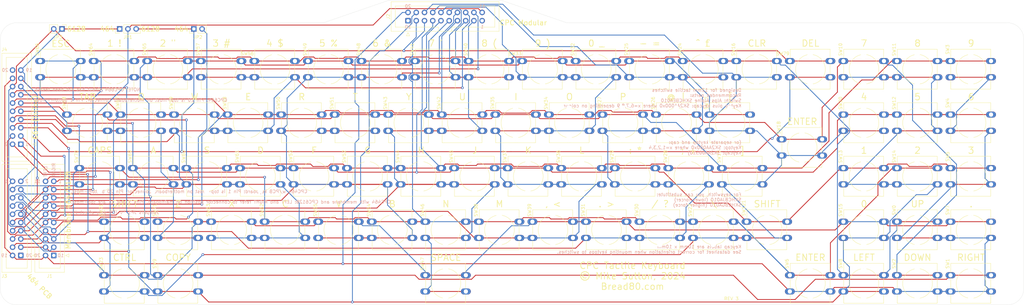
<source format=kicad_pcb>
(kicad_pcb (version 20171130) (host pcbnew "(5.1.12)-1")
  (layers (0 F.Cu signal) (31 B.Cu signal) (34 B.Paste user) (35 F.Paste user) (36 B.SilkS user hide) (37 F.SilkS user) (38 B.Mask user) (39 F.Mask user) (44 Edge.Cuts user))
  (net 0 "")
  (net 1 Y10)
  (net 2 Y9)
  (net 3 Y8)
  (net 4 Y7)
  (net 5 Y6)
  (net 6 Y5)
  (net 7 Y4)
  (net 8 Y3)
  (net 9 Y2)
  (net 10 X9)
  (net 11 X8)
  (net 12 X7)
  (net 13 X6)
  (net 14 X5)
  (net 15 X4)
  (net 16 X3)
  (net 17 X2)
  (net 18 X1)
  (net 19 Y1)
  (net 20 "Net-(J2-Pad1)")
  (net 21 "Net-(J1-Pad20)")
  (net 22 "Net-(J1-Pad19)")
  (net 23 "Net-(J1-Pad1)")
  (net 24 "Net-(J2-Pad19)")
  (net 25 "Net-(J3-Pad1)")
  (net 26 "Net-(J4-Pad20)")
  (module CPCKeyboard:SKHCBEA010 (layer F.Cu) (at 108.204 105.156)
    (fp_text reference SW59 (at -0.889 -3.556 90) (layer F.SilkS))
    (fp_text value W (at 6.35 -5.461) (layer F.SilkS) (effects (font (size 2 2) (thickness 0.25))))
    (pad "" np_thru_hole circle (at 6.25 7) (size 1.7 1.7) (drill 1.7) (layers *.Cu *.Mask))
    (pad "" np_thru_hole circle (at 6.25 -2) (size 1.7 1.7) (drill 1.7) (layers *.Cu *.Mask))
    (pad 2 thru_hole oval (at 0 5) (size 3.048 1.85) (drill 1.3) (layers *.Cu *.Mask) (net 3 Y8))
    (pad 1 thru_hole oval (at 0 0) (size 3.048 1.85) (drill 1.3) (layers *.Cu *.Mask) (net 15 X4))
    (pad 2 thru_hole oval (at 12.5 5) (size 3.048 1.85) (drill 1.3) (layers *.Cu *.Mask) (net 3 Y8))
    (pad 1 thru_hole oval (at 12.5 0) (size 3.048 1.85) (drill 1.3) (layers *.Cu *.Mask) (net 15 X4))
  )
  (module CPCKeyboard:SKHCBEA010 (layer F.Cu) (at 268.224 138.176)
    (fp_text reference SW22 (at -0.889 -3.556 90) (layer F.SilkS))
    (fp_text value \ (at 6.35 -5.461) (layer F.SilkS) (effects (font (size 2 2) (thickness 0.25))))
    (pad "" np_thru_hole circle (at 6.25 7) (size 1.7 1.7) (drill 1.7) (layers *.Cu *.Mask))
    (pad "" np_thru_hole circle (at 6.25 -2) (size 1.7 1.7) (drill 1.7) (layers *.Cu *.Mask))
    (pad 2 thru_hole oval (at 0 5) (size 3.048 1.85) (drill 1.3) (layers *.Cu *.Mask) (net 8 Y3))
    (pad 1 thru_hole oval (at 0 0) (size 3.048 1.85) (drill 1.3) (layers *.Cu *.Mask) (net 12 X7))
    (pad 2 thru_hole oval (at 12.5 5) (size 3.048 1.85) (drill 1.3) (layers *.Cu *.Mask) (net 8 Y3))
    (pad 1 thru_hole oval (at 12.5 0) (size 3.048 1.85) (drill 1.3) (layers *.Cu *.Mask) (net 12 X7))
  )
  (module CPCKeyboard:SKHCBEA010 (layer F.Cu) (at 284.734 138.176)
    (fp_text reference SW121 (at -0.889 -4.191 90) (layer F.SilkS))
    (fp_text value SHIFT (at 6.35 -5.461) (layer F.SilkS) (effects (font (size 2 2) (thickness 0.25))))
    (pad "" np_thru_hole circle (at 6.25 7) (size 1.7 1.7) (drill 1.7) (layers *.Cu *.Mask))
    (pad "" np_thru_hole circle (at 6.25 -2) (size 1.7 1.7) (drill 1.7) (layers *.Cu *.Mask))
    (pad 2 thru_hole oval (at 0 5) (size 3.048 1.85) (drill 1.3) (layers *.Cu *.Mask) (net 8 Y3))
    (pad 1 thru_hole oval (at 0 0) (size 3.048 1.85) (drill 1.3) (layers *.Cu *.Mask) (net 13 X6))
    (pad 2 thru_hole oval (at 12.5 5) (size 3.048 1.85) (drill 1.3) (layers *.Cu *.Mask) (net 8 Y3))
    (pad 1 thru_hole oval (at 12.5 0) (size 3.048 1.85) (drill 1.3) (layers *.Cu *.Mask) (net 13 X6))
  )
  (module CPCKeyboard:SKHCBEA010 (layer F.Cu) (at 298.069 88.646)
    (fp_text reference SW79 (at -2.159 -2.286 180) (layer F.SilkS))
    (fp_text value DEL (at 6.35 -5.461) (layer F.SilkS) (effects (font (size 2 2) (thickness 0.25))))
    (pad "" np_thru_hole circle (at 6.25 7) (size 1.7 1.7) (drill 1.7) (layers *.Cu *.Mask))
    (pad "" np_thru_hole circle (at 6.25 -2) (size 1.7 1.7) (drill 1.7) (layers *.Cu *.Mask))
    (pad 2 thru_hole oval (at 0 5) (size 3.048 1.85) (drill 1.3) (layers *.Cu *.Mask) (net 1 Y10))
    (pad 1 thru_hole oval (at 0 0) (size 3.048 1.85) (drill 1.3) (layers *.Cu *.Mask) (net 10 X9))
    (pad 2 thru_hole oval (at 12.5 5) (size 3.048 1.85) (drill 1.3) (layers *.Cu *.Mask) (net 1 Y10))
    (pad 1 thru_hole oval (at 12.5 0) (size 3.048 1.85) (drill 1.3) (layers *.Cu *.Mask) (net 10 X9))
  )
  (module CPCKeyboard:SKHCBEA010 (layer F.Cu) (at 103.124 138.176)
    (fp_text reference SW71 (at -0.889 -3.556 90) (layer F.SilkS))
    (fp_text value Z (at 6.35 -5.461) (layer F.SilkS) (effects (font (size 2 2) (thickness 0.25))))
    (pad "" np_thru_hole circle (at 6.25 7) (size 1.7 1.7) (drill 1.7) (layers *.Cu *.Mask))
    (pad "" np_thru_hole circle (at 6.25 -2) (size 1.7 1.7) (drill 1.7) (layers *.Cu *.Mask))
    (pad 2 thru_hole oval (at 0 5) (size 3.048 1.85) (drill 1.3) (layers *.Cu *.Mask) (net 2 Y9))
    (pad 1 thru_hole oval (at 0 0) (size 3.048 1.85) (drill 1.3) (layers *.Cu *.Mask) (net 11 X8))
    (pad 2 thru_hole oval (at 12.5 5) (size 3.048 1.85) (drill 1.3) (layers *.Cu *.Mask) (net 2 Y9))
    (pad 1 thru_hole oval (at 12.5 0) (size 3.048 1.85) (drill 1.3) (layers *.Cu *.Mask) (net 11 X8))
  )
  (module CPCKeyboard:SKHCBEA010 (layer F.Cu) (at 78.994 121.666)
    (fp_text reference SW70 (at -0.889 -3.556 90) (layer F.SilkS))
    (fp_text value CAPS (at 6.35 -5.461) (layer F.SilkS) (effects (font (size 2 2) (thickness 0.25))))
    (pad "" np_thru_hole circle (at 6.25 7) (size 1.7 1.7) (drill 1.7) (layers *.Cu *.Mask))
    (pad "" np_thru_hole circle (at 6.25 -2) (size 1.7 1.7) (drill 1.7) (layers *.Cu *.Mask))
    (pad 2 thru_hole oval (at 0 5) (size 3.048 1.85) (drill 1.3) (layers *.Cu *.Mask) (net 2 Y9))
    (pad 1 thru_hole oval (at 0 0) (size 3.048 1.85) (drill 1.3) (layers *.Cu *.Mask) (net 12 X7))
    (pad 2 thru_hole oval (at 12.5 5) (size 3.048 1.85) (drill 1.3) (layers *.Cu *.Mask) (net 2 Y9))
    (pad 1 thru_hole oval (at 12.5 0) (size 3.048 1.85) (drill 1.3) (layers *.Cu *.Mask) (net 12 X7))
  )
  (module CPCKeyboard:SKHCBEA010 (layer F.Cu) (at 95.504 121.666)
    (fp_text reference SW69 (at -0.889 -3.556 90) (layer F.SilkS))
    (fp_text value A (at 6.35 -5.461) (layer F.SilkS) (effects (font (size 2 2) (thickness 0.25))))
    (pad "" np_thru_hole circle (at 6.25 7) (size 1.7 1.7) (drill 1.7) (layers *.Cu *.Mask))
    (pad "" np_thru_hole circle (at 6.25 -2) (size 1.7 1.7) (drill 1.7) (layers *.Cu *.Mask))
    (pad 2 thru_hole oval (at 0 5) (size 3.048 1.85) (drill 1.3) (layers *.Cu *.Mask) (net 2 Y9))
    (pad 1 thru_hole oval (at 0 0) (size 3.048 1.85) (drill 1.3) (layers *.Cu *.Mask) (net 13 X6))
    (pad 2 thru_hole oval (at 12.5 5) (size 3.048 1.85) (drill 1.3) (layers *.Cu *.Mask) (net 2 Y9))
    (pad 1 thru_hole oval (at 12.5 0) (size 3.048 1.85) (drill 1.3) (layers *.Cu *.Mask) (net 13 X6))
  )
  (module CPCKeyboard:SKHCBEA010 (layer F.Cu) (at 75.184 105.156)
    (fp_text reference SW68 (at -0.889 -3.556 90) (layer F.SilkS))
    (fp_text value TAB (at 6.35 -5.461) (layer F.SilkS) (effects (font (size 2 2) (thickness 0.25))))
    (pad "" np_thru_hole circle (at 6.25 7) (size 1.7 1.7) (drill 1.7) (layers *.Cu *.Mask))
    (pad "" np_thru_hole circle (at 6.25 -2) (size 1.7 1.7) (drill 1.7) (layers *.Cu *.Mask))
    (pad 2 thru_hole oval (at 0 5) (size 3.048 1.85) (drill 1.3) (layers *.Cu *.Mask) (net 2 Y9))
    (pad 1 thru_hole oval (at 0 0) (size 3.048 1.85) (drill 1.3) (layers *.Cu *.Mask) (net 14 X5))
    (pad 2 thru_hole oval (at 12.5 5) (size 3.048 1.85) (drill 1.3) (layers *.Cu *.Mask) (net 2 Y9))
    (pad 1 thru_hole oval (at 12.5 0) (size 3.048 1.85) (drill 1.3) (layers *.Cu *.Mask) (net 14 X5))
  )
  (module CPCKeyboard:SKHCBEA010 (layer F.Cu) (at 91.694 105.156)
    (fp_text reference SW67 (at -0.889 -3.556 90) (layer F.SilkS))
    (fp_text value Q (at 6.35 -5.461) (layer F.SilkS) (effects (font (size 2 2) (thickness 0.25))))
    (pad "" np_thru_hole circle (at 6.25 7) (size 1.7 1.7) (drill 1.7) (layers *.Cu *.Mask))
    (pad "" np_thru_hole circle (at 6.25 -2) (size 1.7 1.7) (drill 1.7) (layers *.Cu *.Mask))
    (pad 2 thru_hole oval (at 0 5) (size 3.048 1.85) (drill 1.3) (layers *.Cu *.Mask) (net 2 Y9))
    (pad 1 thru_hole oval (at 0 0) (size 3.048 1.85) (drill 1.3) (layers *.Cu *.Mask) (net 15 X4))
    (pad 2 thru_hole oval (at 12.5 5) (size 3.048 1.85) (drill 1.3) (layers *.Cu *.Mask) (net 2 Y9))
    (pad 1 thru_hole oval (at 12.5 0) (size 3.048 1.85) (drill 1.3) (layers *.Cu *.Mask) (net 15 X4))
  )
  (module CPCKeyboard:SKHCBEA010 (layer F.Cu) (at 66.929 88.646)
    (fp_text reference SW66 (at -0.889 -3.556 90) (layer F.SilkS))
    (fp_text value ESC (at 6.35 -5.334) (layer F.SilkS) (effects (font (size 2 2) (thickness 0.25))))
    (pad "" np_thru_hole circle (at 6.25 7) (size 1.7 1.7) (drill 1.7) (layers *.Cu *.Mask))
    (pad "" np_thru_hole circle (at 6.25 -2) (size 1.7 1.7) (drill 1.7) (layers *.Cu *.Mask))
    (pad 2 thru_hole oval (at 0 5) (size 3.048 1.85) (drill 1.3) (layers *.Cu *.Mask) (net 2 Y9))
    (pad 1 thru_hole oval (at 0 0) (size 3.048 1.85) (drill 1.3) (layers *.Cu *.Mask) (net 16 X3))
    (pad 2 thru_hole oval (at 12.5 5) (size 3.048 1.85) (drill 1.3) (layers *.Cu *.Mask) (net 2 Y9))
    (pad 1 thru_hole oval (at 12.5 0) (size 3.048 1.85) (drill 1.3) (layers *.Cu *.Mask) (net 16 X3))
  )
  (module CPCKeyboard:SKHCBEA010 (layer F.Cu) (at 99.949 88.646)
    (fp_text reference SW65 (at -0.889 -3.556 90) (layer F.SilkS))
    (fp_text value "2 \"" (at 6.35 -5.461) (layer F.SilkS) (effects (font (size 2 2) (thickness 0.25))))
    (pad "" np_thru_hole circle (at 6.25 7) (size 1.7 1.7) (drill 1.7) (layers *.Cu *.Mask))
    (pad "" np_thru_hole circle (at 6.25 -2) (size 1.7 1.7) (drill 1.7) (layers *.Cu *.Mask))
    (pad 2 thru_hole oval (at 0 5) (size 3.048 1.85) (drill 1.3) (layers *.Cu *.Mask) (net 2 Y9))
    (pad 1 thru_hole oval (at 0 0) (size 3.048 1.85) (drill 1.3) (layers *.Cu *.Mask) (net 17 X2))
    (pad 2 thru_hole oval (at 12.5 5) (size 3.048 1.85) (drill 1.3) (layers *.Cu *.Mask) (net 2 Y9))
    (pad 1 thru_hole oval (at 12.5 0) (size 3.048 1.85) (drill 1.3) (layers *.Cu *.Mask) (net 17 X2))
  )
  (module CPCKeyboard:SKHCBEA010 (layer F.Cu) (at 83.439 88.646)
    (fp_text reference SW64 (at -0.889 -3.556 90) (layer F.SilkS))
    (fp_text value "1 !" (at 6.35 -5.461) (layer F.SilkS) (effects (font (size 2 2) (thickness 0.25))))
    (pad "" np_thru_hole circle (at 6.25 7) (size 1.7 1.7) (drill 1.7) (layers *.Cu *.Mask))
    (pad "" np_thru_hole circle (at 6.25 -2) (size 1.7 1.7) (drill 1.7) (layers *.Cu *.Mask))
    (pad 2 thru_hole oval (at 0 5) (size 3.048 1.85) (drill 1.3) (layers *.Cu *.Mask) (net 2 Y9))
    (pad 1 thru_hole oval (at 0 0) (size 3.048 1.85) (drill 1.3) (layers *.Cu *.Mask) (net 18 X1))
    (pad 2 thru_hole oval (at 12.5 5) (size 3.048 1.85) (drill 1.3) (layers *.Cu *.Mask) (net 2 Y9))
    (pad 1 thru_hole oval (at 12.5 0) (size 3.048 1.85) (drill 1.3) (layers *.Cu *.Mask) (net 18 X1))
  )
  (module CPCKeyboard:SKHCBEA010 (layer F.Cu) (at 119.634 138.176)
    (fp_text reference SW63 (at -0.889 -3.556 90) (layer F.SilkS))
    (fp_text value X (at 6.35 -5.461) (layer F.SilkS) (effects (font (size 2 2) (thickness 0.25))))
    (pad "" np_thru_hole circle (at 6.25 7) (size 1.7 1.7) (drill 1.7) (layers *.Cu *.Mask))
    (pad "" np_thru_hole circle (at 6.25 -2) (size 1.7 1.7) (drill 1.7) (layers *.Cu *.Mask))
    (pad 2 thru_hole oval (at 0 5) (size 3.048 1.85) (drill 1.3) (layers *.Cu *.Mask) (net 3 Y8))
    (pad 1 thru_hole oval (at 0 0) (size 3.048 1.85) (drill 1.3) (layers *.Cu *.Mask) (net 11 X8))
    (pad 2 thru_hole oval (at 12.5 5) (size 3.048 1.85) (drill 1.3) (layers *.Cu *.Mask) (net 3 Y8))
    (pad 1 thru_hole oval (at 12.5 0) (size 3.048 1.85) (drill 1.3) (layers *.Cu *.Mask) (net 11 X8))
  )
  (module CPCKeyboard:SKHCBEA010 (layer F.Cu) (at 136.144 138.176)
    (fp_text reference SW62 (at -0.889 -3.556 90) (layer F.SilkS))
    (fp_text value C (at 6.35 -5.461) (layer F.SilkS) (effects (font (size 2 2) (thickness 0.25))))
    (pad "" np_thru_hole circle (at 6.25 7) (size 1.7 1.7) (drill 1.7) (layers *.Cu *.Mask))
    (pad "" np_thru_hole circle (at 6.25 -2) (size 1.7 1.7) (drill 1.7) (layers *.Cu *.Mask))
    (pad 2 thru_hole oval (at 0 5) (size 3.048 1.85) (drill 1.3) (layers *.Cu *.Mask) (net 3 Y8))
    (pad 1 thru_hole oval (at 0 0) (size 3.048 1.85) (drill 1.3) (layers *.Cu *.Mask) (net 12 X7))
    (pad 2 thru_hole oval (at 12.5 5) (size 3.048 1.85) (drill 1.3) (layers *.Cu *.Mask) (net 3 Y8))
    (pad 1 thru_hole oval (at 12.5 0) (size 3.048 1.85) (drill 1.3) (layers *.Cu *.Mask) (net 12 X7))
  )
  (module CPCKeyboard:SKHCBEA010 (layer F.Cu) (at 128.524 121.666)
    (fp_text reference SW61 (at -0.889 -3.556 90) (layer F.SilkS))
    (fp_text value D (at 6.35 -5.461) (layer F.SilkS) (effects (font (size 2 2) (thickness 0.25))))
    (pad "" np_thru_hole circle (at 6.25 7) (size 1.7 1.7) (drill 1.7) (layers *.Cu *.Mask))
    (pad "" np_thru_hole circle (at 6.25 -2) (size 1.7 1.7) (drill 1.7) (layers *.Cu *.Mask))
    (pad 2 thru_hole oval (at 0 5) (size 3.048 1.85) (drill 1.3) (layers *.Cu *.Mask) (net 3 Y8))
    (pad 1 thru_hole oval (at 0 0) (size 3.048 1.85) (drill 1.3) (layers *.Cu *.Mask) (net 13 X6))
    (pad 2 thru_hole oval (at 12.5 5) (size 3.048 1.85) (drill 1.3) (layers *.Cu *.Mask) (net 3 Y8))
    (pad 1 thru_hole oval (at 12.5 0) (size 3.048 1.85) (drill 1.3) (layers *.Cu *.Mask) (net 13 X6))
  )
  (module CPCKeyboard:SKHCBEA010 (layer F.Cu) (at 112.014 121.666)
    (fp_text reference SW60 (at -0.889 -3.556 90) (layer F.SilkS))
    (fp_text value S (at 6.35 -5.461) (layer F.SilkS) (effects (font (size 2 2) (thickness 0.25))))
    (pad "" np_thru_hole circle (at 6.25 7) (size 1.7 1.7) (drill 1.7) (layers *.Cu *.Mask))
    (pad "" np_thru_hole circle (at 6.25 -2) (size 1.7 1.7) (drill 1.7) (layers *.Cu *.Mask))
    (pad 2 thru_hole oval (at 0 5) (size 3.048 1.85) (drill 1.3) (layers *.Cu *.Mask) (net 3 Y8))
    (pad 1 thru_hole oval (at 0 0) (size 3.048 1.85) (drill 1.3) (layers *.Cu *.Mask) (net 14 X5))
    (pad 2 thru_hole oval (at 12.5 5) (size 3.048 1.85) (drill 1.3) (layers *.Cu *.Mask) (net 3 Y8))
    (pad 1 thru_hole oval (at 12.5 0) (size 3.048 1.85) (drill 1.3) (layers *.Cu *.Mask) (net 14 X5))
  )
  (module CPCKeyboard:SKHCBEA010 (layer F.Cu) (at 124.714 105.156)
    (fp_text reference SW58 (at -0.889 -3.556 90) (layer F.SilkS))
    (fp_text value E (at 6.35 -5.461) (layer F.SilkS) (effects (font (size 2 2) (thickness 0.25))))
    (pad "" np_thru_hole circle (at 6.25 7) (size 1.7 1.7) (drill 1.7) (layers *.Cu *.Mask))
    (pad "" np_thru_hole circle (at 6.25 -2) (size 1.7 1.7) (drill 1.7) (layers *.Cu *.Mask))
    (pad 2 thru_hole oval (at 0 5) (size 3.048 1.85) (drill 1.3) (layers *.Cu *.Mask) (net 3 Y8))
    (pad 1 thru_hole oval (at 0 0) (size 3.048 1.85) (drill 1.3) (layers *.Cu *.Mask) (net 16 X3))
    (pad 2 thru_hole oval (at 12.5 5) (size 3.048 1.85) (drill 1.3) (layers *.Cu *.Mask) (net 3 Y8))
    (pad 1 thru_hole oval (at 12.5 0) (size 3.048 1.85) (drill 1.3) (layers *.Cu *.Mask) (net 16 X3))
  )
  (module CPCKeyboard:SKHCBEA010 (layer F.Cu) (at 116.459 88.646)
    (fp_text reference SW57 (at -0.889 -3.556 90) (layer F.SilkS))
    (fp_text value "3 #" (at 6.35 -5.461) (layer F.SilkS) (effects (font (size 2 2) (thickness 0.25))))
    (pad "" np_thru_hole circle (at 6.25 7) (size 1.7 1.7) (drill 1.7) (layers *.Cu *.Mask))
    (pad "" np_thru_hole circle (at 6.25 -2) (size 1.7 1.7) (drill 1.7) (layers *.Cu *.Mask))
    (pad 2 thru_hole oval (at 0 5) (size 3.048 1.85) (drill 1.3) (layers *.Cu *.Mask) (net 3 Y8))
    (pad 1 thru_hole oval (at 0 0) (size 3.048 1.85) (drill 1.3) (layers *.Cu *.Mask) (net 17 X2))
    (pad 2 thru_hole oval (at 12.5 5) (size 3.048 1.85) (drill 1.3) (layers *.Cu *.Mask) (net 3 Y8))
    (pad 1 thru_hole oval (at 12.5 0) (size 3.048 1.85) (drill 1.3) (layers *.Cu *.Mask) (net 17 X2))
  )
  (module CPCKeyboard:SKHCBEA010 (layer F.Cu) (at 132.969 88.646)
    (fp_text reference SW56 (at -2.159 -2.286 180) (layer F.SilkS))
    (fp_text value "4 $" (at 6.35 -5.461) (layer F.SilkS) (effects (font (size 2 2) (thickness 0.25))))
    (pad "" np_thru_hole circle (at 6.25 7) (size 1.7 1.7) (drill 1.7) (layers *.Cu *.Mask))
    (pad "" np_thru_hole circle (at 6.25 -2) (size 1.7 1.7) (drill 1.7) (layers *.Cu *.Mask))
    (pad 2 thru_hole oval (at 0 5) (size 3.048 1.85) (drill 1.3) (layers *.Cu *.Mask) (net 3 Y8))
    (pad 1 thru_hole oval (at 0 0) (size 3.048 1.85) (drill 1.3) (layers *.Cu *.Mask) (net 18 X1))
    (pad 2 thru_hole oval (at 12.5 5) (size 3.048 1.85) (drill 1.3) (layers *.Cu *.Mask) (net 3 Y8))
    (pad 1 thru_hole oval (at 12.5 0) (size 3.048 1.85) (drill 1.3) (layers *.Cu *.Mask) (net 18 X1))
  )
  (module CPCKeyboard:SKHCBEA010 (layer F.Cu) (at 152.654 138.176)
    (fp_text reference SW55 (at -0.889 -3.556 90) (layer F.SilkS))
    (fp_text value V (at 6.35 -5.461) (layer F.SilkS) (effects (font (size 2 2) (thickness 0.25))))
    (pad "" np_thru_hole circle (at 6.25 7) (size 1.7 1.7) (drill 1.7) (layers *.Cu *.Mask))
    (pad "" np_thru_hole circle (at 6.25 -2) (size 1.7 1.7) (drill 1.7) (layers *.Cu *.Mask))
    (pad 2 thru_hole oval (at 0 5) (size 3.048 1.85) (drill 1.3) (layers *.Cu *.Mask) (net 4 Y7))
    (pad 1 thru_hole oval (at 0 0) (size 3.048 1.85) (drill 1.3) (layers *.Cu *.Mask) (net 11 X8))
    (pad 2 thru_hole oval (at 12.5 5) (size 3.048 1.85) (drill 1.3) (layers *.Cu *.Mask) (net 4 Y7))
    (pad 1 thru_hole oval (at 12.5 0) (size 3.048 1.85) (drill 1.3) (layers *.Cu *.Mask) (net 11 X8))
  )
  (module CPCKeyboard:SKHCBEA010 (layer F.Cu) (at 169.164 138.176)
    (fp_text reference SW54 (at -0.889 -3.556 90) (layer F.SilkS))
    (fp_text value B (at 6.35 -5.461) (layer F.SilkS) (effects (font (size 2 2) (thickness 0.25))))
    (pad "" np_thru_hole circle (at 6.25 7) (size 1.7 1.7) (drill 1.7) (layers *.Cu *.Mask))
    (pad "" np_thru_hole circle (at 6.25 -2) (size 1.7 1.7) (drill 1.7) (layers *.Cu *.Mask))
    (pad 2 thru_hole oval (at 0 5) (size 3.048 1.85) (drill 1.3) (layers *.Cu *.Mask) (net 4 Y7))
    (pad 1 thru_hole oval (at 0 0) (size 3.048 1.85) (drill 1.3) (layers *.Cu *.Mask) (net 12 X7))
    (pad 2 thru_hole oval (at 12.5 5) (size 3.048 1.85) (drill 1.3) (layers *.Cu *.Mask) (net 4 Y7))
    (pad 1 thru_hole oval (at 12.5 0) (size 3.048 1.85) (drill 1.3) (layers *.Cu *.Mask) (net 12 X7))
  )
  (module CPCKeyboard:SKHCBEA010 (layer F.Cu) (at 145.034 121.666)
    (fp_text reference SW53 (at -0.889 -3.556 90) (layer F.SilkS))
    (fp_text value F (at 6.35 -5.461) (layer F.SilkS) (effects (font (size 2 2) (thickness 0.25))))
    (pad "" np_thru_hole circle (at 6.25 7) (size 1.7 1.7) (drill 1.7) (layers *.Cu *.Mask))
    (pad "" np_thru_hole circle (at 6.25 -2) (size 1.7 1.7) (drill 1.7) (layers *.Cu *.Mask))
    (pad 2 thru_hole oval (at 0 5) (size 3.048 1.85) (drill 1.3) (layers *.Cu *.Mask) (net 4 Y7))
    (pad 1 thru_hole oval (at 0 0) (size 3.048 1.85) (drill 1.3) (layers *.Cu *.Mask) (net 13 X6))
    (pad 2 thru_hole oval (at 12.5 5) (size 3.048 1.85) (drill 1.3) (layers *.Cu *.Mask) (net 4 Y7))
    (pad 1 thru_hole oval (at 12.5 0) (size 3.048 1.85) (drill 1.3) (layers *.Cu *.Mask) (net 13 X6))
  )
  (module CPCKeyboard:SKHCBEA010 (layer F.Cu) (at 161.544 121.666)
    (fp_text reference SW52 (at -0.889 -3.556 90) (layer F.SilkS))
    (fp_text value G (at 6.35 -5.461) (layer F.SilkS) (effects (font (size 2 2) (thickness 0.25))))
    (pad "" np_thru_hole circle (at 6.25 7) (size 1.7 1.7) (drill 1.7) (layers *.Cu *.Mask))
    (pad "" np_thru_hole circle (at 6.25 -2) (size 1.7 1.7) (drill 1.7) (layers *.Cu *.Mask))
    (pad 2 thru_hole oval (at 0 5) (size 3.048 1.85) (drill 1.3) (layers *.Cu *.Mask) (net 4 Y7))
    (pad 1 thru_hole oval (at 0 0) (size 3.048 1.85) (drill 1.3) (layers *.Cu *.Mask) (net 14 X5))
    (pad 2 thru_hole oval (at 12.5 5) (size 3.048 1.85) (drill 1.3) (layers *.Cu *.Mask) (net 4 Y7))
    (pad 1 thru_hole oval (at 12.5 0) (size 3.048 1.85) (drill 1.3) (layers *.Cu *.Mask) (net 14 X5))
  )
  (module CPCKeyboard:SKHCBEA010 (layer F.Cu) (at 157.734 105.156)
    (fp_text reference SW51 (at -0.889 -3.556 90) (layer F.SilkS))
    (fp_text value T (at 6.35 -5.461) (layer F.SilkS) (effects (font (size 2 2) (thickness 0.25))))
    (pad "" np_thru_hole circle (at 6.25 7) (size 1.7 1.7) (drill 1.7) (layers *.Cu *.Mask))
    (pad "" np_thru_hole circle (at 6.25 -2) (size 1.7 1.7) (drill 1.7) (layers *.Cu *.Mask))
    (pad 2 thru_hole oval (at 0 5) (size 3.048 1.85) (drill 1.3) (layers *.Cu *.Mask) (net 4 Y7))
    (pad 1 thru_hole oval (at 0 0) (size 3.048 1.85) (drill 1.3) (layers *.Cu *.Mask) (net 15 X4))
    (pad 2 thru_hole oval (at 12.5 5) (size 3.048 1.85) (drill 1.3) (layers *.Cu *.Mask) (net 4 Y7))
    (pad 1 thru_hole oval (at 12.5 0) (size 3.048 1.85) (drill 1.3) (layers *.Cu *.Mask) (net 15 X4))
  )
  (module CPCKeyboard:SKHCBEA010 (layer F.Cu) (at 141.224 105.156)
    (fp_text reference SW50 (at -0.889 -3.556 90) (layer F.SilkS))
    (fp_text value R (at 6.35 -5.461) (layer F.SilkS) (effects (font (size 2 2) (thickness 0.25))))
    (pad "" np_thru_hole circle (at 6.25 7) (size 1.7 1.7) (drill 1.7) (layers *.Cu *.Mask))
    (pad "" np_thru_hole circle (at 6.25 -2) (size 1.7 1.7) (drill 1.7) (layers *.Cu *.Mask))
    (pad 2 thru_hole oval (at 0 5) (size 3.048 1.85) (drill 1.3) (layers *.Cu *.Mask) (net 4 Y7))
    (pad 1 thru_hole oval (at 0 0) (size 3.048 1.85) (drill 1.3) (layers *.Cu *.Mask) (net 16 X3))
    (pad 2 thru_hole oval (at 12.5 5) (size 3.048 1.85) (drill 1.3) (layers *.Cu *.Mask) (net 4 Y7))
    (pad 1 thru_hole oval (at 12.5 0) (size 3.048 1.85) (drill 1.3) (layers *.Cu *.Mask) (net 16 X3))
  )
  (module CPCKeyboard:SKHCBEA010 (layer F.Cu) (at 149.479 88.646)
    (fp_text reference SW49 (at -0.889 -3.556 90) (layer F.SilkS))
    (fp_text value "5 %" (at 6.35 -5.461) (layer F.SilkS) (effects (font (size 2 2) (thickness 0.25))))
    (pad "" np_thru_hole circle (at 6.25 7) (size 1.7 1.7) (drill 1.7) (layers *.Cu *.Mask))
    (pad "" np_thru_hole circle (at 6.25 -2) (size 1.7 1.7) (drill 1.7) (layers *.Cu *.Mask))
    (pad 2 thru_hole oval (at 0 5) (size 3.048 1.85) (drill 1.3) (layers *.Cu *.Mask) (net 4 Y7))
    (pad 1 thru_hole oval (at 0 0) (size 3.048 1.85) (drill 1.3) (layers *.Cu *.Mask) (net 17 X2))
    (pad 2 thru_hole oval (at 12.5 5) (size 3.048 1.85) (drill 1.3) (layers *.Cu *.Mask) (net 4 Y7))
    (pad 1 thru_hole oval (at 12.5 0) (size 3.048 1.85) (drill 1.3) (layers *.Cu *.Mask) (net 17 X2))
  )
  (module CPCKeyboard:SKHCBEA010 (layer F.Cu) (at 165.989 88.646)
    (fp_text reference SW48 (at -0.889 -3.556 90) (layer F.SilkS))
    (fp_text value "6 &" (at 6.35 -5.461) (layer F.SilkS) (effects (font (size 2 2) (thickness 0.25))))
    (pad "" np_thru_hole circle (at 6.25 7) (size 1.7 1.7) (drill 1.7) (layers *.Cu *.Mask))
    (pad "" np_thru_hole circle (at 6.25 -2) (size 1.7 1.7) (drill 1.7) (layers *.Cu *.Mask))
    (pad 2 thru_hole oval (at 0 5) (size 3.048 1.85) (drill 1.3) (layers *.Cu *.Mask) (net 4 Y7))
    (pad 1 thru_hole oval (at 0 0) (size 3.048 1.85) (drill 1.3) (layers *.Cu *.Mask) (net 18 X1))
    (pad 2 thru_hole oval (at 12.5 5) (size 3.048 1.85) (drill 1.3) (layers *.Cu *.Mask) (net 4 Y7))
    (pad 1 thru_hole oval (at 12.5 0) (size 3.048 1.85) (drill 1.3) (layers *.Cu *.Mask) (net 18 X1))
  )
  (module CPCKeyboard:SKHCBEA010 (layer F.Cu) (at 185.674 154.686)
    (fp_text reference SW47 (at -0.889 -3.556 90) (layer F.SilkS))
    (fp_text value SPACE (at 6.35 -5.461) (layer F.SilkS) (effects (font (size 2 2) (thickness 0.25))))
    (pad "" np_thru_hole circle (at 6.25 7) (size 1.7 1.7) (drill 1.7) (layers *.Cu *.Mask))
    (pad "" np_thru_hole circle (at 6.25 -2) (size 1.7 1.7) (drill 1.7) (layers *.Cu *.Mask))
    (pad 2 thru_hole oval (at 0 5) (size 3.048 1.85) (drill 1.3) (layers *.Cu *.Mask) (net 5 Y6))
    (pad 1 thru_hole oval (at 0 0) (size 3.048 1.85) (drill 1.3) (layers *.Cu *.Mask) (net 11 X8))
    (pad 2 thru_hole oval (at 12.5 5) (size 3.048 1.85) (drill 1.3) (layers *.Cu *.Mask) (net 5 Y6))
    (pad 1 thru_hole oval (at 12.5 0) (size 3.048 1.85) (drill 1.3) (layers *.Cu *.Mask) (net 11 X8))
  )
  (module CPCKeyboard:SKHCBEA010 (layer F.Cu) (at 185.674 138.176)
    (fp_text reference SW46 (at -0.889 -3.556 90) (layer F.SilkS))
    (fp_text value N (at 6.35 -5.461) (layer F.SilkS) (effects (font (size 2 2) (thickness 0.25))))
    (pad "" np_thru_hole circle (at 6.25 7) (size 1.7 1.7) (drill 1.7) (layers *.Cu *.Mask))
    (pad "" np_thru_hole circle (at 6.25 -2) (size 1.7 1.7) (drill 1.7) (layers *.Cu *.Mask))
    (pad 2 thru_hole oval (at 0 5) (size 3.048 1.85) (drill 1.3) (layers *.Cu *.Mask) (net 5 Y6))
    (pad 1 thru_hole oval (at 0 0) (size 3.048 1.85) (drill 1.3) (layers *.Cu *.Mask) (net 12 X7))
    (pad 2 thru_hole oval (at 12.5 5) (size 3.048 1.85) (drill 1.3) (layers *.Cu *.Mask) (net 5 Y6))
    (pad 1 thru_hole oval (at 12.5 0) (size 3.048 1.85) (drill 1.3) (layers *.Cu *.Mask) (net 12 X7))
  )
  (module CPCKeyboard:SKHCBEA010 (layer F.Cu) (at 194.564 121.666)
    (fp_text reference SW45 (at -0.889 -3.556 90) (layer F.SilkS))
    (fp_text value J (at 6.35 -5.461) (layer F.SilkS) (effects (font (size 2 2) (thickness 0.25))))
    (pad "" np_thru_hole circle (at 6.25 7) (size 1.7 1.7) (drill 1.7) (layers *.Cu *.Mask))
    (pad "" np_thru_hole circle (at 6.25 -2) (size 1.7 1.7) (drill 1.7) (layers *.Cu *.Mask))
    (pad 2 thru_hole oval (at 0 5) (size 3.048 1.85) (drill 1.3) (layers *.Cu *.Mask) (net 5 Y6))
    (pad 1 thru_hole oval (at 0 0) (size 3.048 1.85) (drill 1.3) (layers *.Cu *.Mask) (net 13 X6))
    (pad 2 thru_hole oval (at 12.5 5) (size 3.048 1.85) (drill 1.3) (layers *.Cu *.Mask) (net 5 Y6))
    (pad 1 thru_hole oval (at 12.5 0) (size 3.048 1.85) (drill 1.3) (layers *.Cu *.Mask) (net 13 X6))
  )
  (module CPCKeyboard:SKHCBEA010 (layer F.Cu) (at 178.054 121.666)
    (fp_text reference SW44 (at -0.889 -3.556 90) (layer F.SilkS))
    (fp_text value H (at 6.35 -5.461) (layer F.SilkS) (effects (font (size 2 2) (thickness 0.25))))
    (pad "" np_thru_hole circle (at 6.25 7) (size 1.7 1.7) (drill 1.7) (layers *.Cu *.Mask))
    (pad "" np_thru_hole circle (at 6.25 -2) (size 1.7 1.7) (drill 1.7) (layers *.Cu *.Mask))
    (pad 2 thru_hole oval (at 0 5) (size 3.048 1.85) (drill 1.3) (layers *.Cu *.Mask) (net 5 Y6))
    (pad 1 thru_hole oval (at 0 0) (size 3.048 1.85) (drill 1.3) (layers *.Cu *.Mask) (net 14 X5))
    (pad 2 thru_hole oval (at 12.5 5) (size 3.048 1.85) (drill 1.3) (layers *.Cu *.Mask) (net 5 Y6))
    (pad 1 thru_hole oval (at 12.5 0) (size 3.048 1.85) (drill 1.3) (layers *.Cu *.Mask) (net 14 X5))
  )
  (module CPCKeyboard:SKHCBEA010 (layer F.Cu) (at 174.244 105.156)
    (fp_text reference SW43 (at -0.889 -3.556 90) (layer F.SilkS))
    (fp_text value Y (at 6.35 -5.461) (layer F.SilkS) (effects (font (size 2 2) (thickness 0.25))))
    (pad "" np_thru_hole circle (at 6.25 7) (size 1.7 1.7) (drill 1.7) (layers *.Cu *.Mask))
    (pad "" np_thru_hole circle (at 6.25 -2) (size 1.7 1.7) (drill 1.7) (layers *.Cu *.Mask))
    (pad 2 thru_hole oval (at 0 5) (size 3.048 1.85) (drill 1.3) (layers *.Cu *.Mask) (net 5 Y6))
    (pad 1 thru_hole oval (at 0 0) (size 3.048 1.85) (drill 1.3) (layers *.Cu *.Mask) (net 15 X4))
    (pad 2 thru_hole oval (at 12.5 5) (size 3.048 1.85) (drill 1.3) (layers *.Cu *.Mask) (net 5 Y6))
    (pad 1 thru_hole oval (at 12.5 0) (size 3.048 1.85) (drill 1.3) (layers *.Cu *.Mask) (net 15 X4))
  )
  (module CPCKeyboard:SKHCBEA010 (layer F.Cu) (at 190.754 105.156)
    (fp_text reference SW42 (at -0.889 -3.556 90) (layer F.SilkS))
    (fp_text value U (at 6.35 -5.461) (layer F.SilkS) (effects (font (size 2 2) (thickness 0.25))))
    (pad "" np_thru_hole circle (at 6.25 7) (size 1.7 1.7) (drill 1.7) (layers *.Cu *.Mask))
    (pad "" np_thru_hole circle (at 6.25 -2) (size 1.7 1.7) (drill 1.7) (layers *.Cu *.Mask))
    (pad 2 thru_hole oval (at 0 5) (size 3.048 1.85) (drill 1.3) (layers *.Cu *.Mask) (net 5 Y6))
    (pad 1 thru_hole oval (at 0 0) (size 3.048 1.85) (drill 1.3) (layers *.Cu *.Mask) (net 16 X3))
    (pad 2 thru_hole oval (at 12.5 5) (size 3.048 1.85) (drill 1.3) (layers *.Cu *.Mask) (net 5 Y6))
    (pad 1 thru_hole oval (at 12.5 0) (size 3.048 1.85) (drill 1.3) (layers *.Cu *.Mask) (net 16 X3))
  )
  (module CPCKeyboard:SKHCBEA010 (layer F.Cu) (at 182.499 88.646)
    (fp_text reference SW41 (at -0.889 -3.556 90) (layer F.SilkS))
    (fp_text value "7 '" (at 6.35 -5.461) (layer F.SilkS) (effects (font (size 2 2) (thickness 0.25))))
    (pad "" np_thru_hole circle (at 6.25 7) (size 1.7 1.7) (drill 1.7) (layers *.Cu *.Mask))
    (pad "" np_thru_hole circle (at 6.25 -2) (size 1.7 1.7) (drill 1.7) (layers *.Cu *.Mask))
    (pad 2 thru_hole oval (at 0 5) (size 3.048 1.85) (drill 1.3) (layers *.Cu *.Mask) (net 5 Y6))
    (pad 1 thru_hole oval (at 0 0) (size 3.048 1.85) (drill 1.3) (layers *.Cu *.Mask) (net 17 X2))
    (pad 2 thru_hole oval (at 12.5 5) (size 3.048 1.85) (drill 1.3) (layers *.Cu *.Mask) (net 5 Y6))
    (pad 1 thru_hole oval (at 12.5 0) (size 3.048 1.85) (drill 1.3) (layers *.Cu *.Mask) (net 17 X2))
  )
  (module CPCKeyboard:SKHCBEA010 (layer F.Cu) (at 199.009 88.646)
    (fp_text reference SW40 (at -0.889 -3.556 90) (layer F.SilkS))
    (fp_text value "8 (" (at 6.35 -5.461) (layer F.SilkS) (effects (font (size 2 2) (thickness 0.25))))
    (pad "" np_thru_hole circle (at 6.25 7) (size 1.7 1.7) (drill 1.7) (layers *.Cu *.Mask))
    (pad "" np_thru_hole circle (at 6.25 -2) (size 1.7 1.7) (drill 1.7) (layers *.Cu *.Mask))
    (pad 2 thru_hole oval (at 0 5) (size 3.048 1.85) (drill 1.3) (layers *.Cu *.Mask) (net 5 Y6))
    (pad 1 thru_hole oval (at 0 0) (size 3.048 1.85) (drill 1.3) (layers *.Cu *.Mask) (net 18 X1))
    (pad 2 thru_hole oval (at 12.5 5) (size 3.048 1.85) (drill 1.3) (layers *.Cu *.Mask) (net 5 Y6))
    (pad 1 thru_hole oval (at 12.5 0) (size 3.048 1.85) (drill 1.3) (layers *.Cu *.Mask) (net 18 X1))
  )
  (module CPCKeyboard:SKHCBEA010 (layer F.Cu) (at 218.694 138.176)
    (fp_text reference SW39 (at -0.889 -3.556 90) (layer F.SilkS))
    (fp_text value ", <" (at 6.35 -5.461) (layer F.SilkS) (effects (font (size 2 2) (thickness 0.25))))
    (pad "" np_thru_hole circle (at 6.25 7) (size 1.7 1.7) (drill 1.7) (layers *.Cu *.Mask))
    (pad "" np_thru_hole circle (at 6.25 -2) (size 1.7 1.7) (drill 1.7) (layers *.Cu *.Mask))
    (pad 2 thru_hole oval (at 0 5) (size 3.048 1.85) (drill 1.3) (layers *.Cu *.Mask) (net 6 Y5))
    (pad 1 thru_hole oval (at 0 0) (size 3.048 1.85) (drill 1.3) (layers *.Cu *.Mask) (net 11 X8))
    (pad 2 thru_hole oval (at 12.5 5) (size 3.048 1.85) (drill 1.3) (layers *.Cu *.Mask) (net 6 Y5))
    (pad 1 thru_hole oval (at 12.5 0) (size 3.048 1.85) (drill 1.3) (layers *.Cu *.Mask) (net 11 X8))
  )
  (module CPCKeyboard:SKHCBEA010 (layer F.Cu) (at 202.184 138.176)
    (fp_text reference SW38 (at -0.889 -3.556 90) (layer F.SilkS))
    (fp_text value M (at 6.35 -5.461) (layer F.SilkS) (effects (font (size 2 2) (thickness 0.25))))
    (pad "" np_thru_hole circle (at 6.25 7) (size 1.7 1.7) (drill 1.7) (layers *.Cu *.Mask))
    (pad "" np_thru_hole circle (at 6.25 -2) (size 1.7 1.7) (drill 1.7) (layers *.Cu *.Mask))
    (pad 2 thru_hole oval (at 0 5) (size 3.048 1.85) (drill 1.3) (layers *.Cu *.Mask) (net 6 Y5))
    (pad 1 thru_hole oval (at 0 0) (size 3.048 1.85) (drill 1.3) (layers *.Cu *.Mask) (net 12 X7))
    (pad 2 thru_hole oval (at 12.5 5) (size 3.048 1.85) (drill 1.3) (layers *.Cu *.Mask) (net 6 Y5))
    (pad 1 thru_hole oval (at 12.5 0) (size 3.048 1.85) (drill 1.3) (layers *.Cu *.Mask) (net 12 X7))
  )
  (module CPCKeyboard:SKHCBEA010 (layer F.Cu) (at 211.074 121.666)
    (fp_text reference SW37 (at -0.889 -3.556 90) (layer F.SilkS))
    (fp_text value K (at 6.35 -5.461) (layer F.SilkS) (effects (font (size 2 2) (thickness 0.25))))
    (pad "" np_thru_hole circle (at 6.25 7) (size 1.7 1.7) (drill 1.7) (layers *.Cu *.Mask))
    (pad "" np_thru_hole circle (at 6.25 -2) (size 1.7 1.7) (drill 1.7) (layers *.Cu *.Mask))
    (pad 2 thru_hole oval (at 0 5) (size 3.048 1.85) (drill 1.3) (layers *.Cu *.Mask) (net 6 Y5))
    (pad 1 thru_hole oval (at 0 0) (size 3.048 1.85) (drill 1.3) (layers *.Cu *.Mask) (net 13 X6))
    (pad 2 thru_hole oval (at 12.5 5) (size 3.048 1.85) (drill 1.3) (layers *.Cu *.Mask) (net 6 Y5))
    (pad 1 thru_hole oval (at 12.5 0) (size 3.048 1.85) (drill 1.3) (layers *.Cu *.Mask) (net 13 X6))
  )
  (module CPCKeyboard:SKHCBEA010 (layer F.Cu) (at 227.584 121.666)
    (fp_text reference SW36 (at -0.889 -3.556 90) (layer F.SilkS))
    (fp_text value L (at 6.35 -5.461) (layer F.SilkS) (effects (font (size 2 2) (thickness 0.25))))
    (pad "" np_thru_hole circle (at 6.25 7) (size 1.7 1.7) (drill 1.7) (layers *.Cu *.Mask))
    (pad "" np_thru_hole circle (at 6.25 -2) (size 1.7 1.7) (drill 1.7) (layers *.Cu *.Mask))
    (pad 2 thru_hole oval (at 0 5) (size 3.048 1.85) (drill 1.3) (layers *.Cu *.Mask) (net 6 Y5))
    (pad 1 thru_hole oval (at 0 0) (size 3.048 1.85) (drill 1.3) (layers *.Cu *.Mask) (net 14 X5))
    (pad 2 thru_hole oval (at 12.5 5) (size 3.048 1.85) (drill 1.3) (layers *.Cu *.Mask) (net 6 Y5))
    (pad 1 thru_hole oval (at 12.5 0) (size 3.048 1.85) (drill 1.3) (layers *.Cu *.Mask) (net 14 X5))
  )
  (module CPCKeyboard:SKHCBEA010 (layer F.Cu) (at 207.264 105.156)
    (fp_text reference SW35 (at -0.889 -3.556 90) (layer F.SilkS))
    (fp_text value I (at 6.35 -5.461) (layer F.SilkS) (effects (font (size 2 2) (thickness 0.25))))
    (pad "" np_thru_hole circle (at 6.25 7) (size 1.7 1.7) (drill 1.7) (layers *.Cu *.Mask))
    (pad "" np_thru_hole circle (at 6.25 -2) (size 1.7 1.7) (drill 1.7) (layers *.Cu *.Mask))
    (pad 2 thru_hole oval (at 0 5) (size 3.048 1.85) (drill 1.3) (layers *.Cu *.Mask) (net 6 Y5))
    (pad 1 thru_hole oval (at 0 0) (size 3.048 1.85) (drill 1.3) (layers *.Cu *.Mask) (net 15 X4))
    (pad 2 thru_hole oval (at 12.5 5) (size 3.048 1.85) (drill 1.3) (layers *.Cu *.Mask) (net 6 Y5))
    (pad 1 thru_hole oval (at 12.5 0) (size 3.048 1.85) (drill 1.3) (layers *.Cu *.Mask) (net 15 X4))
  )
  (module CPCKeyboard:SKHCBEA010 (layer F.Cu) (at 223.774 105.156)
    (fp_text reference SW34 (at -0.889 -3.556 270) (layer F.SilkS))
    (fp_text value O (at 6.35 -5.461) (layer F.SilkS) (effects (font (size 2 2) (thickness 0.25))))
    (pad "" np_thru_hole circle (at 6.25 7) (size 1.7 1.7) (drill 1.7) (layers *.Cu *.Mask))
    (pad "" np_thru_hole circle (at 6.25 -2) (size 1.7 1.7) (drill 1.7) (layers *.Cu *.Mask))
    (pad 2 thru_hole oval (at 0 5) (size 3.048 1.85) (drill 1.3) (layers *.Cu *.Mask) (net 6 Y5))
    (pad 1 thru_hole oval (at 0 0) (size 3.048 1.85) (drill 1.3) (layers *.Cu *.Mask) (net 16 X3))
    (pad 2 thru_hole oval (at 12.5 5) (size 3.048 1.85) (drill 1.3) (layers *.Cu *.Mask) (net 6 Y5))
    (pad 1 thru_hole oval (at 12.5 0) (size 3.048 1.85) (drill 1.3) (layers *.Cu *.Mask) (net 16 X3))
  )
  (module CPCKeyboard:SKHCBEA010 (layer F.Cu) (at 215.519 88.646)
    (fp_text reference SW33 (at -2.159 -2.286 180) (layer F.SilkS))
    (fp_text value "9 )" (at 6.35 -5.461) (layer F.SilkS) (effects (font (size 2 2) (thickness 0.25))))
    (pad "" np_thru_hole circle (at 6.25 7) (size 1.7 1.7) (drill 1.7) (layers *.Cu *.Mask))
    (pad "" np_thru_hole circle (at 6.25 -2) (size 1.7 1.7) (drill 1.7) (layers *.Cu *.Mask))
    (pad 2 thru_hole oval (at 0 5) (size 3.048 1.85) (drill 1.3) (layers *.Cu *.Mask) (net 6 Y5))
    (pad 1 thru_hole oval (at 0 0) (size 3.048 1.85) (drill 1.3) (layers *.Cu *.Mask) (net 17 X2))
    (pad 2 thru_hole oval (at 12.5 5) (size 3.048 1.85) (drill 1.3) (layers *.Cu *.Mask) (net 6 Y5))
    (pad 1 thru_hole oval (at 12.5 0) (size 3.048 1.85) (drill 1.3) (layers *.Cu *.Mask) (net 17 X2))
  )
  (module CPCKeyboard:SKHCBEA010 (layer F.Cu) (at 232.029 88.646)
    (fp_text reference SW32 (at -0.889 -3.556 270) (layer F.SilkS))
    (fp_text value "0 _" (at 6.35 -5.461) (layer F.SilkS) (effects (font (size 2 2) (thickness 0.25))))
    (pad "" np_thru_hole circle (at 6.25 7) (size 1.7 1.7) (drill 1.7) (layers *.Cu *.Mask))
    (pad "" np_thru_hole circle (at 6.25 -2) (size 1.7 1.7) (drill 1.7) (layers *.Cu *.Mask))
    (pad 2 thru_hole oval (at 0 5) (size 3.048 1.85) (drill 1.3) (layers *.Cu *.Mask) (net 6 Y5))
    (pad 1 thru_hole oval (at 0 0) (size 3.048 1.85) (drill 1.3) (layers *.Cu *.Mask) (net 18 X1))
    (pad 2 thru_hole oval (at 12.5 5) (size 3.048 1.85) (drill 1.3) (layers *.Cu *.Mask) (net 6 Y5))
    (pad 1 thru_hole oval (at 12.5 0) (size 3.048 1.85) (drill 1.3) (layers *.Cu *.Mask) (net 18 X1))
  )
  (module CPCKeyboard:SKHCBEA010 (layer F.Cu) (at 235.204 138.176)
    (fp_text reference SW31 (at -0.889 -3.556 90) (layer F.SilkS))
    (fp_text value ". >" (at 6.35 -5.461) (layer F.SilkS) (effects (font (size 2 2) (thickness 0.25))))
    (pad "" np_thru_hole circle (at 6.25 7) (size 1.7 1.7) (drill 1.7) (layers *.Cu *.Mask))
    (pad "" np_thru_hole circle (at 6.25 -2) (size 1.7 1.7) (drill 1.7) (layers *.Cu *.Mask))
    (pad 2 thru_hole oval (at 0 5) (size 3.048 1.85) (drill 1.3) (layers *.Cu *.Mask) (net 7 Y4))
    (pad 1 thru_hole oval (at 0 0) (size 3.048 1.85) (drill 1.3) (layers *.Cu *.Mask) (net 11 X8))
    (pad 2 thru_hole oval (at 12.5 5) (size 3.048 1.85) (drill 1.3) (layers *.Cu *.Mask) (net 7 Y4))
    (pad 1 thru_hole oval (at 12.5 0) (size 3.048 1.85) (drill 1.3) (layers *.Cu *.Mask) (net 11 X8))
  )
  (module CPCKeyboard:SKHCBEA010 (layer F.Cu) (at 251.714 138.176)
    (fp_text reference SW30 (at -0.889 -3.556 90) (layer F.SilkS))
    (fp_text value "/ ?" (at 6.35 -5.461) (layer F.SilkS) (effects (font (size 2 2) (thickness 0.25))))
    (pad "" np_thru_hole circle (at 6.25 7) (size 1.7 1.7) (drill 1.7) (layers *.Cu *.Mask))
    (pad "" np_thru_hole circle (at 6.25 -2) (size 1.7 1.7) (drill 1.7) (layers *.Cu *.Mask))
    (pad 2 thru_hole oval (at 0 5) (size 3.048 1.85) (drill 1.3) (layers *.Cu *.Mask) (net 7 Y4))
    (pad 1 thru_hole oval (at 0 0) (size 3.048 1.85) (drill 1.3) (layers *.Cu *.Mask) (net 12 X7))
    (pad 2 thru_hole oval (at 12.5 5) (size 3.048 1.85) (drill 1.3) (layers *.Cu *.Mask) (net 7 Y4))
    (pad 1 thru_hole oval (at 12.5 0) (size 3.048 1.85) (drill 1.3) (layers *.Cu *.Mask) (net 12 X7))
  )
  (module CPCKeyboard:SKHCBEA010 (layer F.Cu) (at 244.094 121.666)
    (fp_text reference SW29 (at -0.889 -3.556 90) (layer F.SilkS))
    (fp_text value ": *" (at 6.35 -5.461) (layer F.SilkS) (effects (font (size 2 2) (thickness 0.25))))
    (pad "" np_thru_hole circle (at 6.25 7) (size 1.7 1.7) (drill 1.7) (layers *.Cu *.Mask))
    (pad "" np_thru_hole circle (at 6.25 -2) (size 1.7 1.7) (drill 1.7) (layers *.Cu *.Mask))
    (pad 2 thru_hole oval (at 0 5) (size 3.048 1.85) (drill 1.3) (layers *.Cu *.Mask) (net 7 Y4))
    (pad 1 thru_hole oval (at 0 0) (size 3.048 1.85) (drill 1.3) (layers *.Cu *.Mask) (net 13 X6))
    (pad 2 thru_hole oval (at 12.5 5) (size 3.048 1.85) (drill 1.3) (layers *.Cu *.Mask) (net 7 Y4))
    (pad 1 thru_hole oval (at 12.5 0) (size 3.048 1.85) (drill 1.3) (layers *.Cu *.Mask) (net 13 X6))
  )
  (module CPCKeyboard:SKHCBEA010 (layer F.Cu) (at 260.604 121.666)
    (fp_text reference SW28 (at -0.889 -3.556 90) (layer F.SilkS))
    (fp_text value "; +" (at 6.35 -5.461) (layer F.SilkS) (effects (font (size 2 2) (thickness 0.25))))
    (pad "" np_thru_hole circle (at 6.25 7) (size 1.7 1.7) (drill 1.7) (layers *.Cu *.Mask))
    (pad "" np_thru_hole circle (at 6.25 -2) (size 1.7 1.7) (drill 1.7) (layers *.Cu *.Mask))
    (pad 2 thru_hole oval (at 0 5) (size 3.048 1.85) (drill 1.3) (layers *.Cu *.Mask) (net 7 Y4))
    (pad 1 thru_hole oval (at 0 0) (size 3.048 1.85) (drill 1.3) (layers *.Cu *.Mask) (net 14 X5))
    (pad 2 thru_hole oval (at 12.5 5) (size 3.048 1.85) (drill 1.3) (layers *.Cu *.Mask) (net 7 Y4))
    (pad 1 thru_hole oval (at 12.5 0) (size 3.048 1.85) (drill 1.3) (layers *.Cu *.Mask) (net 14 X5))
  )
  (module CPCKeyboard:SKHCBEA010 (layer F.Cu) (at 240.284 105.156)
    (fp_text reference SW27 (at -0.889 -3.556 90) (layer F.SilkS))
    (fp_text value P (at 6.35 -5.461) (layer F.SilkS) (effects (font (size 2 2) (thickness 0.25))))
    (pad "" np_thru_hole circle (at 6.25 7) (size 1.7 1.7) (drill 1.7) (layers *.Cu *.Mask))
    (pad "" np_thru_hole circle (at 6.25 -2) (size 1.7 1.7) (drill 1.7) (layers *.Cu *.Mask))
    (pad 2 thru_hole oval (at 0 5) (size 3.048 1.85) (drill 1.3) (layers *.Cu *.Mask) (net 7 Y4))
    (pad 1 thru_hole oval (at 0 0) (size 3.048 1.85) (drill 1.3) (layers *.Cu *.Mask) (net 15 X4))
    (pad 2 thru_hole oval (at 12.5 5) (size 3.048 1.85) (drill 1.3) (layers *.Cu *.Mask) (net 7 Y4))
    (pad 1 thru_hole oval (at 12.5 0) (size 3.048 1.85) (drill 1.3) (layers *.Cu *.Mask) (net 15 X4))
  )
  (module CPCKeyboard:SKHCBEA010 (layer F.Cu) (at 256.794 105.156)
    (fp_text reference SW26 (at -0.889 -3.556 90) (layer F.SilkS))
    (fp_text value "@ |" (at 6.35 -5.461) (layer F.SilkS) (effects (font (size 2 2) (thickness 0.25))))
    (pad "" np_thru_hole circle (at 6.25 7) (size 1.7 1.7) (drill 1.7) (layers *.Cu *.Mask))
    (pad "" np_thru_hole circle (at 6.25 -2) (size 1.7 1.7) (drill 1.7) (layers *.Cu *.Mask))
    (pad 2 thru_hole oval (at 0 5) (size 3.048 1.85) (drill 1.3) (layers *.Cu *.Mask) (net 7 Y4))
    (pad 1 thru_hole oval (at 0 0) (size 3.048 1.85) (drill 1.3) (layers *.Cu *.Mask) (net 16 X3))
    (pad 2 thru_hole oval (at 12.5 5) (size 3.048 1.85) (drill 1.3) (layers *.Cu *.Mask) (net 7 Y4))
    (pad 1 thru_hole oval (at 12.5 0) (size 3.048 1.85) (drill 1.3) (layers *.Cu *.Mask) (net 16 X3))
  )
  (module CPCKeyboard:SKHCBEA010 (layer F.Cu) (at 248.539 88.646)
    (fp_text reference SW25 (at -0.889 -3.556 90) (layer F.SilkS))
    (fp_text value "- =" (at 6.35 -5.461) (layer F.SilkS) (effects (font (size 2 2) (thickness 0.25))))
    (pad "" np_thru_hole circle (at 6.25 7) (size 1.7 1.7) (drill 1.7) (layers *.Cu *.Mask))
    (pad "" np_thru_hole circle (at 6.25 -2) (size 1.7 1.7) (drill 1.7) (layers *.Cu *.Mask))
    (pad 2 thru_hole oval (at 0 5) (size 3.048 1.85) (drill 1.3) (layers *.Cu *.Mask) (net 7 Y4))
    (pad 1 thru_hole oval (at 0 0) (size 3.048 1.85) (drill 1.3) (layers *.Cu *.Mask) (net 17 X2))
    (pad 2 thru_hole oval (at 12.5 5) (size 3.048 1.85) (drill 1.3) (layers *.Cu *.Mask) (net 7 Y4))
    (pad 1 thru_hole oval (at 12.5 0) (size 3.048 1.85) (drill 1.3) (layers *.Cu *.Mask) (net 17 X2))
  )
  (module CPCKeyboard:SKHCBEA010 (layer F.Cu) (at 265.049 88.646)
    (fp_text reference SW24 (at -0.889 -3.556 90) (layer F.SilkS))
    (fp_text value "^ £" (at 6.35 -5.461) (layer F.SilkS) (effects (font (size 2 2) (thickness 0.25))))
    (pad "" np_thru_hole circle (at 6.25 7) (size 1.7 1.7) (drill 1.7) (layers *.Cu *.Mask))
    (pad "" np_thru_hole circle (at 6.25 -2) (size 1.7 1.7) (drill 1.7) (layers *.Cu *.Mask))
    (pad 2 thru_hole oval (at 0 5) (size 3.048 1.85) (drill 1.3) (layers *.Cu *.Mask) (net 7 Y4))
    (pad 1 thru_hole oval (at 0 0) (size 3.048 1.85) (drill 1.3) (layers *.Cu *.Mask) (net 18 X1))
    (pad 2 thru_hole oval (at 12.5 5) (size 3.048 1.85) (drill 1.3) (layers *.Cu *.Mask) (net 7 Y4))
    (pad 1 thru_hole oval (at 12.5 0) (size 3.048 1.85) (drill 1.3) (layers *.Cu *.Mask) (net 18 X1))
  )
  (module CPCKeyboard:SKHCBEA010 (layer F.Cu) (at 86.614 154.686)
    (fp_text reference SW23 (at -0.889 -3.556 90) (layer F.SilkS))
    (fp_text value CTRL (at 6.35 -5.461) (layer F.SilkS) (effects (font (size 2 2) (thickness 0.25))))
    (pad "" np_thru_hole circle (at 6.25 7) (size 1.7 1.7) (drill 1.7) (layers *.Cu *.Mask))
    (pad "" np_thru_hole circle (at 6.25 -2) (size 1.7 1.7) (drill 1.7) (layers *.Cu *.Mask))
    (pad 2 thru_hole oval (at 0 5) (size 3.048 1.85) (drill 1.3) (layers *.Cu *.Mask) (net 8 Y3))
    (pad 1 thru_hole oval (at 0 0) (size 3.048 1.85) (drill 1.3) (layers *.Cu *.Mask) (net 11 X8))
    (pad 2 thru_hole oval (at 12.5 5) (size 3.048 1.85) (drill 1.3) (layers *.Cu *.Mask) (net 8 Y3))
    (pad 1 thru_hole oval (at 12.5 0) (size 3.048 1.85) (drill 1.3) (layers *.Cu *.Mask) (net 11 X8))
  )
  (module CPCKeyboard:SKHCBEA010 (layer F.Cu) (at 86.614 138.176)
    (fp_text reference SW21 (at -0.889 -3.556 90) (layer F.SilkS))
    (fp_text value SHIFT (at 6.35 -5.461) (layer F.SilkS) (effects (font (size 2 2) (thickness 0.25))))
    (pad "" np_thru_hole circle (at 6.25 7) (size 1.7 1.7) (drill 1.7) (layers *.Cu *.Mask))
    (pad "" np_thru_hole circle (at 6.25 -2) (size 1.7 1.7) (drill 1.7) (layers *.Cu *.Mask))
    (pad 2 thru_hole oval (at 0 5) (size 3.048 1.85) (drill 1.3) (layers *.Cu *.Mask) (net 8 Y3))
    (pad 1 thru_hole oval (at 0 0) (size 3.048 1.85) (drill 1.3) (layers *.Cu *.Mask) (net 13 X6))
    (pad 2 thru_hole oval (at 12.5 5) (size 3.048 1.85) (drill 1.3) (layers *.Cu *.Mask) (net 8 Y3))
    (pad 1 thru_hole oval (at 12.5 0) (size 3.048 1.85) (drill 1.3) (layers *.Cu *.Mask) (net 13 X6))
  )
  (module CPCKeyboard:SKHCBEA010 (layer F.Cu) (at 314.579 105.156)
    (fp_text reference SW20 (at -0.889 -3.556 90) (layer F.SilkS))
    (fp_text value 4 (at 6.35 -5.461) (layer F.SilkS) (effects (font (size 2 2) (thickness 0.25))))
    (pad "" np_thru_hole circle (at 6.25 7) (size 1.7 1.7) (drill 1.7) (layers *.Cu *.Mask))
    (pad "" np_thru_hole circle (at 6.25 -2) (size 1.7 1.7) (drill 1.7) (layers *.Cu *.Mask))
    (pad 2 thru_hole oval (at 0 5) (size 3.048 1.85) (drill 1.3) (layers *.Cu *.Mask) (net 8 Y3))
    (pad 1 thru_hole oval (at 0 0) (size 3.048 1.85) (drill 1.3) (layers *.Cu *.Mask) (net 14 X5))
    (pad 2 thru_hole oval (at 12.5 5) (size 3.048 1.85) (drill 1.3) (layers *.Cu *.Mask) (net 8 Y3))
    (pad 1 thru_hole oval (at 12.5 0) (size 3.048 1.85) (drill 1.3) (layers *.Cu *.Mask) (net 14 X5))
  )
  (module CPCKeyboard:SKHCBEA010 (layer F.Cu) (at 277.114 121.666)
    (fp_text reference SW19 (at -0.889 -3.556 90) (layer F.SilkS))
    (fp_text value ] (at 6.35 -5.461) (layer F.SilkS) (effects (font (size 2 2) (thickness 0.25))))
    (pad "" np_thru_hole circle (at 6.25 7) (size 1.7 1.7) (drill 1.7) (layers *.Cu *.Mask))
    (pad "" np_thru_hole circle (at 6.25 -2) (size 1.7 1.7) (drill 1.7) (layers *.Cu *.Mask))
    (pad 2 thru_hole oval (at 0 5) (size 3.048 1.85) (drill 1.3) (layers *.Cu *.Mask) (net 8 Y3))
    (pad 1 thru_hole oval (at 0 0) (size 3.048 1.85) (drill 1.3) (layers *.Cu *.Mask) (net 15 X4))
    (pad 2 thru_hole oval (at 12.5 5) (size 3.048 1.85) (drill 1.3) (layers *.Cu *.Mask) (net 8 Y3))
    (pad 1 thru_hole oval (at 12.5 0) (size 3.048 1.85) (drill 1.3) (layers *.Cu *.Mask) (net 15 X4))
  )
  (module CPCKeyboard:SKHCBEA010 (layer F.Cu) (at 295.529 112.776)
    (fp_text reference SW18 (at -0.889 -3.556 90) (layer F.SilkS))
    (fp_text value ENTER (at 6.35 -5.461) (layer F.SilkS) (effects (font (size 2 2) (thickness 0.25))))
    (pad "" np_thru_hole circle (at 6.25 7) (size 1.7 1.7) (drill 1.7) (layers *.Cu *.Mask))
    (pad "" np_thru_hole circle (at 6.25 -2) (size 1.7 1.7) (drill 1.7) (layers *.Cu *.Mask))
    (pad 2 thru_hole oval (at 0 5) (size 3.048 1.85) (drill 1.3) (layers *.Cu *.Mask) (net 8 Y3))
    (pad 1 thru_hole oval (at 0 0) (size 3.048 1.85) (drill 1.3) (layers *.Cu *.Mask) (net 16 X3))
    (pad 2 thru_hole oval (at 12.5 5) (size 3.048 1.85) (drill 1.3) (layers *.Cu *.Mask) (net 8 Y3))
    (pad 1 thru_hole oval (at 12.5 0) (size 3.048 1.85) (drill 1.3) (layers *.Cu *.Mask) (net 16 X3))
  )
  (module CPCKeyboard:SKHCBEA010 (layer F.Cu) (at 273.304 105.156)
    (fp_text reference SW17 (at -0.889 -3.556 90) (layer F.SilkS))
    (fp_text value [ (at 6.35 -5.461) (layer F.SilkS) (effects (font (size 2 2) (thickness 0.25))))
    (pad "" np_thru_hole circle (at 6.25 7) (size 1.7 1.7) (drill 1.7) (layers *.Cu *.Mask))
    (pad "" np_thru_hole circle (at 6.25 -2) (size 1.7 1.7) (drill 1.7) (layers *.Cu *.Mask))
    (pad 2 thru_hole oval (at 0 5) (size 3.048 1.85) (drill 1.3) (layers *.Cu *.Mask) (net 8 Y3))
    (pad 1 thru_hole oval (at 0 0) (size 3.048 1.85) (drill 1.3) (layers *.Cu *.Mask) (net 17 X2))
    (pad 2 thru_hole oval (at 12.5 5) (size 3.048 1.85) (drill 1.3) (layers *.Cu *.Mask) (net 8 Y3))
    (pad 1 thru_hole oval (at 12.5 0) (size 3.048 1.85) (drill 1.3) (layers *.Cu *.Mask) (net 17 X2))
  )
  (module CPCKeyboard:SKHCBEA010 (layer F.Cu) (at 281.559 88.646)
    (fp_text reference SW16 (at -0.889 -3.556 90) (layer F.SilkS))
    (fp_text value CLR (at 6.35 -5.461) (layer F.SilkS) (effects (font (size 2 2) (thickness 0.25))))
    (pad "" np_thru_hole circle (at 6.25 7) (size 1.7 1.7) (drill 1.7) (layers *.Cu *.Mask))
    (pad "" np_thru_hole circle (at 6.25 -2) (size 1.7 1.7) (drill 1.7) (layers *.Cu *.Mask))
    (pad 2 thru_hole oval (at 0 5) (size 3.048 1.85) (drill 1.3) (layers *.Cu *.Mask) (net 8 Y3))
    (pad 1 thru_hole oval (at 0 0) (size 3.048 1.85) (drill 1.3) (layers *.Cu *.Mask) (net 18 X1))
    (pad 2 thru_hole oval (at 12.5 5) (size 3.048 1.85) (drill 1.3) (layers *.Cu *.Mask) (net 8 Y3))
    (pad 1 thru_hole oval (at 12.5 0) (size 3.048 1.85) (drill 1.3) (layers *.Cu *.Mask) (net 18 X1))
  )
  (module CPCKeyboard:SKHCBEA010 (layer F.Cu) (at 314.579 138.176)
    (fp_text reference SW15 (at -0.889 -3.556 90) (layer F.SilkS))
    (fp_text value 0 (at 6.35 -5.461) (layer F.SilkS) (effects (font (size 2 2) (thickness 0.25))))
    (pad "" np_thru_hole circle (at 6.25 7) (size 1.7 1.7) (drill 1.7) (layers *.Cu *.Mask))
    (pad "" np_thru_hole circle (at 6.25 -2) (size 1.7 1.7) (drill 1.7) (layers *.Cu *.Mask))
    (pad 2 thru_hole oval (at 0 5) (size 3.048 1.85) (drill 1.3) (layers *.Cu *.Mask) (net 9 Y2))
    (pad 1 thru_hole oval (at 0 0) (size 3.048 1.85) (drill 1.3) (layers *.Cu *.Mask) (net 11 X8))
    (pad 2 thru_hole oval (at 12.5 5) (size 3.048 1.85) (drill 1.3) (layers *.Cu *.Mask) (net 9 Y2))
    (pad 1 thru_hole oval (at 12.5 0) (size 3.048 1.85) (drill 1.3) (layers *.Cu *.Mask) (net 11 X8))
  )
  (module CPCKeyboard:SKHCBEA010 (layer F.Cu) (at 331.089 121.666)
    (fp_text reference SW14 (at -0.889 -3.556 90) (layer F.SilkS))
    (fp_text value 2 (at 6.35 -5.461) (layer F.SilkS) (effects (font (size 2 2) (thickness 0.25))))
    (pad "" np_thru_hole circle (at 6.25 7) (size 1.7 1.7) (drill 1.7) (layers *.Cu *.Mask))
    (pad "" np_thru_hole circle (at 6.25 -2) (size 1.7 1.7) (drill 1.7) (layers *.Cu *.Mask))
    (pad 2 thru_hole oval (at 0 5) (size 3.048 1.85) (drill 1.3) (layers *.Cu *.Mask) (net 9 Y2))
    (pad 1 thru_hole oval (at 0 0) (size 3.048 1.85) (drill 1.3) (layers *.Cu *.Mask) (net 12 X7))
    (pad 2 thru_hole oval (at 12.5 5) (size 3.048 1.85) (drill 1.3) (layers *.Cu *.Mask) (net 9 Y2))
    (pad 1 thru_hole oval (at 12.5 0) (size 3.048 1.85) (drill 1.3) (layers *.Cu *.Mask) (net 12 X7))
  )
  (module CPCKeyboard:SKHCBEA010 (layer F.Cu) (at 314.579 121.666)
    (fp_text reference SW13 (at -0.889 -3.556 90) (layer F.SilkS))
    (fp_text value 1 (at 6.35 -5.461) (layer F.SilkS) (effects (font (size 2 2) (thickness 0.25))))
    (pad "" np_thru_hole circle (at 6.25 7) (size 1.7 1.7) (drill 1.7) (layers *.Cu *.Mask))
    (pad "" np_thru_hole circle (at 6.25 -2) (size 1.7 1.7) (drill 1.7) (layers *.Cu *.Mask))
    (pad 2 thru_hole oval (at 0 5) (size 3.048 1.85) (drill 1.3) (layers *.Cu *.Mask) (net 9 Y2))
    (pad 1 thru_hole oval (at 0 0) (size 3.048 1.85) (drill 1.3) (layers *.Cu *.Mask) (net 13 X6))
    (pad 2 thru_hole oval (at 12.5 5) (size 3.048 1.85) (drill 1.3) (layers *.Cu *.Mask) (net 9 Y2))
    (pad 1 thru_hole oval (at 12.5 0) (size 3.048 1.85) (drill 1.3) (layers *.Cu *.Mask) (net 13 X6))
  )
  (module CPCKeyboard:SKHCBEA010 (layer F.Cu) (at 331.089 105.156)
    (fp_text reference SW12 (at -0.889 -3.556 90) (layer F.SilkS))
    (fp_text value 5 (at 6.35 -5.461) (layer F.SilkS) (effects (font (size 2 2) (thickness 0.25))))
    (pad "" np_thru_hole circle (at 6.25 7) (size 1.7 1.7) (drill 1.7) (layers *.Cu *.Mask))
    (pad "" np_thru_hole circle (at 6.25 -2) (size 1.7 1.7) (drill 1.7) (layers *.Cu *.Mask))
    (pad 2 thru_hole oval (at 0 5) (size 3.048 1.85) (drill 1.3) (layers *.Cu *.Mask) (net 9 Y2))
    (pad 1 thru_hole oval (at 0 0) (size 3.048 1.85) (drill 1.3) (layers *.Cu *.Mask) (net 14 X5))
    (pad 2 thru_hole oval (at 12.5 5) (size 3.048 1.85) (drill 1.3) (layers *.Cu *.Mask) (net 9 Y2))
    (pad 1 thru_hole oval (at 12.5 0) (size 3.048 1.85) (drill 1.3) (layers *.Cu *.Mask) (net 14 X5))
  )
  (module CPCKeyboard:SKHCBEA010 (layer F.Cu) (at 331.089 88.646)
    (fp_text reference SW11 (at -0.889 -3.556 90) (layer F.SilkS))
    (fp_text value 8 (at 6.35 -5.461) (layer F.SilkS) (effects (font (size 2 2) (thickness 0.25))))
    (pad "" np_thru_hole circle (at 6.25 7) (size 1.7 1.7) (drill 1.7) (layers *.Cu *.Mask))
    (pad "" np_thru_hole circle (at 6.25 -2) (size 1.7 1.7) (drill 1.7) (layers *.Cu *.Mask))
    (pad 2 thru_hole oval (at 0 5) (size 3.048 1.85) (drill 1.3) (layers *.Cu *.Mask) (net 9 Y2))
    (pad 1 thru_hole oval (at 0 0) (size 3.048 1.85) (drill 1.3) (layers *.Cu *.Mask) (net 15 X4))
    (pad 2 thru_hole oval (at 12.5 5) (size 3.048 1.85) (drill 1.3) (layers *.Cu *.Mask) (net 9 Y2))
    (pad 1 thru_hole oval (at 12.5 0) (size 3.048 1.85) (drill 1.3) (layers *.Cu *.Mask) (net 15 X4))
  )
  (module CPCKeyboard:SKHCBEA010 (layer F.Cu) (at 314.579 88.646)
    (fp_text reference SW10 (at -0.889 -3.556 90) (layer F.SilkS))
    (fp_text value 7 (at 6.35 -5.461) (layer F.SilkS) (effects (font (size 2 2) (thickness 0.25))))
    (pad "" np_thru_hole circle (at 6.25 7) (size 1.7 1.7) (drill 1.7) (layers *.Cu *.Mask))
    (pad "" np_thru_hole circle (at 6.25 -2) (size 1.7 1.7) (drill 1.7) (layers *.Cu *.Mask))
    (pad 2 thru_hole oval (at 0 5) (size 3.048 1.85) (drill 1.3) (layers *.Cu *.Mask) (net 9 Y2))
    (pad 1 thru_hole oval (at 0 0) (size 3.048 1.85) (drill 1.3) (layers *.Cu *.Mask) (net 16 X3))
    (pad 2 thru_hole oval (at 12.5 5) (size 3.048 1.85) (drill 1.3) (layers *.Cu *.Mask) (net 9 Y2))
    (pad 1 thru_hole oval (at 12.5 0) (size 3.048 1.85) (drill 1.3) (layers *.Cu *.Mask) (net 16 X3))
  )
  (module CPCKeyboard:SKHCBEA010 (layer F.Cu) (at 103.124 154.686)
    (fp_text reference SW9 (at -0.889 -3.556 90) (layer F.SilkS))
    (fp_text value COPY (at 6.35 -5.461) (layer F.SilkS) (effects (font (size 2 2) (thickness 0.25))))
    (pad "" np_thru_hole circle (at 6.25 7) (size 1.7 1.7) (drill 1.7) (layers *.Cu *.Mask))
    (pad "" np_thru_hole circle (at 6.25 -2) (size 1.7 1.7) (drill 1.7) (layers *.Cu *.Mask))
    (pad 2 thru_hole oval (at 0 5) (size 3.048 1.85) (drill 1.3) (layers *.Cu *.Mask) (net 9 Y2))
    (pad 1 thru_hole oval (at 0 0) (size 3.048 1.85) (drill 1.3) (layers *.Cu *.Mask) (net 17 X2))
    (pad 2 thru_hole oval (at 12.5 5) (size 3.048 1.85) (drill 1.3) (layers *.Cu *.Mask) (net 9 Y2))
    (pad 1 thru_hole oval (at 12.5 0) (size 3.048 1.85) (drill 1.3) (layers *.Cu *.Mask) (net 17 X2))
  )
  (module CPCKeyboard:SKHCBEA010 (layer F.Cu) (at 314.579 154.686)
    (fp_text reference SW8 (at -0.889 -3.556 90) (layer F.SilkS))
    (fp_text value LEFT (at 6.35 -5.461) (layer F.SilkS) (effects (font (size 2 2) (thickness 0.25))))
    (pad "" np_thru_hole circle (at 6.25 7) (size 1.7 1.7) (drill 1.7) (layers *.Cu *.Mask))
    (pad "" np_thru_hole circle (at 6.25 -2) (size 1.7 1.7) (drill 1.7) (layers *.Cu *.Mask))
    (pad 2 thru_hole oval (at 0 5) (size 3.048 1.85) (drill 1.3) (layers *.Cu *.Mask) (net 9 Y2))
    (pad 1 thru_hole oval (at 0 0) (size 3.048 1.85) (drill 1.3) (layers *.Cu *.Mask) (net 18 X1))
    (pad 2 thru_hole oval (at 12.5 5) (size 3.048 1.85) (drill 1.3) (layers *.Cu *.Mask) (net 9 Y2))
    (pad 1 thru_hole oval (at 12.5 0) (size 3.048 1.85) (drill 1.3) (layers *.Cu *.Mask) (net 18 X1))
  )
  (module CPCKeyboard:SKHCBEA010 (layer F.Cu) (at 347.599 138.176)
    (fp_text reference SW7 (at -0.889 -3.556 90) (layer F.SilkS))
    (fp_text value . (at 6.35 -5.461) (layer F.SilkS) (effects (font (size 2 2) (thickness 0.25))))
    (pad "" np_thru_hole circle (at 6.25 7) (size 1.7 1.7) (drill 1.7) (layers *.Cu *.Mask))
    (pad "" np_thru_hole circle (at 6.25 -2) (size 1.7 1.7) (drill 1.7) (layers *.Cu *.Mask))
    (pad 2 thru_hole oval (at 0 5) (size 3.048 1.85) (drill 1.3) (layers *.Cu *.Mask) (net 19 Y1))
    (pad 1 thru_hole oval (at 0 0) (size 3.048 1.85) (drill 1.3) (layers *.Cu *.Mask) (net 11 X8))
    (pad 2 thru_hole oval (at 12.5 5) (size 3.048 1.85) (drill 1.3) (layers *.Cu *.Mask) (net 19 Y1))
    (pad 1 thru_hole oval (at 12.5 0) (size 3.048 1.85) (drill 1.3) (layers *.Cu *.Mask) (net 11 X8))
  )
  (module CPCKeyboard:SKHCBEA010 (layer F.Cu) (at 298.069 154.686)
    (fp_text reference SW6 (at -0.889 -3.556 90) (layer F.SilkS))
    (fp_text value ENTER (at 6.35 -5.461) (layer F.SilkS) (effects (font (size 2 2) (thickness 0.25))))
    (pad "" np_thru_hole circle (at 6.25 7) (size 1.7 1.7) (drill 1.7) (layers *.Cu *.Mask))
    (pad "" np_thru_hole circle (at 6.25 -2) (size 1.7 1.7) (drill 1.7) (layers *.Cu *.Mask))
    (pad 2 thru_hole oval (at 0 5) (size 3.048 1.85) (drill 1.3) (layers *.Cu *.Mask) (net 19 Y1))
    (pad 1 thru_hole oval (at 0 0) (size 3.048 1.85) (drill 1.3) (layers *.Cu *.Mask) (net 12 X7))
    (pad 2 thru_hole oval (at 12.5 5) (size 3.048 1.85) (drill 1.3) (layers *.Cu *.Mask) (net 19 Y1))
    (pad 1 thru_hole oval (at 12.5 0) (size 3.048 1.85) (drill 1.3) (layers *.Cu *.Mask) (net 12 X7))
  )
  (module CPCKeyboard:SKHCBEA010 (layer F.Cu) (at 347.599 121.666)
    (fp_text reference SW5 (at -0.889 -3.556 90) (layer F.SilkS))
    (fp_text value 3 (at 6.35 -5.461) (layer F.SilkS) (effects (font (size 2 2) (thickness 0.25))))
    (pad "" np_thru_hole circle (at 6.25 7) (size 1.7 1.7) (drill 1.7) (layers *.Cu *.Mask))
    (pad "" np_thru_hole circle (at 6.25 -2) (size 1.7 1.7) (drill 1.7) (layers *.Cu *.Mask))
    (pad 2 thru_hole oval (at 0 5) (size 3.048 1.85) (drill 1.3) (layers *.Cu *.Mask) (net 19 Y1))
    (pad 1 thru_hole oval (at 0 0) (size 3.048 1.85) (drill 1.3) (layers *.Cu *.Mask) (net 13 X6))
    (pad 2 thru_hole oval (at 12.5 5) (size 3.048 1.85) (drill 1.3) (layers *.Cu *.Mask) (net 19 Y1))
    (pad 1 thru_hole oval (at 12.5 0) (size 3.048 1.85) (drill 1.3) (layers *.Cu *.Mask) (net 13 X6))
  )
  (module CPCKeyboard:SKHCBEA010 (layer F.Cu) (at 347.599 105.156)
    (fp_text reference SW4 (at -0.889 -3.556 90) (layer F.SilkS))
    (fp_text value 6 (at 6.35 -5.461) (layer F.SilkS) (effects (font (size 2 2) (thickness 0.25))))
    (pad "" np_thru_hole circle (at 6.25 7) (size 1.7 1.7) (drill 1.7) (layers *.Cu *.Mask))
    (pad "" np_thru_hole circle (at 6.25 -2) (size 1.7 1.7) (drill 1.7) (layers *.Cu *.Mask))
    (pad 2 thru_hole oval (at 0 5) (size 3.048 1.85) (drill 1.3) (layers *.Cu *.Mask) (net 19 Y1))
    (pad 1 thru_hole oval (at 0 0) (size 3.048 1.85) (drill 1.3) (layers *.Cu *.Mask) (net 14 X5))
    (pad 2 thru_hole oval (at 12.5 5) (size 3.048 1.85) (drill 1.3) (layers *.Cu *.Mask) (net 19 Y1))
    (pad 1 thru_hole oval (at 12.5 0) (size 3.048 1.85) (drill 1.3) (layers *.Cu *.Mask) (net 14 X5))
  )
  (module CPCKeyboard:SKHCBEA010 (layer F.Cu) (at 347.599 88.646)
    (fp_text reference SW3 (at -0.889 -3.556 90) (layer F.SilkS))
    (fp_text value 9 (at 6.35 -5.461) (layer F.SilkS) (effects (font (size 2 2) (thickness 0.25))))
    (pad "" np_thru_hole circle (at 6.25 7) (size 1.7 1.7) (drill 1.7) (layers *.Cu *.Mask))
    (pad "" np_thru_hole circle (at 6.25 -2) (size 1.7 1.7) (drill 1.7) (layers *.Cu *.Mask))
    (pad 2 thru_hole oval (at 0 5) (size 3.048 1.85) (drill 1.3) (layers *.Cu *.Mask) (net 19 Y1))
    (pad 1 thru_hole oval (at 0 0) (size 3.048 1.85) (drill 1.3) (layers *.Cu *.Mask) (net 15 X4))
    (pad 2 thru_hole oval (at 12.5 5) (size 3.048 1.85) (drill 1.3) (layers *.Cu *.Mask) (net 19 Y1))
    (pad 1 thru_hole oval (at 12.5 0) (size 3.048 1.85) (drill 1.3) (layers *.Cu *.Mask) (net 15 X4))
  )
  (module CPCKeyboard:SKHCBEA010 (layer F.Cu) (at 331.089 154.686)
    (fp_text reference SW2 (at -0.889 -3.556 90) (layer F.SilkS))
    (fp_text value DOWN (at 6.35 -5.461) (layer F.SilkS) (effects (font (size 2 2) (thickness 0.25))))
    (pad "" np_thru_hole circle (at 6.25 7) (size 1.7 1.7) (drill 1.7) (layers *.Cu *.Mask))
    (pad "" np_thru_hole circle (at 6.25 -2) (size 1.7 1.7) (drill 1.7) (layers *.Cu *.Mask))
    (pad 2 thru_hole oval (at 0 5) (size 3.048 1.85) (drill 1.3) (layers *.Cu *.Mask) (net 19 Y1))
    (pad 1 thru_hole oval (at 0 0) (size 3.048 1.85) (drill 1.3) (layers *.Cu *.Mask) (net 16 X3))
    (pad 2 thru_hole oval (at 12.5 5) (size 3.048 1.85) (drill 1.3) (layers *.Cu *.Mask) (net 19 Y1))
    (pad 1 thru_hole oval (at 12.5 0) (size 3.048 1.85) (drill 1.3) (layers *.Cu *.Mask) (net 16 X3))
  )
  (module CPCKeyboard:SKHCBEA010 (layer F.Cu) (at 347.599 154.686)
    (fp_text reference SW1 (at -0.889 -3.556 90) (layer F.SilkS))
    (fp_text value RIGHT (at 6.35 -5.461) (layer F.SilkS) (effects (font (size 2 2) (thickness 0.25))))
    (pad "" np_thru_hole circle (at 6.25 7) (size 1.7 1.7) (drill 1.7) (layers *.Cu *.Mask))
    (pad "" np_thru_hole circle (at 6.25 -2) (size 1.7 1.7) (drill 1.7) (layers *.Cu *.Mask))
    (pad 2 thru_hole oval (at 0 5) (size 3.048 1.85) (drill 1.3) (layers *.Cu *.Mask) (net 19 Y1))
    (pad 1 thru_hole oval (at 0 0) (size 3.048 1.85) (drill 1.3) (layers *.Cu *.Mask) (net 17 X2))
    (pad 2 thru_hole oval (at 12.5 5) (size 3.048 1.85) (drill 1.3) (layers *.Cu *.Mask) (net 19 Y1))
    (pad 1 thru_hole oval (at 12.5 0) (size 3.048 1.85) (drill 1.3) (layers *.Cu *.Mask) (net 17 X2))
  )
  (module CPCKeyboard:SKHCBEA010 (layer F.Cu) (at 331.089 138.176)
    (fp_text reference SW0 (at -0.889 -3.556 90) (layer F.SilkS))
    (fp_text value UP (at 6.35 -5.461) (layer F.SilkS) (effects (font (size 2 2) (thickness 0.25))))
    (pad "" np_thru_hole circle (at 6.25 7) (size 1.7 1.7) (drill 1.7) (layers *.Cu *.Mask))
    (pad "" np_thru_hole circle (at 6.25 -2) (size 1.7 1.7) (drill 1.7) (layers *.Cu *.Mask))
    (pad 2 thru_hole oval (at 0 5) (size 3.048 1.85) (drill 1.3) (layers *.Cu *.Mask) (net 19 Y1))
    (pad 1 thru_hole oval (at 0 0) (size 3.048 1.85) (drill 1.3) (layers *.Cu *.Mask) (net 18 X1))
    (pad 2 thru_hole oval (at 12.5 5) (size 3.048 1.85) (drill 1.3) (layers *.Cu *.Mask) (net 19 Y1))
    (pad 1 thru_hole oval (at 12.5 0) (size 3.048 1.85) (drill 1.3) (layers *.Cu *.Mask) (net 18 X1))
  )
  (module Connector_IDC:IDC-Header_2x10_P2.54mm_Vertical (layer F.Cu) (at 71.12 148.59 180)
    (fp_text reference J1 (at 1.27 -6.35) (layer F.SilkS))
    (fp_text value "Membrane 464/6128" (at -4.445 13.97 90) (layer F.SilkS) (effects (font (size 1.5 1.5) (thickness 0.25))))
    (pad 20 thru_hole circle (at 2.54 22.86 180) (size 1.7 1.7) (drill 1) (layers *.Cu *.Mask) (net 21 "Net-(J1-Pad20)"))
    (pad 18 thru_hole circle (at 2.54 20.32 180) (size 1.7 1.7) (drill 1) (layers *.Cu *.Mask) (net 2 Y9))
    (pad 16 thru_hole circle (at 2.54 17.78 180) (size 1.7 1.7) (drill 1) (layers *.Cu *.Mask) (net 3 Y8))
    (pad 14 thru_hole circle (at 2.54 15.24 180) (size 1.7 1.7) (drill 1) (layers *.Cu *.Mask) (net 4 Y7))
    (pad 12 thru_hole circle (at 2.54 12.7 180) (size 1.7 1.7) (drill 1) (layers *.Cu *.Mask) (net 5 Y6))
    (pad 10 thru_hole circle (at 2.54 10.16 180) (size 1.7 1.7) (drill 1) (layers *.Cu *.Mask) (net 6 Y5))
    (pad 8 thru_hole circle (at 2.54 7.62 180) (size 1.7 1.7) (drill 1) (layers *.Cu *.Mask) (net 7 Y4))
    (pad 6 thru_hole circle (at 2.54 5.08 180) (size 1.7 1.7) (drill 1) (layers *.Cu *.Mask) (net 8 Y3))
    (pad 4 thru_hole circle (at 2.54 2.54 180) (size 1.7 1.7) (drill 1) (layers *.Cu *.Mask) (net 9 Y2))
    (pad 2 thru_hole circle (at 2.54 0 180) (size 1.7 1.7) (drill 1) (layers *.Cu *.Mask) (net 19 Y1))
    (pad 19 thru_hole circle (at 0 22.86 180) (size 1.7 1.7) (drill 1) (layers *.Cu *.Mask) (net 22 "Net-(J1-Pad19)"))
    (pad 17 thru_hole circle (at 0 20.32 180) (size 1.7 1.7) (drill 1) (layers *.Cu *.Mask) (net 18 X1))
    (pad 15 thru_hole circle (at 0 17.78 180) (size 1.7 1.7) (drill 1) (layers *.Cu *.Mask) (net 17 X2))
    (pad 13 thru_hole circle (at 0 15.24 180) (size 1.7 1.7) (drill 1) (layers *.Cu *.Mask) (net 16 X3))
    (pad 11 thru_hole circle (at 0 12.7 180) (size 1.7 1.7) (drill 1) (layers *.Cu *.Mask) (net 15 X4))
    (pad 9 thru_hole circle (at 0 10.16 180) (size 1.7 1.7) (drill 1) (layers *.Cu *.Mask) (net 14 X5))
    (pad 7 thru_hole circle (at 0 7.62 180) (size 1.7 1.7) (drill 1) (layers *.Cu *.Mask) (net 13 X6))
    (pad 5 thru_hole circle (at 0 5.08 180) (size 1.7 1.7) (drill 1) (layers *.Cu *.Mask) (net 12 X7))
    (pad 3 thru_hole circle (at 0 2.54 180) (size 1.7 1.7) (drill 1) (layers *.Cu *.Mask) (net 10 X9))
    (pad 1 thru_hole roundrect (at 0 0 180) (size 1.7 1.7) (drill 1) (layers *.Cu *.Mask) (roundrect_rratio 0.147059) (net 23 "Net-(J1-Pad1)"))
  )
  (module Connector_IDC:IDC-Header_2x10_P2.54mm_Vertical (layer F.Cu) (at 60.96 114.3 180)
    (fp_text reference J4 (at 5.08 29.21) (layer F.SilkS))
    (fp_text value "664 (Inline)" (at -4.445 8.255 90) (layer F.SilkS) (effects (font (size 1.5 1.5) (thickness 0.25))))
    (pad 20 thru_hole circle (at 2.54 22.86 180) (size 1.7 1.7) (drill 1) (layers *.Cu *.Mask) (net 26 "Net-(J4-Pad20)"))
    (pad 18 thru_hole circle (at 2.54 20.32 180) (size 1.7 1.7) (drill 1) (layers *.Cu *.Mask) (net 19 Y1))
    (pad 16 thru_hole circle (at 2.54 17.78 180) (size 1.7 1.7) (drill 1) (layers *.Cu *.Mask) (net 10 X9))
    (pad 14 thru_hole circle (at 2.54 15.24 180) (size 1.7 1.7) (drill 1) (layers *.Cu *.Mask) (net 18 X1))
    (pad 12 thru_hole circle (at 2.54 12.7 180) (size 1.7 1.7) (drill 1) (layers *.Cu *.Mask) (net 16 X3))
    (pad 10 thru_hole circle (at 2.54 10.16 180) (size 1.7 1.7) (drill 1) (layers *.Cu *.Mask) (net 14 X5))
    (pad 8 thru_hole circle (at 2.54 7.62 180) (size 1.7 1.7) (drill 1) (layers *.Cu *.Mask) (net 12 X7))
    (pad 6 thru_hole circle (at 2.54 5.08 180) (size 1.7 1.7) (drill 1) (layers *.Cu *.Mask) (net 3 Y8))
    (pad 4 thru_hole circle (at 2.54 2.54 180) (size 1.7 1.7) (drill 1) (layers *.Cu *.Mask) (net 5 Y6))
    (pad 2 thru_hole circle (at 2.54 0 180) (size 1.7 1.7) (drill 1) (layers *.Cu *.Mask) (net 7 Y4))
    (pad 19 thru_hole circle (at 0 22.86 180) (size 1.7 1.7) (drill 1) (layers *.Cu *.Mask) (net 11 X8))
    (pad 17 thru_hole circle (at 0 20.32 180) (size 1.7 1.7) (drill 1) (layers *.Cu *.Mask) (net 9 Y2))
    (pad 15 thru_hole circle (at 0 17.78 180) (size 1.7 1.7) (drill 1) (layers *.Cu *.Mask) (net 1 Y10))
    (pad 13 thru_hole circle (at 0 15.24 180) (size 1.7 1.7) (drill 1) (layers *.Cu *.Mask) (net 17 X2))
    (pad 11 thru_hole circle (at 0 12.7 180) (size 1.7 1.7) (drill 1) (layers *.Cu *.Mask) (net 15 X4))
    (pad 9 thru_hole circle (at 0 10.16 180) (size 1.7 1.7) (drill 1) (layers *.Cu *.Mask) (net 13 X6))
    (pad 7 thru_hole circle (at 0 7.62 180) (size 1.7 1.7) (drill 1) (layers *.Cu *.Mask) (net 2 Y9))
    (pad 5 thru_hole circle (at 0 5.08 180) (size 1.7 1.7) (drill 1) (layers *.Cu *.Mask) (net 4 Y7))
    (pad 3 thru_hole circle (at 0 2.54 180) (size 1.7 1.7) (drill 1) (layers *.Cu *.Mask) (net 6 Y5))
    (pad 1 thru_hole roundrect (at 0 0 180) (size 1.7 1.7) (drill 1) (layers *.Cu *.Mask) (roundrect_rratio 0.147059) (net 8 Y3))
  )
  (module Connector_IDC:IDC-Header_2x10_P2.54mm_Vertical (layer F.Cu) (at 60.96 148.59 180)
    (fp_text reference J3 (at 5.08 -6.35) (layer F.SilkS))
    (fp_text value "464 PCB (Inline)")
    (pad 20 thru_hole circle (at 2.54 22.86 180) (size 1.7 1.7) (drill 1) (layers *.Cu *.Mask) (net 10 X9))
    (pad 18 thru_hole circle (at 2.54 20.32 180) (size 1.7 1.7) (drill 1) (layers *.Cu *.Mask) (net 18 X1))
    (pad 16 thru_hole circle (at 2.54 17.78 180) (size 1.7 1.7) (drill 1) (layers *.Cu *.Mask) (net 16 X3))
    (pad 14 thru_hole circle (at 2.54 15.24 180) (size 1.7 1.7) (drill 1) (layers *.Cu *.Mask) (net 14 X5))
    (pad 12 thru_hole circle (at 2.54 12.7 180) (size 1.7 1.7) (drill 1) (layers *.Cu *.Mask) (net 12 X7))
    (pad 10 thru_hole circle (at 2.54 10.16 180) (size 1.7 1.7) (drill 1) (layers *.Cu *.Mask) (net 2 Y9))
    (pad 8 thru_hole circle (at 2.54 7.62 180) (size 1.7 1.7) (drill 1) (layers *.Cu *.Mask) (net 4 Y7))
    (pad 6 thru_hole circle (at 2.54 5.08 180) (size 1.7 1.7) (drill 1) (layers *.Cu *.Mask) (net 6 Y5))
    (pad 4 thru_hole circle (at 2.54 2.54 180) (size 1.7 1.7) (drill 1) (layers *.Cu *.Mask) (net 8 Y3))
    (pad 2 thru_hole circle (at 2.54 0 180) (size 1.7 1.7) (drill 1) (layers *.Cu *.Mask) (net 19 Y1))
    (pad 19 thru_hole circle (at 0 22.86 180) (size 1.7 1.7) (drill 1) (layers *.Cu *.Mask) (net 1 Y10))
    (pad 17 thru_hole circle (at 0 20.32 180) (size 1.7 1.7) (drill 1) (layers *.Cu *.Mask) (net 17 X2))
    (pad 15 thru_hole circle (at 0 17.78 180) (size 1.7 1.7) (drill 1) (layers *.Cu *.Mask) (net 15 X4))
    (pad 13 thru_hole circle (at 0 15.24 180) (size 1.7 1.7) (drill 1) (layers *.Cu *.Mask) (net 13 X6))
    (pad 11 thru_hole circle (at 0 12.7 180) (size 1.7 1.7) (drill 1) (layers *.Cu *.Mask) (net 11 X8))
    (pad 9 thru_hole circle (at 0 10.16 180) (size 1.7 1.7) (drill 1) (layers *.Cu *.Mask) (net 3 Y8))
    (pad 7 thru_hole circle (at 0 7.62 180) (size 1.7 1.7) (drill 1) (layers *.Cu *.Mask) (net 5 Y6))
    (pad 5 thru_hole circle (at 0 5.08 180) (size 1.7 1.7) (drill 1) (layers *.Cu *.Mask) (net 7 Y4))
    (pad 3 thru_hole circle (at 0 2.54 180) (size 1.7 1.7) (drill 1) (layers *.Cu *.Mask) (net 9 Y2))
    (pad 1 thru_hole roundrect (at 0 0 180) (size 1.7 1.7) (drill 1) (layers *.Cu *.Mask) (roundrect_rratio 0.147059) (net 25 "Net-(J3-Pad1)"))
  )
  (module Connector_IDC:IDC-Header_2x10_P2.54mm_Vertical (layer F.Cu) (at 180.34 76.2 90)
    (fp_text reference J2 (at 1.27 -6.1 90) (layer F.SilkS))
    (fp_text value "CPC Modular")
    (pad 20 thru_hole circle (at 2.54 22.86 90) (size 1.7 1.7) (drill 1) (layers *.Cu *.Mask) (net 21 "Net-(J1-Pad20)"))
    (pad 18 thru_hole circle (at 2.54 20.32 90) (size 1.7 1.7) (drill 1) (layers *.Cu *.Mask) (net 2 Y9))
    (pad 16 thru_hole circle (at 2.54 17.78 90) (size 1.7 1.7) (drill 1) (layers *.Cu *.Mask) (net 3 Y8))
    (pad 14 thru_hole circle (at 2.54 15.24 90) (size 1.7 1.7) (drill 1) (layers *.Cu *.Mask) (net 4 Y7))
    (pad 12 thru_hole circle (at 2.54 12.7 90) (size 1.7 1.7) (drill 1) (layers *.Cu *.Mask) (net 5 Y6))
    (pad 10 thru_hole circle (at 2.54 10.16 90) (size 1.7 1.7) (drill 1) (layers *.Cu *.Mask) (net 6 Y5))
    (pad 8 thru_hole circle (at 2.54 7.62 90) (size 1.7 1.7) (drill 1) (layers *.Cu *.Mask) (net 7 Y4))
    (pad 6 thru_hole circle (at 2.54 5.08 90) (size 1.7 1.7) (drill 1) (layers *.Cu *.Mask) (net 8 Y3))
    (pad 4 thru_hole circle (at 2.54 2.54 90) (size 1.7 1.7) (drill 1) (layers *.Cu *.Mask) (net 9 Y2))
    (pad 2 thru_hole circle (at 2.54 0 90) (size 1.7 1.7) (drill 1) (layers *.Cu *.Mask) (net 19 Y1))
    (pad 19 thru_hole circle (at 0 22.86 90) (size 1.7 1.7) (drill 1) (layers *.Cu *.Mask) (net 24 "Net-(J2-Pad19)"))
    (pad 17 thru_hole circle (at 0 20.32 90) (size 1.7 1.7) (drill 1) (layers *.Cu *.Mask) (net 18 X1))
    (pad 15 thru_hole circle (at 0 17.78 90) (size 1.7 1.7) (drill 1) (layers *.Cu *.Mask) (net 17 X2))
    (pad 13 thru_hole circle (at 0 15.24 90) (size 1.7 1.7) (drill 1) (layers *.Cu *.Mask) (net 16 X3))
    (pad 11 thru_hole circle (at 0 12.7 90) (size 1.7 1.7) (drill 1) (layers *.Cu *.Mask) (net 15 X4))
    (pad 9 thru_hole circle (at 0 10.16 90) (size 1.7 1.7) (drill 1) (layers *.Cu *.Mask) (net 14 X5))
    (pad 7 thru_hole circle (at 0 7.62 90) (size 1.7 1.7) (drill 1) (layers *.Cu *.Mask) (net 13 X6))
    (pad 5 thru_hole circle (at 0 5.08 90) (size 1.7 1.7) (drill 1) (layers *.Cu *.Mask) (net 12 X7))
    (pad 3 thru_hole circle (at 0 2.54 90) (size 1.7 1.7) (drill 1) (layers *.Cu *.Mask) (net 10 X9))
    (pad 1 thru_hole roundrect (at 0 0 90) (size 1.7 1.7) (drill 1) (layers *.Cu *.Mask) (roundrect_rratio 0.147059) (net 20 "Net-(J2-Pad1)"))
  )
  (module MountingHole:MountingHole_3.2mm_M3_DIN965 (layer F.Cu) (at 365.125 158.75)
    (fp_text reference H15 hide)
    (fp_text value MountingHole)
    (pad 1 np_thru_hole circle (at 0 0) (size 3.2 3.2) (drill 3.2) (layers *.Cu *.Mask))
  )
  (module MountingHole:MountingHole_3.2mm_M3_DIN965 (layer F.Cu) (at 290.195 158.75)
    (fp_text reference H14 hide)
    (fp_text value MountingHole)
    (pad 1 np_thru_hole circle (at 0 0) (size 3.2 3.2) (drill 3.2) (layers *.Cu *.Mask))
  )
  (module MountingHole:MountingHole_3.2mm_M3_DIN965 (layer F.Cu) (at 213.36 158.75)
    (fp_text reference H13 hide)
    (fp_text value MountingHole)
    (pad 1 np_thru_hole circle (at 0 0) (size 3.2 3.2) (drill 3.2) (layers *.Cu *.Mask))
  )
  (module MountingHole:MountingHole_3.2mm_M3_DIN965 (layer F.Cu) (at 130.81 158.75)
    (fp_text reference H12 hide)
    (fp_text value MountingHole)
    (pad 1 np_thru_hole circle (at 0 0) (size 3.2 3.2) (drill 3.2) (layers *.Cu *.Mask))
  )
  (module MountingHole:MountingHole_3.2mm_M3_DIN965 (layer F.Cu) (at 59.69 157.48)
    (fp_text reference H11 hide)
    (fp_text value MountingHole)
    (pad 1 np_thru_hole circle (at 0 0) (size 3.2 3.2) (drill 3.2) (layers *.Cu *.Mask))
  )
  (module MountingHole:MountingHole_3.2mm_M3_DIN965 (layer F.Cu) (at 365.125 81.915)
    (fp_text reference H5 hide)
    (fp_text value MountingHole)
    (pad 1 np_thru_hole circle (at 0 0) (size 3.2 3.2) (drill 3.2) (layers *.Cu *.Mask))
  )
  (module MountingHole:MountingHole_3.2mm_M3_DIN965 (layer F.Cu) (at 295.91 81.915)
    (fp_text reference H4 hide)
    (fp_text value MountingHole)
    (pad 1 np_thru_hole circle (at 0 0) (size 3.2 3.2) (drill 3.2) (layers *.Cu *.Mask))
  )
  (module MountingHole:MountingHole_3.2mm_M3_DIN965 (layer F.Cu) (at 213.36 81.915)
    (fp_text reference H3 hide)
    (fp_text value MountingHole)
    (pad 1 np_thru_hole circle (at 0 0) (size 3.2 3.2) (drill 3.2) (layers *.Cu *.Mask))
  )
  (module MountingHole:MountingHole_3.2mm_M3_DIN965 (layer F.Cu) (at 130.81 81.915)
    (fp_text reference H2 hide)
    (fp_text value MountingHole)
    (pad 1 np_thru_hole circle (at 0 0) (size 3.2 3.2) (drill 3.2) (layers *.Cu *.Mask))
  )
  (module MountingHole:MountingHole_3.2mm_M3_DIN965 (layer F.Cu) (at 59.69 81.915)
    (fp_text reference H1 hide)
    (fp_text value MountingHole)
    (pad 1 np_thru_hole circle (at 0 0) (size 3.2 3.2) (drill 3.2) (layers *.Cu *.Mask))
  )
  (module Connector_PinHeader_2.54mm:PinHeader_1x02_P2.54mm_Vertical (layer F.Cu) (at 114.3 78.74 90)
    (fp_text reference JP2 (at -2.54 1.27 180) (layer F.SilkS))
    (fp_text value Jumper_NC_Small)
    (pad 2 thru_hole oval (at 0 2.54 90) (size 1.7 1.7) (drill 1) (layers *.Cu *.Mask) (net 22 "Net-(J1-Pad19)"))
    (pad 1 thru_hole rect (at 0 0 90) (size 1.7 1.7) (drill 1) (layers *.Cu *.Mask) (net 1 Y10))
  )
  (module Connector_PinHeader_2.54mm:PinHeader_1x03_P2.54mm_Vertical (layer F.Cu) (at 91.44 78.74 90)
    (fp_text reference JP1 (at -2.54 2.54 180) (layer F.SilkS))
    (fp_text value Jumper_3_Open)
    (pad 3 thru_hole oval (at 0 5.08 90) (size 1.7 1.7) (drill 1) (layers *.Cu *.Mask) (net 1 Y10))
    (pad 2 thru_hole oval (at 0 2.54 90) (size 1.7 1.7) (drill 1) (layers *.Cu *.Mask) (net 21 "Net-(J1-Pad20)"))
    (pad 1 thru_hole rect (at 0 0 90) (size 1.7 1.7) (drill 1) (layers *.Cu *.Mask) (net 11 X8))
  )
  (module Connector_PinHeader_2.54mm:PinHeader_1x02_P2.54mm_Vertical (layer F.Cu) (at 73.66 78.74 270)
    (fp_text reference JP3 (at 2.54 1.27 180) (layer F.SilkS))
    (fp_text value Jumper_NC_Small)
    (pad 2 thru_hole oval (at 0 2.54 270) (size 1.7 1.7) (drill 1) (layers *.Cu *.Mask) (net 10 X9))
    (pad 1 thru_hole rect (at 0 0 270) (size 1.7 1.7) (drill 1) (layers *.Cu *.Mask) (net 11 X8))
  )
  (gr_text "464 PCB" (at 66.675 158.115 -45) (layer F.SilkS) (effects (font (size 1.5 1.5) (thickness 0.25))))
  (gr_arc (start 365.125 81.915) (end 370.205 81.915) (angle -90) (layer Edge.Cuts) (width 0.05))
  (gr_text "NOTE: CPC664 pinout has not been tested.\n\nCPC664: Pin 20 is top-most on motherboard connector. Pin 1 bottom-most." (at 64.77 99.06) (layer B.SilkS) (effects (font (size 1 1)) (justify right mirror)))
  (gr_text "CPC464 w/PCB keyboard: Pin 1 is top-most on motherboard connector. Pin 20 bottom-most.\n\nCPC464 with membrane and CPC6128: LEFT and RIGHT refer to connector position on mainboard. Pins 1 and 11 are top-most.\n\nJumpers JP1 to JP3 only affect J1." (at 76.2 132.08) (layer B.SilkS) (effects (font (size 1 1)) (justify right mirror)))
  (gr_text RIGHT (at 71.12 124.46 90) (layer B.SilkS) (effects (font (size 1 1)) (justify right mirror)))
  (gr_text LEFT (at 68.58 124.46 90) (layer B.SilkS) (effects (font (size 1 1)) (justify right mirror)))
  (gr_text 20 (at 180.34 71.755) (layer B.SilkS) (effects (font (size 1 1)) (justify mirror)))
  (gr_text 11 (at 203.2 71.755) (layer B.SilkS) (effects (font (size 1 1)) (justify mirror)))
  (gr_text 10 (at 180.34 78.105) (layer B.SilkS) (effects (font (size 1 1)) (justify mirror)))
  (gr_text 1 (at 203.2 78.105) (layer B.SilkS) (effects (font (size 1 1)) (justify mirror)))
  (gr_text "CPC Modular" (at 215.9 76.835) (layer F.SilkS) (effects (font (size 1.5 1.5) (thickness 0.25))))
  (gr_text 19 (at 63.5 91.44) (layer B.SilkS) (effects (font (size 1 1)) (justify mirror)))
  (gr_text 20 (at 63.5 148.59) (layer B.SilkS) (effects (font (size 1 1)) (justify mirror)))
  (gr_text 19 (at 55.88 148.59) (layer B.SilkS) (effects (font (size 1 1)) (justify mirror)))
  (gr_line (start 365.125 76.835) (end 229.235 76.835) (layer Edge.Cuts) (width 0.05))
  (gr_line (start 59.69 76.835) (end 154.305 76.835) (layer Edge.Cuts) (width 0.05))
  (gr_line (start 174.625 69.85) (end 154.305 76.835) (layer Edge.Cuts) (width 0.05))
  (gr_line (start 208.915 69.85) (end 229.235 76.835) (layer Edge.Cuts) (width 0.05))
  (gr_line (start 174.625 69.85) (end 208.915 69.85) (layer Edge.Cuts) (width 0.05))
  (gr_text 6128 (at 100.965 78.74) (layer F.SilkS) (effects (font (size 1.5 1.5) (thickness 0.25))))
  (gr_text "Designed for 12mm tactile switches\nRecommended parts:\nSwitch: Alps Alpine SKHCBEA010\nKeytop plus keycap: SK2AA000x0 where x=6,7,8,9 depending on colour\n\n\n\n\n\n\n(or separate keytop and cap:\nKeytop: SK2AA000x0 where x=1,2,3,4\nKeycap: SK2AA00510)\n\n\n\n\n\n\n\nFor keyswitch, you can substitute:\nSKHCBJA010 (lower forcer)\nSKHCBGA010 (higher force)\n\n\n\n\n\n\n\nKeycap labels are 10mm x 10mm\nSee datasheet for correct orientation when mounting keytops to switches." (at 283.21 122.555) (layer B.SilkS) (effects (font (size 1 1)) (justify left mirror)))
  (gr_text "REV 3" (at 280.035 161.925) (layer F.SilkS) (effects (font (size 1 1))))
  (gr_text "CPC Tactile Keyboard\n© Mike Sutton, 2024\nBread80.com" (at 249.555 154.94) (layer F.SilkS) (effects (font (size 2 2) (thickness 0.25))))
  (gr_text 10 (at 74.295 148.59) (layer B.SilkS) (effects (font (size 1 1)) (justify left mirror)))
  (gr_text 1 (at 73.66 125.73) (layer B.SilkS) (effects (font (size 1 1)) (justify left mirror)))
  (gr_text 1 (at 62.23 114.3) (layer B.SilkS) (effects (font (size 1 1)) (justify right mirror)))
  (gr_text 2 (at 55.88 114.3) (layer B.SilkS) (effects (font (size 1 1)) (justify right mirror)))
  (gr_text 2 (at 62.23 125.73) (layer B.SilkS) (effects (font (size 1 1)) (justify right mirror)))
  (gr_text 1 (at 55.88 125.73) (layer B.SilkS) (effects (font (size 1 1)) (justify right mirror)))
  (gr_text 20 (at 66.04 148.59) (layer B.SilkS) (effects (font (size 1 1)) (justify mirror)))
  (gr_text 11 (at 66.04 125.73) (layer B.SilkS) (effects (font (size 1 1)) (justify mirror)))
  (gr_text 20 (at 57.15 91.44) (layer B.SilkS) (effects (font (size 1 1)) (justify left mirror)))
  (gr_line (start 370.205 158.75) (end 370.205 81.915) (layer Edge.Cuts) (width 0.05))
  (gr_arc (start 365.125 158.75) (end 365.125 163.83) (angle -90) (layer Edge.Cuts) (width 0.05))
  (gr_line (start 59.69 163.83) (end 365.125 163.83) (layer Edge.Cuts) (width 0.05))
  (gr_arc (start 59.69 158.75) (end 54.61 158.75) (angle -90) (layer Edge.Cuts) (width 0.05))
  (gr_line (start 54.61 81.915) (end 54.61 158.75) (layer Edge.Cuts) (width 0.05))
  (gr_arc (start 59.69 81.915) (end 59.69 76.835) (angle -90) (layer Edge.Cuts) (width 0.05))
  (gr_text 464 (at 110.49 78.74) (layer F.SilkS) (effects (font (size 1.5 1.5) (thickness 0.25))))
  (gr_text 464 (at 87.63 78.74) (layer F.SilkS) (effects (font (size 1.5 1.5) (thickness 0.25))))
  (gr_text 6128 (at 78.105 78.74) (layer F.SilkS) (effects (font (size 1.5 1.5) (thickness 0.25))))
  (segment (start 298.069 93.646) (end 310.569 93.646) (width 0.25) (layer F.Cu) (net 1))
  (via (at 292.608 112.522) (size 0.8) (drill 0.4) (layers F.Cu B.Cu) (net 1))
  (segment (start 298.069 107.061) (end 292.608 112.522) (width 0.25) (layer B.Cu) (net 1))
  (segment (start 298.069 93.646) (end 298.069 107.061) (width 0.25) (layer B.Cu) (net 1))
  (segment (start 287.978315 116.586) (end 292.042315 112.522) (width 0.25) (layer F.Cu) (net 1))
  (segment (start 292.042315 112.522) (end 292.608 112.522) (width 0.25) (layer F.Cu) (net 1))
  (segment (start 212.09 116.586) (end 287.978315 116.586) (width 0.25) (layer F.Cu) (net 1))
  (segment (start 114.3 78.74) (end 96.52 78.74) (width 0.25) (layer F.Cu) (net 1))
  (via (at 110.617 116.586) (size 0.8) (drill 0.4) (layers F.Cu B.Cu) (net 1))
  (segment (start 110.617 105.253998) (end 110.617 116.586) (width 0.25) (layer B.Cu) (net 1))
  (segment (start 114.3 101.570998) (end 110.617 105.253998) (width 0.25) (layer B.Cu) (net 1))
  (segment (start 114.3 78.74) (end 114.3 101.570998) (width 0.25) (layer B.Cu) (net 1))
  (segment (start 110.617 116.586) (end 212.09 116.586) (width 0.25) (layer F.Cu) (net 1))
  (via (at 65.151 111.887) (size 0.8) (drill 0.4) (layers F.Cu B.Cu) (net 1))
  (segment (start 60.96 96.52) (end 65.151 100.711) (width 0.25) (layer B.Cu) (net 1))
  (segment (start 65.151 100.711) (end 65.151 111.887) (width 0.25) (layer B.Cu) (net 1))
  (segment (start 110.617 116.586) (end 69.85 116.586) (width 0.25) (layer F.Cu) (net 1))
  (segment (start 69.85 116.586) (end 65.151 111.887) (width 0.25) (layer F.Cu) (net 1))
  (segment (start 65.151 121.539) (end 60.96 125.73) (width 0.25) (layer B.Cu) (net 1))
  (segment (start 65.151 111.887) (end 65.151 121.539) (width 0.25) (layer B.Cu) (net 1))
  (segment (start 83.439 93.646) (end 79.429 93.646) (width 0.25) (layer B.Cu) (net 2))
  (segment (start 104.194 122.856) (end 108.004 126.666) (width 0.25) (layer B.Cu) (net 2))
  (segment (start 104.194 110.156) (end 104.194 122.856) (width 0.25) (layer B.Cu) (net 2))
  (segment (start 108.004 126.666) (end 95.504 126.666) (width 0.25) (layer F.Cu) (net 2))
  (segment (start 78.565001 127.094999) (end 78.994 126.666) (width 0.25) (layer F.Cu) (net 2))
  (segment (start 68.58 128.27) (end 69.755001 127.094999) (width 0.25) (layer F.Cu) (net 2))
  (segment (start 95.504 126.666) (end 91.494 126.666) (width 0.25) (layer F.Cu) (net 2))
  (segment (start 71.708 106.68) (end 75.184 110.156) (width 0.25) (layer F.Cu) (net 2))
  (segment (start 60.96 106.68) (end 71.708 106.68) (width 0.25) (layer F.Cu) (net 2))
  (segment (start 91.694 110.156) (end 104.194 110.156) (width 0.25) (layer F.Cu) (net 2))
  (segment (start 75.184 107.522781) (end 75.184 110.156) (width 0.25) (layer B.Cu) (net 2))
  (segment (start 66.929 99.267781) (end 75.184 107.522781) (width 0.25) (layer B.Cu) (net 2))
  (segment (start 66.929 93.646) (end 66.929 99.267781) (width 0.25) (layer B.Cu) (net 2))
  (segment (start 66.929 93.646) (end 79.429 93.646) (width 0.25) (layer F.Cu) (net 2))
  (segment (start 95.939 93.646) (end 83.439 93.646) (width 0.25) (layer F.Cu) (net 2))
  (segment (start 108.004 138.296) (end 103.124 143.176) (width 0.25) (layer B.Cu) (net 2))
  (segment (start 108.004 126.666) (end 108.004 138.296) (width 0.25) (layer B.Cu) (net 2))
  (segment (start 99.949 93.646) (end 112.449 93.646) (width 0.25) (layer F.Cu) (net 2))
  (segment (start 91.694 110.156) (end 87.684 110.156) (width 0.25) (layer F.Cu) (net 2))
  (segment (start 69.755001 127.094999) (end 78.565001 127.094999) (width 0.25) (layer F.Cu) (net 2))
  (segment (start 99.949 93.646) (end 95.939 93.646) (width 0.25) (layer F.Cu) (net 2))
  (segment (start 115.624 143.176) (end 103.124 143.176) (width 0.25) (layer F.Cu) (net 2))
  (segment (start 75.184 110.156) (end 87.684 110.156) (width 0.25) (layer F.Cu) (net 2))
  (via (at 201.93 91.059) (size 0.8) (drill 0.4) (layers F.Cu B.Cu) (net 2))
  (segment (start 112.449 93.646) (end 112.449 92.471) (width 0.25) (layer F.Cu) (net 2))
  (segment (start 200.66 73.66) (end 201.93 74.93) (width 0.25) (layer B.Cu) (net 2))
  (segment (start 201.93 74.93) (end 201.93 91.059) (width 0.25) (layer B.Cu) (net 2))
  (segment (start 113.861 91.059) (end 201.93 91.059) (width 0.25) (layer F.Cu) (net 2))
  (segment (start 112.449 92.471) (end 113.861 91.059) (width 0.25) (layer F.Cu) (net 2))
  (segment (start 91.494 126.666) (end 78.994 126.666) (width 0.25) (layer F.Cu) (net 2))
  (segment (start 62.611 135.978002) (end 62.611 134.239) (width 0.25) (layer F.Cu) (net 2))
  (segment (start 61.334003 137.254999) (end 62.611 135.978002) (width 0.25) (layer F.Cu) (net 2))
  (segment (start 59.595001 137.254999) (end 61.334003 137.254999) (width 0.25) (layer F.Cu) (net 2))
  (segment (start 58.42 138.43) (end 59.595001 137.254999) (width 0.25) (layer F.Cu) (net 2))
  (segment (start 68.58 128.27) (end 62.611 134.239) (width 0.25) (layer F.Cu) (net 2))
  (segment (start 112.014 126.666) (end 141.024 126.666) (width 0.25) (layer F.Cu) (net 3))
  (segment (start 128.959 93.646) (end 132.969 93.646) (width 0.25) (layer B.Cu) (net 3))
  (segment (start 132.969 93.646) (end 145.469 93.646) (width 0.25) (layer B.Cu) (net 3))
  (segment (start 137.214 110.156) (end 124.714 110.156) (width 0.25) (layer B.Cu) (net 3))
  (segment (start 124.714 110.156) (end 120.704 110.156) (width 0.25) (layer B.Cu) (net 3))
  (segment (start 109.85301 124.50501) (end 112.014 126.666) (width 0.25) (layer B.Cu) (net 3))
  (segment (start 109.85301 111.80501) (end 109.85301 124.50501) (width 0.25) (layer B.Cu) (net 3))
  (segment (start 108.204 110.156) (end 109.85301 111.80501) (width 0.25) (layer B.Cu) (net 3))
  (segment (start 124.514 126.666) (end 128.524 126.666) (width 0.25) (layer B.Cu) (net 3))
  (segment (start 148.644 143.176) (end 136.144 143.176) (width 0.25) (layer B.Cu) (net 3))
  (segment (start 136.144 143.176) (end 132.134 143.176) (width 0.25) (layer B.Cu) (net 3))
  (segment (start 132.134 143.176) (end 119.634 143.176) (width 0.25) (layer B.Cu) (net 3))
  (segment (start 139.06301 100.05199) (end 145.469 93.646) (width 0.25) (layer B.Cu) (net 3))
  (segment (start 139.06301 108.30699) (end 139.06301 100.05199) (width 0.25) (layer B.Cu) (net 3))
  (segment (start 137.214 110.156) (end 139.06301 108.30699) (width 0.25) (layer B.Cu) (net 3))
  (segment (start 120.704 110.156) (end 108.204 110.156) (width 0.25) (layer F.Cu) (net 3))
  (segment (start 60.96 138.43) (end 68.58 130.81) (width 0.25) (layer F.Cu) (net 3))
  (segment (start 68.58 130.81) (end 69.755001 129.634999) (width 0.25) (layer F.Cu) (net 3))
  (segment (start 112.014 126.666) (end 124.514 126.666) (width 0.25) (layer F.Cu) (net 3))
  (via (at 197.104 96.900998) (size 0.8) (drill 0.4) (layers F.Cu B.Cu) (net 3))
  (segment (start 197.104 78.955002) (end 197.104 96.900998) (width 0.25) (layer B.Cu) (net 3))
  (segment (start 199.295001 74.835001) (end 199.295001 76.764001) (width 0.25) (layer B.Cu) (net 3))
  (segment (start 199.295001 76.764001) (end 197.104 78.955002) (width 0.25) (layer B.Cu) (net 3))
  (segment (start 198.12 73.66) (end 199.295001 74.835001) (width 0.25) (layer B.Cu) (net 3))
  (segment (start 148.723998 96.900998) (end 145.469 93.646) (width 0.25) (layer F.Cu) (net 3))
  (segment (start 197.104 96.900998) (end 148.723998 96.900998) (width 0.25) (layer F.Cu) (net 3))
  (segment (start 82.534003 129.841001) (end 82.328001 129.634999) (width 0.25) (layer F.Cu) (net 3))
  (segment (start 94.69578 129.841001) (end 82.534003 129.841001) (width 0.25) (layer F.Cu) (net 3))
  (segment (start 97.045782 127.490999) (end 94.69578 129.841001) (width 0.25) (layer F.Cu) (net 3))
  (segment (start 110.76399 127.91601) (end 102.743012 127.91601) (width 0.25) (layer F.Cu) (net 3))
  (segment (start 112.014 126.666) (end 110.76399 127.91601) (width 0.25) (layer F.Cu) (net 3))
  (segment (start 102.318001 127.490999) (end 97.045782 127.490999) (width 0.25) (layer F.Cu) (net 3))
  (segment (start 102.743012 127.91601) (end 102.318001 127.490999) (width 0.25) (layer F.Cu) (net 3))
  (segment (start 69.755001 129.634999) (end 82.328001 129.634999) (width 0.25) (layer F.Cu) (net 3))
  (segment (start 146.79499 132.43699) (end 141.024 126.666) (width 0.25) (layer B.Cu) (net 3))
  (segment (start 146.79499 141.32699) (end 146.79499 132.43699) (width 0.25) (layer B.Cu) (net 3))
  (segment (start 148.644 143.176) (end 146.79499 141.32699) (width 0.25) (layer B.Cu) (net 3))
  (segment (start 108.204 111.331) (end 106.033999 113.501001) (width 0.25) (layer F.Cu) (net 3))
  (segment (start 108.204 110.156) (end 108.204 111.331) (width 0.25) (layer F.Cu) (net 3))
  (segment (start 78.484792 112.774792) (end 79.211001 113.501001) (width 0.25) (layer F.Cu) (net 3))
  (segment (start 75.436011 112.774792) (end 78.484792 112.774792) (width 0.25) (layer F.Cu) (net 3))
  (segment (start 70.51622 107.855001) (end 75.436011 112.774792) (width 0.25) (layer F.Cu) (net 3))
  (segment (start 59.784999 107.855001) (end 70.51622 107.855001) (width 0.25) (layer F.Cu) (net 3))
  (segment (start 58.42 109.22) (end 59.784999 107.855001) (width 0.25) (layer F.Cu) (net 3))
  (segment (start 106.033999 113.501001) (end 79.211001 113.501001) (width 0.25) (layer F.Cu) (net 3))
  (segment (start 128.959 93.646) (end 116.459 93.646) (width 0.25) (layer F.Cu) (net 3))
  (segment (start 145.034 126.666) (end 174.044 126.666) (width 0.25) (layer F.Cu) (net 4))
  (segment (start 149.479 93.646) (end 161.979 93.646) (width 0.25) (layer B.Cu) (net 4))
  (segment (start 142.87301 124.50501) (end 145.034 126.666) (width 0.25) (layer B.Cu) (net 4))
  (segment (start 142.87301 111.80501) (end 142.87301 124.50501) (width 0.25) (layer B.Cu) (net 4))
  (segment (start 141.224 110.156) (end 142.87301 111.80501) (width 0.25) (layer B.Cu) (net 4))
  (segment (start 145.034 126.666) (end 157.534 126.666) (width 0.25) (layer B.Cu) (net 4))
  (segment (start 157.534 126.666) (end 161.544 126.666) (width 0.25) (layer B.Cu) (net 4))
  (segment (start 181.664 143.176) (end 169.164 143.176) (width 0.25) (layer F.Cu) (net 4))
  (segment (start 62.135001 139.794999) (end 68.58 133.35) (width 0.25) (layer F.Cu) (net 4))
  (segment (start 59.595001 139.794999) (end 62.135001 139.794999) (width 0.25) (layer F.Cu) (net 4))
  (segment (start 58.42 140.97) (end 59.595001 139.794999) (width 0.25) (layer F.Cu) (net 4))
  (segment (start 178.489 93.646) (end 165.989 93.646) (width 0.25) (layer F.Cu) (net 4))
  (segment (start 174.044 126.666) (end 161.544 126.666) (width 0.25) (layer F.Cu) (net 4))
  (segment (start 170.234 110.156) (end 157.734 110.156) (width 0.25) (layer F.Cu) (net 4))
  (segment (start 157.734 110.156) (end 153.724 110.156) (width 0.25) (layer F.Cu) (net 4))
  (segment (start 153.724 110.156) (end 141.224 110.156) (width 0.25) (layer F.Cu) (net 4))
  (segment (start 169.164 143.176) (end 165.154 143.176) (width 0.25) (layer F.Cu) (net 4))
  (segment (start 165.154 143.176) (end 152.654 143.176) (width 0.25) (layer F.Cu) (net 4))
  (segment (start 165.989 93.646) (end 161.979 93.646) (width 0.25) (layer F.Cu) (net 4))
  (segment (start 68.58 133.35) (end 69.85 132.08) (width 0.25) (layer F.Cu) (net 4))
  (via (at 189.992 92.329) (size 0.8) (drill 0.4) (layers F.Cu B.Cu) (net 4))
  (segment (start 178.489 93.646) (end 178.489 92.471) (width 0.25) (layer F.Cu) (net 4))
  (segment (start 178.631 92.329) (end 189.992 92.329) (width 0.25) (layer F.Cu) (net 4))
  (segment (start 178.489 92.471) (end 178.631 92.329) (width 0.25) (layer F.Cu) (net 4))
  (segment (start 194.404999 74.835001) (end 195.58 73.66) (width 0.25) (layer B.Cu) (net 4))
  (segment (start 194.404999 76.738591) (end 194.404999 74.835001) (width 0.25) (layer B.Cu) (net 4))
  (segment (start 189.992 81.15159) (end 194.404999 76.738591) (width 0.25) (layer B.Cu) (net 4))
  (segment (start 189.992 92.329) (end 189.992 81.15159) (width 0.25) (layer B.Cu) (net 4))
  (segment (start 174.044 133.066998) (end 174.044 126.666) (width 0.25) (layer B.Cu) (net 4))
  (segment (start 181.664 140.686998) (end 174.044 133.066998) (width 0.25) (layer B.Cu) (net 4))
  (segment (start 181.664 143.176) (end 181.664 140.686998) (width 0.25) (layer B.Cu) (net 4))
  (segment (start 143.07301 100.05199) (end 149.479 93.646) (width 0.25) (layer B.Cu) (net 4))
  (segment (start 143.07301 108.30699) (end 143.07301 100.05199) (width 0.25) (layer B.Cu) (net 4))
  (segment (start 141.224 110.156) (end 143.07301 108.30699) (width 0.25) (layer B.Cu) (net 4))
  (via (at 75.819 132.08) (size 0.8) (drill 0.4) (layers F.Cu B.Cu) (net 4))
  (segment (start 69.85 132.08) (end 75.819 132.08) (width 0.25) (layer F.Cu) (net 4))
  (segment (start 76.218999 131.680001) (end 75.819 132.08) (width 0.25) (layer F.Cu) (net 4))
  (segment (start 81.624002 131.608998) (end 81.552999 131.680001) (width 0.25) (layer F.Cu) (net 4))
  (segment (start 141.266002 131.608998) (end 81.624002 131.608998) (width 0.25) (layer F.Cu) (net 4))
  (segment (start 81.552999 131.680001) (end 76.218999 131.680001) (width 0.25) (layer F.Cu) (net 4))
  (segment (start 145.034 127.841) (end 141.266002 131.608998) (width 0.25) (layer F.Cu) (net 4))
  (segment (start 145.034 126.666) (end 145.034 127.841) (width 0.25) (layer F.Cu) (net 4))
  (via (at 75.692 115.57) (size 0.8) (drill 0.4) (layers F.Cu B.Cu) (net 4))
  (segment (start 60.96 109.22) (end 69.342 109.22) (width 0.25) (layer F.Cu) (net 4))
  (segment (start 75.819 132.08) (end 75.819 115.697) (width 0.25) (layer B.Cu) (net 4))
  (segment (start 75.819 115.697) (end 75.692 115.57) (width 0.25) (layer B.Cu) (net 4))
  (segment (start 69.342 109.22) (end 75.692 115.57) (width 0.25) (layer F.Cu) (net 4))
  (segment (start 178.054 126.666) (end 194.564 126.666) (width 0.25) (layer F.Cu) (net 5))
  (segment (start 176.20499 124.81699) (end 178.054 126.666) (width 0.25) (layer B.Cu) (net 5))
  (segment (start 176.20499 112.11699) (end 176.20499 124.81699) (width 0.25) (layer B.Cu) (net 5))
  (segment (start 174.244 110.156) (end 176.20499 112.11699) (width 0.25) (layer B.Cu) (net 5))
  (segment (start 190.554 126.666) (end 194.564 126.666) (width 0.25) (layer B.Cu) (net 5))
  (segment (start 200.02301 141.32699) (end 200.02301 137.970209) (width 0.25) (layer B.Cu) (net 5))
  (segment (start 207.064 127.119219) (end 207.064 126.666) (width 0.25) (layer B.Cu) (net 5))
  (segment (start 200.02301 134.160208) (end 203.223109 130.960109) (width 0.25) (layer B.Cu) (net 5))
  (segment (start 200.02301 141.32699) (end 200.02301 134.160208) (width 0.25) (layer B.Cu) (net 5))
  (segment (start 198.174 143.176) (end 200.02301 141.32699) (width 0.25) (layer B.Cu) (net 5))
  (segment (start 203.223109 130.960109) (end 207.064 127.119219) (width 0.25) (layer B.Cu) (net 5))
  (segment (start 187.52301 157.83699) (end 185.674 159.686) (width 0.25) (layer B.Cu) (net 5))
  (segment (start 187.52301 145.02501) (end 187.52301 157.83699) (width 0.25) (layer B.Cu) (net 5))
  (segment (start 185.674 143.176) (end 187.52301 145.02501) (width 0.25) (layer B.Cu) (net 5))
  (segment (start 63.5 140.97) (end 68.58 135.89) (width 0.25) (layer F.Cu) (net 5))
  (segment (start 60.96 140.97) (end 63.5 140.97) (width 0.25) (layer F.Cu) (net 5))
  (segment (start 211.509 93.646) (end 199.009 93.646) (width 0.25) (layer F.Cu) (net 5))
  (segment (start 199.009 93.646) (end 194.999 93.646) (width 0.25) (layer F.Cu) (net 5))
  (segment (start 194.999 93.646) (end 182.499 93.646) (width 0.25) (layer F.Cu) (net 5))
  (segment (start 203.254 110.156) (end 190.754 110.156) (width 0.25) (layer F.Cu) (net 5))
  (segment (start 190.754 110.156) (end 186.744 110.156) (width 0.25) (layer F.Cu) (net 5))
  (segment (start 186.744 110.156) (end 174.244 110.156) (width 0.25) (layer F.Cu) (net 5))
  (segment (start 199.009 105.911) (end 203.254 110.156) (width 0.25) (layer B.Cu) (net 5))
  (segment (start 199.009 93.646) (end 199.009 105.911) (width 0.25) (layer B.Cu) (net 5))
  (segment (start 207.064 126.666) (end 194.564 126.666) (width 0.25) (layer F.Cu) (net 5))
  (segment (start 193.14999 91.79699) (end 194.999 93.646) (width 0.25) (layer B.Cu) (net 5))
  (segment (start 196.755001 77.024599) (end 193.14999 80.62961) (width 0.25) (layer B.Cu) (net 5))
  (segment (start 196.755001 73.095999) (end 196.755001 77.024599) (width 0.25) (layer B.Cu) (net 5))
  (segment (start 193.14999 80.62961) (end 193.14999 91.79699) (width 0.25) (layer B.Cu) (net 5))
  (segment (start 194.215001 72.484999) (end 196.144001 72.484999) (width 0.25) (layer B.Cu) (net 5))
  (segment (start 196.144001 72.484999) (end 196.755001 73.095999) (width 0.25) (layer B.Cu) (net 5))
  (segment (start 193.04 73.66) (end 194.215001 72.484999) (width 0.25) (layer B.Cu) (net 5))
  (segment (start 190.554 126.666) (end 178.054 126.666) (width 0.25) (layer F.Cu) (net 5))
  (segment (start 198.174 143.176) (end 185.674 143.176) (width 0.25) (layer F.Cu) (net 5))
  (segment (start 198.174 159.686) (end 185.674 159.686) (width 0.25) (layer F.Cu) (net 5))
  (segment (start 69.755001 134.714999) (end 68.58 135.89) (width 0.25) (layer F.Cu) (net 5))
  (segment (start 72.295001 134.714999) (end 69.755001 134.714999) (width 0.25) (layer F.Cu) (net 5))
  (segment (start 73.025 133.985) (end 72.295001 134.714999) (width 0.25) (layer F.Cu) (net 5))
  (segment (start 170.735 133.985) (end 73.025 133.985) (width 0.25) (layer F.Cu) (net 5))
  (segment (start 178.054 126.666) (end 170.735 133.985) (width 0.25) (layer F.Cu) (net 5))
  (segment (start 60.32359 140.97) (end 60.96 140.97) (width 0.25) (layer F.Cu) (net 5))
  (segment (start 59.148589 142.145001) (end 60.32359 140.97) (width 0.25) (layer F.Cu) (net 5))
  (segment (start 57.855999 142.145001) (end 59.148589 142.145001) (width 0.25) (layer F.Cu) (net 5))
  (segment (start 56.896 141.185002) (end 57.855999 142.145001) (width 0.25) (layer F.Cu) (net 5))
  (segment (start 56.896 113.284) (end 56.896 141.185002) (width 0.25) (layer F.Cu) (net 5))
  (segment (start 58.42 111.76) (end 56.896 113.284) (width 0.25) (layer F.Cu) (net 5))
  (segment (start 215.519 93.646) (end 228.019 93.646) (width 0.25) (layer B.Cu) (net 6))
  (segment (start 228.019 93.646) (end 232.029 93.646) (width 0.25) (layer B.Cu) (net 6))
  (segment (start 232.029 93.646) (end 244.529 93.646) (width 0.25) (layer B.Cu) (net 6))
  (segment (start 238.12301 108.30699) (end 236.274 110.156) (width 0.25) (layer B.Cu) (net 6))
  (segment (start 238.12301 100.05199) (end 238.12301 108.30699) (width 0.25) (layer B.Cu) (net 6))
  (segment (start 244.529 93.646) (end 238.12301 100.05199) (width 0.25) (layer B.Cu) (net 6))
  (segment (start 236.274 110.156) (end 223.774 110.156) (width 0.25) (layer B.Cu) (net 6))
  (segment (start 223.774 110.156) (end 219.764 110.156) (width 0.25) (layer B.Cu) (net 6))
  (segment (start 208.91301 124.50501) (end 211.074 126.666) (width 0.25) (layer B.Cu) (net 6))
  (segment (start 208.91301 111.80501) (end 208.91301 124.50501) (width 0.25) (layer B.Cu) (net 6))
  (segment (start 207.264 110.156) (end 208.91301 111.80501) (width 0.25) (layer B.Cu) (net 6))
  (segment (start 211.074 126.666) (end 223.574 126.666) (width 0.25) (layer B.Cu) (net 6))
  (segment (start 223.574 126.666) (end 227.584 126.666) (width 0.25) (layer B.Cu) (net 6))
  (segment (start 227.584 126.666) (end 240.084 126.666) (width 0.25) (layer B.Cu) (net 6))
  (segment (start 231.194 143.176) (end 218.694 143.176) (width 0.25) (layer B.Cu) (net 6))
  (segment (start 218.694 143.176) (end 214.684 143.176) (width 0.25) (layer B.Cu) (net 6))
  (segment (start 233.04301 141.32699) (end 231.194 143.176) (width 0.25) (layer B.Cu) (net 6))
  (segment (start 233.04301 131.93299) (end 233.04301 141.32699) (width 0.25) (layer B.Cu) (net 6))
  (segment (start 238.31 126.666) (end 233.04301 131.93299) (width 0.25) (layer B.Cu) (net 6))
  (segment (start 240.084 126.666) (end 238.31 126.666) (width 0.25) (layer B.Cu) (net 6))
  (segment (start 202.184 143.176) (end 214.684 143.176) (width 0.25) (layer F.Cu) (net 6))
  (segment (start 64.675001 142.334999) (end 59.595001 142.334999) (width 0.25) (layer F.Cu) (net 6))
  (segment (start 59.595001 142.334999) (end 58.42 143.51) (width 0.25) (layer F.Cu) (net 6))
  (segment (start 68.58 138.43) (end 64.675001 142.334999) (width 0.25) (layer F.Cu) (net 6))
  (segment (start 207.264 110.156) (end 219.764 110.156) (width 0.25) (layer F.Cu) (net 6))
  (segment (start 68.58 138.43) (end 69.755001 137.254999) (width 0.25) (layer F.Cu) (net 6))
  (segment (start 73.279002 136.143998) (end 72.168001 137.254999) (width 0.25) (layer F.Cu) (net 6))
  (segment (start 69.755001 137.254999) (end 72.168001 137.254999) (width 0.25) (layer F.Cu) (net 6))
  (via (at 74.549002 136.143998) (size 0.8) (drill 0.4) (layers F.Cu B.Cu) (net 6))
  (segment (start 74.549002 136.143998) (end 73.279002 136.143998) (width 0.25) (layer F.Cu) (net 6))
  (segment (start 90.297002 136.143998) (end 74.549002 136.143998) (width 0.25) (layer F.Cu) (net 6))
  (segment (start 91.44 135.001) (end 90.297002 136.143998) (width 0.25) (layer F.Cu) (net 6))
  (segment (start 192.632219 135.001) (end 91.44 135.001) (width 0.25) (layer F.Cu) (net 6))
  (segment (start 200.807219 143.176) (end 192.632219 135.001) (width 0.25) (layer F.Cu) (net 6))
  (segment (start 202.184 143.176) (end 200.807219 143.176) (width 0.25) (layer F.Cu) (net 6))
  (via (at 74.295 117.983) (size 0.8) (drill 0.4) (layers F.Cu B.Cu) (net 6))
  (segment (start 60.96 111.76) (end 67.183 117.983) (width 0.25) (layer F.Cu) (net 6))
  (segment (start 67.183 117.983) (end 74.295 117.983) (width 0.25) (layer F.Cu) (net 6))
  (segment (start 74.549002 136.143998) (end 74.549002 118.237002) (width 0.25) (layer B.Cu) (net 6))
  (segment (start 74.549002 118.237002) (end 74.295 117.983) (width 0.25) (layer B.Cu) (net 6))
  (segment (start 213.66999 87.81299) (end 213.66999 91.79699) (width 0.25) (layer B.Cu) (net 6))
  (segment (start 209.423 83.566) (end 213.66999 87.81299) (width 0.25) (layer B.Cu) (net 6))
  (segment (start 209.423 77.089) (end 209.423 83.566) (width 0.25) (layer B.Cu) (net 6))
  (segment (start 213.66999 91.79699) (end 215.519 93.646) (width 0.25) (layer B.Cu) (net 6))
  (segment (start 204.368989 72.034989) (end 209.423 77.089) (width 0.25) (layer B.Cu) (net 6))
  (segment (start 192.125011 72.034989) (end 204.368989 72.034989) (width 0.25) (layer B.Cu) (net 6))
  (segment (start 190.5 73.66) (end 192.125011 72.034989) (width 0.25) (layer B.Cu) (net 6))
  (segment (start 248.539 93.646) (end 261.039 93.646) (width 0.25) (layer B.Cu) (net 7))
  (segment (start 261.039 93.646) (end 265.049 93.646) (width 0.25) (layer B.Cu) (net 7))
  (segment (start 256.794 110.156) (end 252.784 110.156) (width 0.25) (layer B.Cu) (net 7))
  (segment (start 252.784 110.156) (end 240.284 110.156) (width 0.25) (layer B.Cu) (net 7))
  (segment (start 241.93301 124.50501) (end 244.094 126.666) (width 0.25) (layer B.Cu) (net 7))
  (segment (start 241.93301 111.80501) (end 241.93301 124.50501) (width 0.25) (layer B.Cu) (net 7))
  (segment (start 240.284 110.156) (end 241.93301 111.80501) (width 0.25) (layer B.Cu) (net 7))
  (segment (start 244.094 126.666) (end 256.594 126.666) (width 0.25) (layer B.Cu) (net 7))
  (segment (start 256.594 126.666) (end 260.604 126.666) (width 0.25) (layer B.Cu) (net 7))
  (segment (start 260.604 126.666) (end 273.104 126.666) (width 0.25) (layer B.Cu) (net 7))
  (segment (start 266.06301 137.51699) (end 266.06301 141.32699) (width 0.25) (layer B.Cu) (net 7))
  (segment (start 264.214 143.176) (end 251.714 143.176) (width 0.25) (layer B.Cu) (net 7))
  (segment (start 251.714 143.176) (end 247.704 143.176) (width 0.25) (layer B.Cu) (net 7))
  (segment (start 247.704 143.176) (end 235.204 143.176) (width 0.25) (layer B.Cu) (net 7))
  (segment (start 266.06301 133.70699) (end 267.957 131.813) (width 0.25) (layer B.Cu) (net 7))
  (segment (start 266.06301 141.32699) (end 266.06301 133.70699) (width 0.25) (layer B.Cu) (net 7))
  (segment (start 264.214 143.176) (end 266.06301 141.32699) (width 0.25) (layer B.Cu) (net 7))
  (segment (start 273.104 126.666) (end 267.957 131.813) (width 0.25) (layer B.Cu) (net 7))
  (segment (start 269.294 110.156) (end 256.794 110.156) (width 0.25) (layer F.Cu) (net 7))
  (segment (start 271.14301 108.30699) (end 269.294 110.156) (width 0.25) (layer B.Cu) (net 7))
  (segment (start 271.14301 99.74001) (end 271.14301 108.30699) (width 0.25) (layer B.Cu) (net 7))
  (segment (start 265.049 93.646) (end 271.14301 99.74001) (width 0.25) (layer B.Cu) (net 7))
  (segment (start 277.549 93.646) (end 265.049 93.646) (width 0.25) (layer F.Cu) (net 7))
  (segment (start 66.04 143.51) (end 68.58 140.97) (width 0.25) (layer F.Cu) (net 7))
  (segment (start 60.96 143.51) (end 66.04 143.51) (width 0.25) (layer F.Cu) (net 7))
  (via (at 81.661004 141.224) (size 0.8) (drill 0.4) (layers F.Cu B.Cu) (net 7))
  (segment (start 68.58 140.97) (end 69.755001 142.145001) (width 0.25) (layer F.Cu) (net 7))
  (segment (start 80.740003 142.145001) (end 81.661004 141.224) (width 0.25) (layer F.Cu) (net 7))
  (segment (start 69.755001 142.145001) (end 80.740003 142.145001) (width 0.25) (layer F.Cu) (net 7))
  (segment (start 235.204 143.176) (end 232.028999 146.351001) (width 0.25) (layer F.Cu) (net 7))
  (segment (start 232.028999 146.351001) (end 131.111001 146.351001) (width 0.25) (layer F.Cu) (net 7))
  (segment (start 131.111001 146.351001) (end 125.984 141.224) (width 0.25) (layer F.Cu) (net 7))
  (segment (start 125.984 141.224) (end 81.661004 141.224) (width 0.25) (layer F.Cu) (net 7))
  (segment (start 58.42 114.3) (end 67.691 123.571) (width 0.25) (layer F.Cu) (net 7))
  (segment (start 67.691 123.571) (end 81.534 123.571) (width 0.25) (layer F.Cu) (net 7))
  (segment (start 81.661004 123.698004) (end 81.534 123.571) (width 0.25) (layer B.Cu) (net 7))
  (via (at 81.534 123.571) (size 0.8) (drill 0.4) (layers F.Cu B.Cu) (net 7))
  (segment (start 81.661004 141.224) (end 81.661004 123.698004) (width 0.25) (layer B.Cu) (net 7))
  (segment (start 190.03502 71.58498) (end 187.96 73.66) (width 0.25) (layer B.Cu) (net 7))
  (segment (start 208.407 71.58498) (end 190.03502 71.58498) (width 0.25) (layer B.Cu) (net 7))
  (segment (start 221.02302 84.201) (end 208.407 71.58498) (width 0.25) (layer B.Cu) (net 7))
  (segment (start 232.537 84.201) (end 221.02302 84.201) (width 0.25) (layer B.Cu) (net 7))
  (segment (start 238.23201 89.89601) (end 232.537 84.201) (width 0.25) (layer B.Cu) (net 7))
  (segment (start 244.78901 89.89601) (end 238.23201 89.89601) (width 0.25) (layer B.Cu) (net 7))
  (segment (start 248.539 93.646) (end 244.78901 89.89601) (width 0.25) (layer B.Cu) (net 7))
  (segment (start 281.559 93.646) (end 294.059 93.646) (width 0.25) (layer B.Cu) (net 8))
  (segment (start 273.304 110.156) (end 285.804 110.156) (width 0.25) (layer B.Cu) (net 8))
  (segment (start 268.224 143.176) (end 280.724 143.176) (width 0.25) (layer B.Cu) (net 8))
  (segment (start 289.614 126.666) (end 277.114 126.666) (width 0.25) (layer B.Cu) (net 8))
  (segment (start 295.529 117.776) (end 308.029 117.776) (width 0.25) (layer B.Cu) (net 8))
  (segment (start 308.029 116.706) (end 314.579 110.156) (width 0.25) (layer B.Cu) (net 8))
  (segment (start 308.029 117.776) (end 308.029 116.706) (width 0.25) (layer B.Cu) (net 8))
  (segment (start 86.614 159.686) (end 99.114 159.686) (width 0.25) (layer B.Cu) (net 8))
  (segment (start 295.529 120.751) (end 289.614 126.666) (width 0.25) (layer B.Cu) (net 8))
  (segment (start 295.529 117.776) (end 295.529 120.751) (width 0.25) (layer B.Cu) (net 8))
  (segment (start 327.079 110.156) (end 314.579 110.156) (width 0.25) (layer F.Cu) (net 8))
  (segment (start 284.734 143.176) (end 280.724 143.176) (width 0.25) (layer F.Cu) (net 8))
  (segment (start 297.234 143.176) (end 294.466 143.176) (width 0.25) (layer F.Cu) (net 8))
  (segment (start 294.466 143.176) (end 284.734 143.176) (width 0.25) (layer F.Cu) (net 8))
  (segment (start 277.114 126.866) (end 277.114 126.666) (width 0.25) (layer B.Cu) (net 8))
  (segment (start 293.424 143.176) (end 277.114 126.866) (width 0.25) (layer B.Cu) (net 8))
  (segment (start 297.234 143.176) (end 293.424 143.176) (width 0.25) (layer B.Cu) (net 8))
  (segment (start 86.614 143.176) (end 99.114 143.176) (width 0.25) (layer F.Cu) (net 8))
  (segment (start 69.755001 144.685001) (end 68.58 143.51) (width 0.25) (layer F.Cu) (net 8))
  (segment (start 85.104999 144.685001) (end 69.755001 144.685001) (width 0.25) (layer F.Cu) (net 8))
  (segment (start 86.614 143.176) (end 85.104999 144.685001) (width 0.25) (layer F.Cu) (net 8))
  (segment (start 59.595001 144.874999) (end 58.42 146.05) (width 0.25) (layer F.Cu) (net 8))
  (segment (start 67.215001 144.874999) (end 59.595001 144.874999) (width 0.25) (layer F.Cu) (net 8))
  (segment (start 68.58 143.51) (end 67.215001 144.874999) (width 0.25) (layer F.Cu) (net 8))
  (segment (start 287.909 110.156) (end 295.529 117.776) (width 0.25) (layer B.Cu) (net 8))
  (segment (start 285.804 110.156) (end 287.909 110.156) (width 0.25) (layer B.Cu) (net 8))
  (segment (start 86.614 143.176) (end 88.519 141.271) (width 0.25) (layer B.Cu) (net 8))
  (via (at 117.093998 148.336) (size 0.8) (drill 0.4) (layers F.Cu B.Cu) (net 8))
  (segment (start 264.239 148.336) (end 117.093998 148.336) (width 0.25) (layer F.Cu) (net 8))
  (segment (start 268.224 143.176) (end 268.224 144.351) (width 0.25) (layer F.Cu) (net 8))
  (segment (start 268.224 144.351) (end 264.239 148.336) (width 0.25) (layer F.Cu) (net 8))
  (segment (start 99.114 159.686) (end 100.36401 160.93601) (width 0.25) (layer B.Cu) (net 8))
  (segment (start 100.36401 160.93601) (end 104.493988 160.93601) (width 0.25) (layer B.Cu) (net 8))
  (segment (start 104.493988 160.93601) (end 117.093998 148.336) (width 0.25) (layer B.Cu) (net 8))
  (segment (start 281.559 99.267781) (end 281.559 93.646) (width 0.25) (layer B.Cu) (net 8))
  (segment (start 273.304 107.522781) (end 281.559 99.267781) (width 0.25) (layer B.Cu) (net 8))
  (segment (start 273.304 110.156) (end 273.304 107.522781) (width 0.25) (layer B.Cu) (net 8))
  (via (at 88.519 122.936) (size 0.8) (drill 0.4) (layers F.Cu B.Cu) (net 8))
  (segment (start 88.519 141.271) (end 88.519 122.936) (width 0.25) (layer B.Cu) (net 8))
  (segment (start 88.119001 122.536001) (end 88.519 122.936) (width 0.25) (layer F.Cu) (net 8))
  (segment (start 80.968996 122.936) (end 81.368995 122.536001) (width 0.25) (layer F.Cu) (net 8))
  (segment (start 69.596 122.936) (end 80.968996 122.936) (width 0.25) (layer F.Cu) (net 8))
  (segment (start 81.368995 122.536001) (end 88.119001 122.536001) (width 0.25) (layer F.Cu) (net 8))
  (segment (start 60.96 114.3) (end 69.596 122.936) (width 0.25) (layer F.Cu) (net 8))
  (segment (start 88.46301 145.02501) (end 86.614 143.176) (width 0.25) (layer B.Cu) (net 8))
  (segment (start 88.46301 157.83699) (end 88.46301 145.02501) (width 0.25) (layer B.Cu) (net 8))
  (segment (start 86.614 159.686) (end 88.46301 157.83699) (width 0.25) (layer B.Cu) (net 8))
  (segment (start 187.94503 71.13497) (end 185.42 73.66) (width 0.25) (layer B.Cu) (net 8))
  (segment (start 259.414781 80.645) (end 219.075 80.645) (width 0.25) (layer B.Cu) (net 8))
  (segment (start 209.56497 71.13497) (end 187.94503 71.13497) (width 0.25) (layer B.Cu) (net 8))
  (segment (start 271.165771 92.39599) (end 259.414781 80.645) (width 0.25) (layer B.Cu) (net 8))
  (segment (start 280.30899 92.39599) (end 271.165771 92.39599) (width 0.25) (layer B.Cu) (net 8))
  (segment (start 219.075 80.645) (end 209.56497 71.13497) (width 0.25) (layer B.Cu) (net 8))
  (segment (start 281.559 93.646) (end 280.30899 92.39599) (width 0.25) (layer B.Cu) (net 8))
  (segment (start 327.079 93.646) (end 331.089 93.646) (width 0.25) (layer F.Cu) (net 9))
  (segment (start 331.089 93.646) (end 343.589 93.646) (width 0.25) (layer F.Cu) (net 9))
  (segment (start 103.124 159.686) (end 115.624 159.686) (width 0.25) (layer F.Cu) (net 9))
  (segment (start 314.579 93.646) (end 327.079 93.646) (width 0.25) (layer B.Cu) (net 9))
  (segment (start 341.73999 108.30699) (end 343.589 110.156) (width 0.25) (layer B.Cu) (net 9))
  (segment (start 341.73999 95.49501) (end 341.73999 108.30699) (width 0.25) (layer B.Cu) (net 9))
  (segment (start 343.589 93.646) (end 341.73999 95.49501) (width 0.25) (layer B.Cu) (net 9))
  (segment (start 314.579 126.666) (end 327.079 126.666) (width 0.25) (layer B.Cu) (net 9))
  (segment (start 327.079 126.666) (end 331.089 126.666) (width 0.25) (layer B.Cu) (net 9))
  (segment (start 331.089 126.666) (end 343.589 126.666) (width 0.25) (layer B.Cu) (net 9))
  (segment (start 327.079 143.176) (end 314.579 143.176) (width 0.25) (layer B.Cu) (net 9))
  (segment (start 314.579 143.176) (end 314.579 150.241) (width 0.25) (layer B.Cu) (net 9))
  (segment (start 316.42801 157.83699) (end 314.579 159.686) (width 0.25) (layer B.Cu) (net 9))
  (segment (start 316.42801 152.09001) (end 316.42801 157.83699) (width 0.25) (layer B.Cu) (net 9))
  (segment (start 314.579 150.241) (end 316.42801 152.09001) (width 0.25) (layer B.Cu) (net 9))
  (segment (start 343.589 110.156) (end 331.089 110.156) (width 0.25) (layer F.Cu) (net 9))
  (segment (start 68.58 146.05) (end 60.96 146.05) (width 0.25) (layer F.Cu) (net 9))
  (segment (start 60.96 93.98) (end 60.833 94.107) (width 0.25) (layer F.Cu) (net 9))
  (via (at 93.599 96.900998) (size 0.8) (drill 0.4) (layers F.Cu B.Cu) (net 9))
  (segment (start 63.880998 96.900998) (end 60.96 93.98) (width 0.25) (layer F.Cu) (net 9))
  (segment (start 93.599 96.900998) (end 63.880998 96.900998) (width 0.25) (layer F.Cu) (net 9))
  (segment (start 315.754 126.666) (end 314.579 126.666) (width 0.25) (layer B.Cu) (net 9))
  (segment (start 331.089 111.331) (end 315.754 126.666) (width 0.25) (layer B.Cu) (net 9))
  (segment (start 331.089 110.156) (end 331.089 111.331) (width 0.25) (layer B.Cu) (net 9))
  (segment (start 328.92801 137.970209) (end 328.92801 141.32699) (width 0.25) (layer B.Cu) (net 9))
  (segment (start 337.057218 129.841001) (end 328.92801 137.970209) (width 0.25) (layer B.Cu) (net 9))
  (segment (start 328.92801 141.32699) (end 327.079 143.176) (width 0.25) (layer B.Cu) (net 9))
  (segment (start 340.413999 129.841001) (end 337.057218 129.841001) (width 0.25) (layer B.Cu) (net 9))
  (segment (start 343.589 126.666) (end 340.413999 129.841001) (width 0.25) (layer B.Cu) (net 9))
  (via (at 94.234 147.32) (size 0.8) (drill 0.4) (layers F.Cu B.Cu) (net 9))
  (segment (start 93.599 135.171998) (end 94.234 135.806998) (width 0.25) (layer B.Cu) (net 9))
  (segment (start 94.234 152.203685) (end 94.234 147.32) (width 0.25) (layer B.Cu) (net 9))
  (segment (start 69.85 147.32) (end 94.234 147.32) (width 0.25) (layer F.Cu) (net 9))
  (segment (start 68.58 146.05) (end 69.85 147.32) (width 0.25) (layer F.Cu) (net 9))
  (segment (start 101.716315 159.686) (end 94.234 152.203685) (width 0.25) (layer B.Cu) (net 9))
  (segment (start 103.124 159.686) (end 101.716315 159.686) (width 0.25) (layer B.Cu) (net 9))
  (segment (start 93.599 96.900998) (end 93.599 135.171998) (width 0.25) (layer B.Cu) (net 9))
  (segment (start 94.234 135.806998) (end 94.234 147.32) (width 0.25) (layer B.Cu) (net 9))
  (via (at 163.195 162.941) (size 0.8) (drill 0.4) (layers F.Cu B.Cu) (net 9))
  (segment (start 311.324 162.941) (end 163.195 162.941) (width 0.25) (layer F.Cu) (net 9))
  (segment (start 165.735 118.07598) (end 165.735 132.461) (width 0.25) (layer B.Cu) (net 9))
  (segment (start 165.735 132.461) (end 163.195 135.001) (width 0.25) (layer B.Cu) (net 9))
  (segment (start 314.579 159.686) (end 311.324 162.941) (width 0.25) (layer F.Cu) (net 9))
  (segment (start 171.674999 85.470999) (end 168.38499 88.761008) (width 0.25) (layer B.Cu) (net 9))
  (segment (start 168.38499 115.42599) (end 165.735 118.07598) (width 0.25) (layer B.Cu) (net 9))
  (segment (start 168.38499 88.761008) (end 168.38499 115.42599) (width 0.25) (layer B.Cu) (net 9))
  (segment (start 181.51501 75.02499) (end 181.51501 77.03818) (width 0.25) (layer B.Cu) (net 9))
  (segment (start 173.082191 85.470999) (end 171.674999 85.470999) (width 0.25) (layer B.Cu) (net 9))
  (segment (start 181.51501 77.03818) (end 173.082191 85.470999) (width 0.25) (layer B.Cu) (net 9))
  (segment (start 163.195 135.001) (end 163.195 162.941) (width 0.25) (layer B.Cu) (net 9))
  (segment (start 182.88 73.66) (end 181.51501 75.02499) (width 0.25) (layer B.Cu) (net 9))
  (segment (start 314.579 159.686) (end 327.079 159.686) (width 0.25) (layer F.Cu) (net 9))
  (segment (start 118.879 162.941) (end 115.624 159.686) (width 0.25) (layer F.Cu) (net 9))
  (segment (start 163.195 162.941) (end 118.879 162.941) (width 0.25) (layer F.Cu) (net 9))
  (segment (start 310.569 88.646) (end 298.069 88.646) (width 0.25) (layer F.Cu) (net 10))
  (segment (start 57.244999 124.554999) (end 58.42 125.73) (width 0.25) (layer B.Cu) (net 10))
  (segment (start 57.244999 97.695001) (end 57.244999 124.554999) (width 0.25) (layer B.Cu) (net 10))
  (segment (start 58.42 96.52) (end 57.244999 97.695001) (width 0.25) (layer B.Cu) (net 10))
  (segment (start 294.25759 85.471) (end 297.750795 88.964205) (width 0.25) (layer F.Cu) (net 10))
  (segment (start 58.42 96.52) (end 59.595001 95.344999) (width 0.25) (layer F.Cu) (net 10))
  (segment (start 59.595001 90.264999) (end 59.595001 91.980001) (width 0.25) (layer F.Cu) (net 10))
  (segment (start 71.12 78.74) (end 59.595001 90.264999) (width 0.25) (layer F.Cu) (net 10))
  (segment (start 59.595001 95.344999) (end 59.595001 91.980001) (width 0.25) (layer F.Cu) (net 10))
  (segment (start 77.851 85.471) (end 80.391 85.471) (width 0.25) (layer F.Cu) (net 10))
  (segment (start 71.12 78.74) (end 77.851 85.471) (width 0.25) (layer F.Cu) (net 10))
  (via (at 179.07 85.471) (size 0.8) (drill 0.4) (layers F.Cu B.Cu) (net 10))
  (segment (start 179.07 85.08859) (end 179.07 85.471) (width 0.25) (layer B.Cu) (net 10))
  (segment (start 182.88 81.27859) (end 179.07 85.08859) (width 0.25) (layer B.Cu) (net 10))
  (segment (start 182.88 76.2) (end 182.88 81.27859) (width 0.25) (layer B.Cu) (net 10))
  (segment (start 179.07 85.471) (end 294.25759 85.471) (width 0.25) (layer F.Cu) (net 10))
  (segment (start 80.391 85.471) (end 179.07 85.471) (width 0.25) (layer F.Cu) (net 10))
  (segment (start 57.244999 126.905001) (end 58.42 125.73) (width 0.25) (layer B.Cu) (net 10))
  (segment (start 57.244999 138.994001) (end 57.244999 126.905001) (width 0.25) (layer B.Cu) (net 10))
  (segment (start 57.855999 139.605001) (end 57.244999 138.994001) (width 0.25) (layer B.Cu) (net 10))
  (segment (start 62.135001 140.405999) (end 61.334003 139.605001) (width 0.25) (layer B.Cu) (net 10))
  (segment (start 62.135001 141.344003) (end 62.135001 140.405999) (width 0.25) (layer B.Cu) (net 10))
  (segment (start 68.015999 147.225001) (end 62.135001 141.344003) (width 0.25) (layer B.Cu) (net 10))
  (segment (start 61.334003 139.605001) (end 57.855999 139.605001) (width 0.25) (layer B.Cu) (net 10))
  (segment (start 69.944999 147.225001) (end 68.015999 147.225001) (width 0.25) (layer B.Cu) (net 10))
  (segment (start 71.12 146.05) (end 69.944999 147.225001) (width 0.25) (layer B.Cu) (net 10))
  (segment (start 360.099 138.176) (end 347.599 138.176) (width 0.25) (layer F.Cu) (net 11))
  (segment (start 247.704 138.176) (end 235.204 138.176) (width 0.25) (layer F.Cu) (net 11))
  (segment (start 231.194 138.176) (end 218.694 138.176) (width 0.25) (layer F.Cu) (net 11))
  (segment (start 165.154 138.176) (end 152.654 138.176) (width 0.25) (layer F.Cu) (net 11))
  (segment (start 132.134 138.176) (end 103.124 138.176) (width 0.25) (layer F.Cu) (net 11))
  (segment (start 231.194 138.176) (end 235.204 138.176) (width 0.25) (layer F.Cu) (net 11))
  (segment (start 346.34899 139.42601) (end 347.599 138.176) (width 0.25) (layer F.Cu) (net 11))
  (segment (start 328.32901 139.42601) (end 346.34899 139.42601) (width 0.25) (layer F.Cu) (net 11))
  (segment (start 327.079 138.176) (end 328.32901 139.42601) (width 0.25) (layer F.Cu) (net 11))
  (segment (start 151.40399 139.42601) (end 152.654 138.176) (width 0.25) (layer F.Cu) (net 11))
  (segment (start 133.38401 139.42601) (end 151.40399 139.42601) (width 0.25) (layer F.Cu) (net 11))
  (segment (start 132.134 138.176) (end 133.38401 139.42601) (width 0.25) (layer F.Cu) (net 11))
  (segment (start 186.944 154.686) (end 199.444 154.686) (width 0.25) (layer F.Cu) (net 11))
  (segment (start 312.039 140.716) (end 314.579 138.176) (width 0.25) (layer F.Cu) (net 11))
  (segment (start 327.079 138.176) (end 314.579 138.176) (width 0.25) (layer B.Cu) (net 11))
  (segment (start 250.244 140.716) (end 254.508 140.716) (width 0.25) (layer F.Cu) (net 11))
  (segment (start 247.704 138.176) (end 250.244 140.716) (width 0.25) (layer F.Cu) (net 11))
  (segment (start 254.508 140.716) (end 312.039 140.716) (width 0.25) (layer F.Cu) (net 11))
  (segment (start 99.114 154.686) (end 86.614 154.686) (width 0.25) (layer F.Cu) (net 11))
  (segment (start 60.96 91.44) (end 61.087 91.567) (width 0.25) (layer F.Cu) (net 11))
  (segment (start 61.087 91.567) (end 61.341 91.821) (width 0.25) (layer F.Cu) (net 11))
  (segment (start 62.135001 92.615001) (end 60.96 91.44) (width 0.25) (layer B.Cu) (net 11))
  (segment (start 62.135001 95.110192) (end 62.135001 92.615001) (width 0.25) (layer B.Cu) (net 11))
  (segment (start 100.36401 155.93601) (end 99.114 154.686) (width 0.25) (layer B.Cu) (net 11))
  (segment (start 104.240771 155.93601) (end 100.36401 155.93601) (width 0.25) (layer B.Cu) (net 11))
  (segment (start 113.77499 146.401791) (end 104.240771 155.93601) (width 0.25) (layer B.Cu) (net 11))
  (segment (start 113.77499 140.02501) (end 113.77499 146.401791) (width 0.25) (layer B.Cu) (net 11))
  (segment (start 115.624 138.176) (end 113.77499 140.02501) (width 0.25) (layer B.Cu) (net 11))
  (segment (start 217.44399 139.42601) (end 218.694 138.176) (width 0.25) (layer B.Cu) (net 11))
  (segment (start 212.25899 139.42601) (end 217.44399 139.42601) (width 0.25) (layer B.Cu) (net 11))
  (segment (start 198.174 153.511) (end 212.25899 139.42601) (width 0.25) (layer B.Cu) (net 11))
  (segment (start 198.174 154.686) (end 198.174 153.511) (width 0.25) (layer B.Cu) (net 11))
  (segment (start 166.40401 139.42601) (end 165.154 138.176) (width 0.25) (layer B.Cu) (net 11))
  (segment (start 171.58901 139.42601) (end 166.40401 139.42601) (width 0.25) (layer B.Cu) (net 11))
  (segment (start 185.674 153.511) (end 171.58901 139.42601) (width 0.25) (layer B.Cu) (net 11))
  (segment (start 185.674 154.686) (end 185.674 153.511) (width 0.25) (layer B.Cu) (net 11))
  (segment (start 91.44 78.74) (end 73.66 78.74) (width 0.25) (layer F.Cu) (net 11))
  (segment (start 73.66 78.74) (end 60.96 91.44) (width 0.25) (layer B.Cu) (net 11))
  (via (at 66.04 124.714) (size 0.8) (drill 0.4) (layers F.Cu B.Cu) (net 11))
  (segment (start 60.96 135.89) (end 60.96 135.089002) (width 0.25) (layer F.Cu) (net 11))
  (segment (start 60.96 135.089002) (end 66.04 130.009002) (width 0.25) (layer F.Cu) (net 11))
  (segment (start 66.04 130.009002) (end 66.04 124.714) (width 0.25) (layer F.Cu) (net 11))
  (segment (start 66.04 124.714) (end 66.04 99.015192) (width 0.25) (layer B.Cu) (net 11))
  (segment (start 66.04 99.015192) (end 65.490904 98.466096) (width 0.25) (layer B.Cu) (net 11))
  (segment (start 65.490904 98.466096) (end 62.135001 95.110192) (width 0.25) (layer B.Cu) (net 11))
  (segment (start 62.135001 137.065001) (end 60.96 135.89) (width 0.25) (layer B.Cu) (net 11))
  (segment (start 62.135001 138.804003) (end 62.135001 137.065001) (width 0.25) (layer B.Cu) (net 11))
  (segment (start 68.015999 144.685001) (end 62.135001 138.804003) (width 0.25) (layer B.Cu) (net 11))
  (segment (start 77.788001 144.685001) (end 68.015999 144.685001) (width 0.25) (layer B.Cu) (net 11))
  (segment (start 86.614 153.511) (end 77.788001 144.685001) (width 0.25) (layer B.Cu) (net 11))
  (segment (start 86.614 154.686) (end 86.614 153.511) (width 0.25) (layer B.Cu) (net 11))
  (segment (start 310.569 154.686) (end 298.069 154.686) (width 0.25) (layer F.Cu) (net 12))
  (segment (start 264.214 138.176) (end 251.714 138.176) (width 0.25) (layer F.Cu) (net 12))
  (segment (start 264.214 138.176) (end 268.224 138.176) (width 0.25) (layer F.Cu) (net 12))
  (segment (start 214.684 138.176) (end 202.184 138.176) (width 0.25) (layer F.Cu) (net 12))
  (segment (start 91.494 121.666) (end 78.994 121.666) (width 0.25) (layer F.Cu) (net 12))
  (segment (start 148.644 138.176) (end 136.144 138.176) (width 0.25) (layer F.Cu) (net 12))
  (segment (start 343.589 121.666) (end 331.089 121.666) (width 0.25) (layer F.Cu) (net 12))
  (segment (start 202.184 138.176) (end 198.174 138.176) (width 0.25) (layer F.Cu) (net 12))
  (segment (start 282.100781 138.176) (end 298.610781 154.686) (width 0.25) (layer B.Cu) (net 12))
  (segment (start 280.724 138.176) (end 268.224 138.176) (width 0.25) (layer F.Cu) (net 12))
  (segment (start 298.069 154.144219) (end 298.069 154.686) (width 0.25) (layer B.Cu) (net 12))
  (segment (start 282.100781 138.176) (end 298.069 154.144219) (width 0.25) (layer B.Cu) (net 12))
  (segment (start 280.724 138.176) (end 282.100781 138.176) (width 0.25) (layer B.Cu) (net 12))
  (segment (start 198.174 138.176) (end 185.674 138.176) (width 0.25) (layer B.Cu) (net 12))
  (segment (start 185.674 138.176) (end 181.664 138.176) (width 0.25) (layer F.Cu) (net 12))
  (segment (start 181.664 138.176) (end 169.164 138.176) (width 0.25) (layer F.Cu) (net 12))
  (segment (start 59.595001 134.714999) (end 58.42 135.89) (width 0.25) (layer B.Cu) (net 12))
  (segment (start 62.23 135.420998) (end 61.524001 134.714999) (width 0.25) (layer B.Cu) (net 12))
  (segment (start 68.015999 142.145001) (end 62.23 136.359002) (width 0.25) (layer B.Cu) (net 12))
  (segment (start 61.524001 134.714999) (end 59.595001 134.714999) (width 0.25) (layer B.Cu) (net 12))
  (segment (start 69.755001 142.145001) (end 68.015999 142.145001) (width 0.25) (layer B.Cu) (net 12))
  (segment (start 62.23 136.359002) (end 62.23 135.420998) (width 0.25) (layer B.Cu) (net 12))
  (segment (start 71.12 143.51) (end 69.755001 142.145001) (width 0.25) (layer B.Cu) (net 12))
  (segment (start 77.14499 137.48501) (end 71.12 143.51) (width 0.25) (layer B.Cu) (net 12))
  (segment (start 77.14499 123.51501) (end 77.14499 137.48501) (width 0.25) (layer B.Cu) (net 12))
  (segment (start 78.994 121.666) (end 77.14499 123.51501) (width 0.25) (layer B.Cu) (net 12))
  (via (at 136.144 124.46) (size 0.8) (drill 0.4) (layers F.Cu B.Cu) (net 12))
  (segment (start 91.494 121.666) (end 94.288 124.46) (width 0.25) (layer F.Cu) (net 12))
  (segment (start 136.144 138.176) (end 136.144 124.46) (width 0.25) (layer B.Cu) (net 12))
  (segment (start 94.288 124.46) (end 136.144 124.46) (width 0.25) (layer F.Cu) (net 12))
  (via (at 78.866998 108.712) (size 0.8) (drill 0.4) (layers F.Cu B.Cu) (net 12))
  (segment (start 78.994 121.666) (end 78.994 108.839002) (width 0.25) (layer B.Cu) (net 12))
  (segment (start 78.994 108.839002) (end 78.866998 108.712) (width 0.25) (layer B.Cu) (net 12))
  (segment (start 58.42 106.68) (end 59.595001 105.504999) (width 0.25) (layer F.Cu) (net 12))
  (segment (start 59.595001 105.504999) (end 71.595999 105.504999) (width 0.25) (layer F.Cu) (net 12))
  (segment (start 71.595999 105.504999) (end 74.803 108.712) (width 0.25) (layer F.Cu) (net 12))
  (segment (start 74.803 108.712) (end 78.866998 108.712) (width 0.25) (layer F.Cu) (net 12))
  (segment (start 164.037229 136.92599) (end 167.91399 136.92599) (width 0.25) (layer F.Cu) (net 12))
  (segment (start 167.91399 136.92599) (end 169.164 138.176) (width 0.25) (layer F.Cu) (net 12))
  (segment (start 163.612218 137.351001) (end 164.037229 136.92599) (width 0.25) (layer F.Cu) (net 12))
  (segment (start 158.339999 137.351001) (end 163.612218 137.351001) (width 0.25) (layer F.Cu) (net 12))
  (segment (start 157.914988 136.92599) (end 158.339999 137.351001) (width 0.25) (layer F.Cu) (net 12))
  (segment (start 149.89401 136.92599) (end 157.914988 136.92599) (width 0.25) (layer F.Cu) (net 12))
  (segment (start 148.644 138.176) (end 149.89401 136.92599) (width 0.25) (layer F.Cu) (net 12))
  (segment (start 250.46399 136.92599) (end 251.714 138.176) (width 0.25) (layer F.Cu) (net 12))
  (segment (start 246.587229 136.92599) (end 250.46399 136.92599) (width 0.25) (layer F.Cu) (net 12))
  (segment (start 246.162218 137.351001) (end 246.587229 136.92599) (width 0.25) (layer F.Cu) (net 12))
  (segment (start 240.464988 136.92599) (end 240.889999 137.351001) (width 0.25) (layer F.Cu) (net 12))
  (segment (start 229.652218 137.351001) (end 230.077229 136.92599) (width 0.25) (layer F.Cu) (net 12))
  (segment (start 224.379999 137.351001) (end 229.652218 137.351001) (width 0.25) (layer F.Cu) (net 12))
  (segment (start 223.954988 136.92599) (end 224.379999 137.351001) (width 0.25) (layer F.Cu) (net 12))
  (segment (start 240.889999 137.351001) (end 246.162218 137.351001) (width 0.25) (layer F.Cu) (net 12))
  (segment (start 230.077229 136.92599) (end 240.464988 136.92599) (width 0.25) (layer F.Cu) (net 12))
  (segment (start 215.93401 136.92599) (end 223.954988 136.92599) (width 0.25) (layer F.Cu) (net 12))
  (segment (start 214.684 138.176) (end 215.93401 136.92599) (width 0.25) (layer F.Cu) (net 12))
  (segment (start 329.712219 121.666) (end 331.089 121.666) (width 0.25) (layer F.Cu) (net 12))
  (segment (start 325.22999 126.148229) (end 329.712219 121.666) (width 0.25) (layer F.Cu) (net 12))
  (segment (start 325.22999 130.036008) (end 325.22999 126.148229) (width 0.25) (layer F.Cu) (net 12))
  (segment (start 310.569 144.696998) (end 325.22999 130.036008) (width 0.25) (layer F.Cu) (net 12))
  (segment (start 310.569 154.686) (end 310.569 144.696998) (width 0.25) (layer F.Cu) (net 12))
  (segment (start 181.737 94.89601) (end 181.737 134.239) (width 0.25) (layer B.Cu) (net 12))
  (segment (start 181.382229 94.89601) (end 181.737 94.89601) (width 0.25) (layer B.Cu) (net 12))
  (segment (start 185.42 76.2) (end 185.42 79.375) (width 0.25) (layer B.Cu) (net 12))
  (segment (start 181.382229 92.39599) (end 180.64999 93.128229) (width 0.25) (layer B.Cu) (net 12))
  (segment (start 181.737 83.058) (end 181.737 87.39599) (width 0.25) (layer B.Cu) (net 12))
  (segment (start 181.737 87.39599) (end 181.382229 87.39599) (width 0.25) (layer B.Cu) (net 12))
  (segment (start 181.382229 87.39599) (end 180.64999 88.128229) (width 0.25) (layer B.Cu) (net 12))
  (segment (start 181.737 92.39599) (end 181.382229 92.39599) (width 0.25) (layer B.Cu) (net 12))
  (segment (start 180.64999 93.128229) (end 180.64999 94.163771) (width 0.25) (layer B.Cu) (net 12))
  (segment (start 180.64999 88.128229) (end 180.64999 89.163771) (width 0.25) (layer B.Cu) (net 12))
  (segment (start 180.64999 89.163771) (end 181.382229 89.89601) (width 0.25) (layer B.Cu) (net 12))
  (segment (start 185.42 79.375) (end 181.737 83.058) (width 0.25) (layer B.Cu) (net 12))
  (segment (start 181.382229 89.89601) (end 181.737 89.89601) (width 0.25) (layer B.Cu) (net 12))
  (segment (start 181.737 89.89601) (end 181.737 92.39599) (width 0.25) (layer B.Cu) (net 12))
  (segment (start 181.737 134.239) (end 185.674 138.176) (width 0.25) (layer B.Cu) (net 12))
  (segment (start 180.64999 94.163771) (end 181.382229 94.89601) (width 0.25) (layer B.Cu) (net 12))
  (segment (start 360.099 121.666) (end 347.599 121.666) (width 0.25) (layer F.Cu) (net 13))
  (segment (start 327.079 121.666) (end 314.579 121.666) (width 0.25) (layer F.Cu) (net 13))
  (segment (start 297.234 138.176) (end 284.734 138.176) (width 0.25) (layer F.Cu) (net 13))
  (segment (start 256.594 121.666) (end 244.094 121.666) (width 0.25) (layer F.Cu) (net 13))
  (segment (start 223.574 121.666) (end 211.074 121.666) (width 0.25) (layer F.Cu) (net 13))
  (segment (start 207.064 121.666) (end 194.564 121.666) (width 0.25) (layer F.Cu) (net 13))
  (segment (start 157.534 121.666) (end 128.524 121.666) (width 0.25) (layer F.Cu) (net 13))
  (segment (start 108.004 121.666) (end 95.504 121.666) (width 0.25) (layer F.Cu) (net 13))
  (segment (start 224.82401 122.91601) (end 223.574 121.666) (width 0.25) (layer F.Cu) (net 13))
  (segment (start 242.84399 122.91601) (end 224.82401 122.91601) (width 0.25) (layer F.Cu) (net 13))
  (segment (start 244.094 121.666) (end 242.84399 122.91601) (width 0.25) (layer F.Cu) (net 13))
  (segment (start 109.25401 122.91601) (end 108.004 121.666) (width 0.25) (layer F.Cu) (net 13))
  (segment (start 127.27399 122.91601) (end 109.25401 122.91601) (width 0.25) (layer F.Cu) (net 13))
  (segment (start 128.524 121.666) (end 127.27399 122.91601) (width 0.25) (layer F.Cu) (net 13))
  (segment (start 313.744 121.666) (end 297.234 138.176) (width 0.25) (layer F.Cu) (net 13))
  (segment (start 314.579 121.666) (end 313.744 121.666) (width 0.25) (layer F.Cu) (net 13))
  (segment (start 211.074 121.666) (end 207.064 121.666) (width 0.25) (layer F.Cu) (net 13))
  (segment (start 73.914 138.176) (end 86.614 138.176) (width 0.25) (layer F.Cu) (net 13))
  (segment (start 71.12 140.97) (end 73.914 138.176) (width 0.25) (layer F.Cu) (net 13))
  (segment (start 67.404999 139.794999) (end 60.96 133.35) (width 0.25) (layer B.Cu) (net 13))
  (segment (start 69.944999 139.794999) (end 67.404999 139.794999) (width 0.25) (layer B.Cu) (net 13))
  (segment (start 71.12 140.97) (end 69.944999 139.794999) (width 0.25) (layer B.Cu) (net 13))
  (segment (start 86.614 138.176) (end 99.114 138.176) (width 0.25) (layer F.Cu) (net 13))
  (segment (start 99.114 125.276) (end 95.504 121.666) (width 0.25) (layer B.Cu) (net 13))
  (segment (start 99.114 138.176) (end 99.114 125.276) (width 0.25) (layer B.Cu) (net 13))
  (segment (start 95.504 121.666) (end 95.504 108.204) (width 0.25) (layer B.Cu) (net 13))
  (via (at 95.377 107.823) (size 0.8) (drill 0.4) (layers F.Cu B.Cu) (net 13))
  (segment (start 95.504 108.204) (end 95.377 108.077) (width 0.25) (layer B.Cu) (net 13))
  (segment (start 95.377 108.077) (end 95.377 107.823) (width 0.25) (layer B.Cu) (net 13))
  (segment (start 60.96 104.14) (end 71.80122 104.14) (width 0.25) (layer F.Cu) (net 13))
  (segment (start 71.80122 104.14) (end 75.48422 107.823) (width 0.25) (layer F.Cu) (net 13))
  (segment (start 75.48422 107.823) (end 95.377 107.823) (width 0.25) (layer F.Cu) (net 13))
  (segment (start 342.472229 120.41599) (end 346.34899 120.41599) (width 0.25) (layer F.Cu) (net 13))
  (segment (start 346.34899 120.41599) (end 347.599 121.666) (width 0.25) (layer F.Cu) (net 13))
  (segment (start 341.73999 121.148229) (end 342.472229 120.41599) (width 0.25) (layer F.Cu) (net 13))
  (segment (start 334.889229 121.148229) (end 341.73999 121.148229) (width 0.25) (layer F.Cu) (net 13))
  (segment (start 334.15699 120.41599) (end 334.889229 121.148229) (width 0.25) (layer F.Cu) (net 13))
  (segment (start 328.32901 120.41599) (end 334.15699 120.41599) (width 0.25) (layer F.Cu) (net 13))
  (segment (start 327.079 121.666) (end 328.32901 120.41599) (width 0.25) (layer F.Cu) (net 13))
  (segment (start 257.84401 122.91601) (end 256.594 121.666) (width 0.25) (layer F.Cu) (net 13))
  (segment (start 259.220791 122.91601) (end 257.84401 122.91601) (width 0.25) (layer F.Cu) (net 13))
  (segment (start 268.76578 132.461) (end 259.220791 122.91601) (width 0.25) (layer F.Cu) (net 13))
  (segment (start 279.019 132.461) (end 268.76578 132.461) (width 0.25) (layer F.Cu) (net 13))
  (segment (start 284.734 138.176) (end 279.019 132.461) (width 0.25) (layer F.Cu) (net 13))
  (via (at 183.026992 122.91601) (size 0.8) (drill 0.4) (layers F.Cu B.Cu) (net 13))
  (segment (start 183.026992 105.233408) (end 183.026992 122.91601) (width 0.25) (layer B.Cu) (net 13))
  (segment (start 158.78401 122.91601) (end 183.026992 122.91601) (width 0.25) (layer F.Cu) (net 13))
  (segment (start 194.564 121.666) (end 193.31399 122.91601) (width 0.25) (layer F.Cu) (net 13))
  (segment (start 157.534 121.666) (end 158.78401 122.91601) (width 0.25) (layer F.Cu) (net 13))
  (segment (start 184.71599 103.54441) (end 183.026992 105.233408) (width 0.25) (layer B.Cu) (net 13))
  (segment (start 193.31399 122.91601) (end 183.026992 122.91601) (width 0.25) (layer F.Cu) (net 13))
  (segment (start 187.96 76.2) (end 187.96 78.10359) (width 0.25) (layer B.Cu) (net 13))
  (segment (start 184.71599 81.3476) (end 184.71599 103.54441) (width 0.25) (layer B.Cu) (net 13))
  (segment (start 187.96 78.10359) (end 184.71599 81.3476) (width 0.25) (layer B.Cu) (net 13))
  (segment (start 360.099 105.156) (end 347.599 105.156) (width 0.25) (layer F.Cu) (net 14))
  (segment (start 347.599 105.156) (end 343.589 105.156) (width 0.25) (layer F.Cu) (net 14))
  (segment (start 343.589 105.156) (end 331.089 105.156) (width 0.25) (layer F.Cu) (net 14))
  (segment (start 331.089 105.156) (end 327.079 105.156) (width 0.25) (layer F.Cu) (net 14))
  (segment (start 327.079 105.156) (end 314.579 105.156) (width 0.25) (layer F.Cu) (net 14))
  (segment (start 273.104 121.666) (end 260.604 121.666) (width 0.25) (layer F.Cu) (net 14))
  (segment (start 240.084 121.666) (end 227.584 121.666) (width 0.25) (layer F.Cu) (net 14))
  (segment (start 190.554 121.666) (end 178.054 121.666) (width 0.25) (layer F.Cu) (net 14))
  (segment (start 178.054 121.666) (end 174.044 121.666) (width 0.25) (layer F.Cu) (net 14))
  (segment (start 174.044 121.666) (end 161.544 121.666) (width 0.25) (layer F.Cu) (net 14))
  (segment (start 124.514 121.666) (end 112.014 121.666) (width 0.25) (layer F.Cu) (net 14))
  (segment (start 274.35401 122.91601) (end 273.104 121.666) (width 0.25) (layer F.Cu) (net 14))
  (segment (start 305.255771 122.91601) (end 274.35401 122.91601) (width 0.25) (layer F.Cu) (net 14))
  (segment (start 312.72999 115.441791) (end 305.255771 122.91601) (width 0.25) (layer F.Cu) (net 14))
  (segment (start 312.72999 107.00501) (end 312.72999 115.441791) (width 0.25) (layer F.Cu) (net 14))
  (segment (start 314.579 105.156) (end 312.72999 107.00501) (width 0.25) (layer F.Cu) (net 14))
  (segment (start 59.595001 132.174999) (end 58.42 133.35) (width 0.25) (layer B.Cu) (net 14))
  (segment (start 61.524001 132.174999) (end 59.595001 132.174999) (width 0.25) (layer B.Cu) (net 14))
  (segment (start 66.604001 137.254999) (end 61.524001 132.174999) (width 0.25) (layer B.Cu) (net 14))
  (segment (start 69.944999 137.254999) (end 66.604001 137.254999) (width 0.25) (layer B.Cu) (net 14))
  (segment (start 71.12 138.43) (end 69.944999 137.254999) (width 0.25) (layer B.Cu) (net 14))
  (segment (start 87.684 105.156) (end 75.184 105.156) (width 0.25) (layer F.Cu) (net 14))
  (segment (start 190.5 76.2) (end 186.055 80.645) (width 0.25) (layer B.Cu) (net 14))
  (segment (start 186.055 80.645) (end 186.055 102.951958) (width 0.25) (layer B.Cu) (net 14))
  (segment (start 186.055 102.951958) (end 184.444979 104.561979) (width 0.25) (layer B.Cu) (net 14))
  (segment (start 184.444979 115.556979) (end 187.1615 118.2735) (width 0.25) (layer B.Cu) (net 14))
  (segment (start 184.444979 104.561979) (end 184.444979 115.556979) (width 0.25) (layer B.Cu) (net 14))
  (segment (start 187.1615 118.2735) (end 190.554 121.666) (width 0.25) (layer B.Cu) (net 14))
  (via (at 112.014 106.807) (size 0.8) (drill 0.4) (layers F.Cu B.Cu) (net 14))
  (segment (start 112.014 121.666) (end 112.014 120.491) (width 0.25) (layer B.Cu) (net 14))
  (segment (start 112.014 120.491) (end 112.014 106.807) (width 0.25) (layer B.Cu) (net 14))
  (segment (start 87.684 105.156) (end 87.684 106.331) (width 0.25) (layer F.Cu) (net 14))
  (segment (start 87.684 106.331) (end 88.16 106.807) (width 0.25) (layer F.Cu) (net 14))
  (segment (start 88.16 106.807) (end 112.014 106.807) (width 0.25) (layer F.Cu) (net 14))
  (segment (start 113.938001 135.489997) (end 112.648998 136.779) (width 0.25) (layer B.Cu) (net 14))
  (segment (start 113.938001 123.590001) (end 113.938001 135.489997) (width 0.25) (layer B.Cu) (net 14))
  (segment (start 112.014 121.666) (end 113.938001 123.590001) (width 0.25) (layer B.Cu) (net 14))
  (via (at 112.648998 136.779) (size 0.8) (drill 0.4) (layers F.Cu B.Cu) (net 14))
  (segment (start 72.803001 102.775001) (end 75.184 105.156) (width 0.25) (layer F.Cu) (net 14))
  (segment (start 59.784999 102.775001) (end 72.803001 102.775001) (width 0.25) (layer F.Cu) (net 14))
  (segment (start 58.42 104.14) (end 59.784999 102.775001) (width 0.25) (layer F.Cu) (net 14))
  (segment (start 255.477229 120.41599) (end 259.35399 120.41599) (width 0.25) (layer F.Cu) (net 14))
  (segment (start 255.052218 120.841001) (end 255.477229 120.41599) (width 0.25) (layer F.Cu) (net 14))
  (segment (start 245.635782 120.841001) (end 255.052218 120.841001) (width 0.25) (layer F.Cu) (net 14))
  (segment (start 245.210771 120.41599) (end 245.635782 120.841001) (width 0.25) (layer F.Cu) (net 14))
  (segment (start 259.35399 120.41599) (end 260.604 121.666) (width 0.25) (layer F.Cu) (net 14))
  (segment (start 241.33401 120.41599) (end 245.210771 120.41599) (width 0.25) (layer F.Cu) (net 14))
  (segment (start 240.084 121.666) (end 241.33401 120.41599) (width 0.25) (layer F.Cu) (net 14))
  (segment (start 112.076997 137.351001) (end 112.648998 136.779) (width 0.25) (layer F.Cu) (net 14))
  (segment (start 108.809999 137.351001) (end 112.076997 137.351001) (width 0.25) (layer F.Cu) (net 14))
  (segment (start 97.997229 136.92599) (end 108.384988 136.92599) (width 0.25) (layer F.Cu) (net 14))
  (segment (start 97.572218 137.351001) (end 97.997229 136.92599) (width 0.25) (layer F.Cu) (net 14))
  (segment (start 92.299999 137.351001) (end 97.572218 137.351001) (width 0.25) (layer F.Cu) (net 14))
  (segment (start 91.727998 136.779) (end 92.299999 137.351001) (width 0.25) (layer F.Cu) (net 14))
  (segment (start 108.384988 136.92599) (end 108.809999 137.351001) (width 0.25) (layer F.Cu) (net 14))
  (segment (start 85.644219 136.779) (end 91.727998 136.779) (width 0.25) (layer F.Cu) (net 14))
  (segment (start 84.697229 137.72599) (end 85.644219 136.779) (width 0.25) (layer F.Cu) (net 14))
  (segment (start 71.82401 137.72599) (end 84.697229 137.72599) (width 0.25) (layer F.Cu) (net 14))
  (segment (start 71.12 138.43) (end 71.82401 137.72599) (width 0.25) (layer F.Cu) (net 14))
  (segment (start 196.105782 120.841001) (end 195.680771 120.41599) (width 0.25) (layer F.Cu) (net 14))
  (segment (start 201.378001 120.841001) (end 196.105782 120.841001) (width 0.25) (layer F.Cu) (net 14))
  (segment (start 201.803012 120.41599) (end 201.378001 120.841001) (width 0.25) (layer F.Cu) (net 14))
  (segment (start 212.190771 120.41599) (end 201.803012 120.41599) (width 0.25) (layer F.Cu) (net 14))
  (segment (start 212.92301 121.148229) (end 212.190771 120.41599) (width 0.25) (layer F.Cu) (net 14))
  (segment (start 221.72499 121.148229) (end 212.92301 121.148229) (width 0.25) (layer F.Cu) (net 14))
  (segment (start 222.457229 120.41599) (end 221.72499 121.148229) (width 0.25) (layer F.Cu) (net 14))
  (segment (start 191.80401 120.41599) (end 190.554 121.666) (width 0.25) (layer F.Cu) (net 14))
  (segment (start 226.33399 120.41599) (end 222.457229 120.41599) (width 0.25) (layer F.Cu) (net 14))
  (segment (start 195.680771 120.41599) (end 191.80401 120.41599) (width 0.25) (layer F.Cu) (net 14))
  (segment (start 227.584 121.666) (end 226.33399 120.41599) (width 0.25) (layer F.Cu) (net 14))
  (segment (start 160.29399 120.41599) (end 161.544 121.666) (width 0.25) (layer F.Cu) (net 14))
  (segment (start 156.417229 120.41599) (end 160.29399 120.41599) (width 0.25) (layer F.Cu) (net 14))
  (segment (start 155.68499 121.148229) (end 156.417229 120.41599) (width 0.25) (layer F.Cu) (net 14))
  (segment (start 150.294988 120.41599) (end 151.027227 121.148229) (width 0.25) (layer F.Cu) (net 14))
  (segment (start 139.482218 120.841001) (end 139.907229 120.41599) (width 0.25) (layer F.Cu) (net 14))
  (segment (start 134.209999 120.841001) (end 139.482218 120.841001) (width 0.25) (layer F.Cu) (net 14))
  (segment (start 133.784988 120.41599) (end 134.209999 120.841001) (width 0.25) (layer F.Cu) (net 14))
  (segment (start 151.027227 121.148229) (end 155.68499 121.148229) (width 0.25) (layer F.Cu) (net 14))
  (segment (start 125.76401 120.41599) (end 133.784988 120.41599) (width 0.25) (layer F.Cu) (net 14))
  (segment (start 139.907229 120.41599) (end 150.294988 120.41599) (width 0.25) (layer F.Cu) (net 14))
  (segment (start 124.514 121.666) (end 125.76401 120.41599) (width 0.25) (layer F.Cu) (net 14))
  (segment (start 360.099 88.646) (end 347.599 88.646) (width 0.25) (layer F.Cu) (net 15))
  (segment (start 347.599 88.646) (end 343.589 88.646) (width 0.25) (layer F.Cu) (net 15))
  (segment (start 343.589 88.646) (end 331.089 88.646) (width 0.25) (layer F.Cu) (net 15))
  (segment (start 252.784 105.156) (end 240.284 105.156) (width 0.25) (layer F.Cu) (net 15))
  (segment (start 219.764 105.156) (end 207.264 105.156) (width 0.25) (layer F.Cu) (net 15))
  (segment (start 289.614 121.666) (end 277.114 121.666) (width 0.25) (layer F.Cu) (net 15))
  (segment (start 186.744 105.156) (end 174.244 105.156) (width 0.25) (layer F.Cu) (net 15))
  (segment (start 174.244 105.156) (end 170.234 105.156) (width 0.25) (layer F.Cu) (net 15))
  (segment (start 170.234 105.156) (end 157.734 105.156) (width 0.25) (layer F.Cu) (net 15))
  (segment (start 120.704 105.156) (end 108.204 105.156) (width 0.25) (layer F.Cu) (net 15))
  (segment (start 221.01401 106.40601) (end 219.764 105.156) (width 0.25) (layer F.Cu) (net 15))
  (segment (start 239.03399 106.40601) (end 221.01401 106.40601) (width 0.25) (layer F.Cu) (net 15))
  (segment (start 240.284 105.156) (end 239.03399 106.40601) (width 0.25) (layer F.Cu) (net 15))
  (segment (start 187.99401 106.40601) (end 186.744 105.156) (width 0.25) (layer F.Cu) (net 15))
  (segment (start 206.01399 106.40601) (end 187.99401 106.40601) (width 0.25) (layer F.Cu) (net 15))
  (segment (start 207.264 105.156) (end 206.01399 106.40601) (width 0.25) (layer F.Cu) (net 15))
  (segment (start 121.95401 106.40601) (end 120.704 105.156) (width 0.25) (layer F.Cu) (net 15))
  (segment (start 156.48399 106.40601) (end 121.95401 106.40601) (width 0.25) (layer F.Cu) (net 15))
  (segment (start 157.734 105.156) (end 156.48399 106.40601) (width 0.25) (layer F.Cu) (net 15))
  (segment (start 108.204 105.156) (end 104.194 105.156) (width 0.25) (layer F.Cu) (net 15))
  (segment (start 263.017 107.569) (end 277.114 121.666) (width 0.25) (layer B.Cu) (net 15))
  (segment (start 255.197 107.569) (end 263.017 107.569) (width 0.25) (layer B.Cu) (net 15))
  (segment (start 252.784 105.156) (end 255.197 107.569) (width 0.25) (layer B.Cu) (net 15))
  (segment (start 64.864999 134.714999) (end 60.96 130.81) (width 0.25) (layer B.Cu) (net 15))
  (segment (start 69.944999 134.714999) (end 64.864999 134.714999) (width 0.25) (layer B.Cu) (net 15))
  (segment (start 71.12 135.89) (end 69.944999 134.714999) (width 0.25) (layer B.Cu) (net 15))
  (segment (start 104.194 105.156) (end 91.694 105.156) (width 0.25) (layer F.Cu) (net 15))
  (segment (start 186.744 82.496) (end 186.744 105.156) (width 0.25) (layer B.Cu) (net 15))
  (segment (start 193.04 76.2) (end 186.744 82.496) (width 0.25) (layer B.Cu) (net 15))
  (segment (start 88.138 101.6) (end 91.694 105.156) (width 0.25) (layer F.Cu) (net 15))
  (segment (start 60.96 101.6) (end 88.138 101.6) (width 0.25) (layer F.Cu) (net 15))
  (segment (start 301.772219 121.666) (end 289.614 121.666) (width 0.25) (layer F.Cu) (net 15))
  (segment (start 310.134 113.304219) (end 301.772219 121.666) (width 0.25) (layer F.Cu) (net 15))
  (segment (start 310.134 104.601998) (end 310.134 113.304219) (width 0.25) (layer F.Cu) (net 15))
  (segment (start 320.264999 94.470999) (end 310.134 104.601998) (width 0.25) (layer F.Cu) (net 15))
  (segment (start 323.620782 94.470999) (end 320.264999 94.470999) (width 0.25) (layer F.Cu) (net 15))
  (segment (start 329.445781 88.646) (end 323.620782 94.470999) (width 0.25) (layer F.Cu) (net 15))
  (segment (start 331.089 88.646) (end 329.445781 88.646) (width 0.25) (layer F.Cu) (net 15))
  (via (at 89.535 135.255) (size 0.8) (drill 0.4) (layers F.Cu B.Cu) (net 15))
  (segment (start 71.12 135.89) (end 71.755 135.255) (width 0.25) (layer F.Cu) (net 15))
  (segment (start 71.755 135.255) (end 89.535 135.255) (width 0.25) (layer F.Cu) (net 15))
  (segment (start 91.694 105.156) (end 89.535 107.315) (width 0.25) (layer B.Cu) (net 15))
  (segment (start 89.535 107.315) (end 89.535 135.255) (width 0.25) (layer B.Cu) (net 15))
  (segment (start 327.079 88.646) (end 314.579 88.646) (width 0.25) (layer F.Cu) (net 16))
  (segment (start 308.029 112.776) (end 295.529 112.776) (width 0.25) (layer F.Cu) (net 16))
  (segment (start 343.589 154.686) (end 331.089 154.686) (width 0.25) (layer F.Cu) (net 16))
  (segment (start 269.294 105.156) (end 256.794 105.156) (width 0.25) (layer F.Cu) (net 16))
  (segment (start 236.274 105.156) (end 223.774 105.156) (width 0.25) (layer F.Cu) (net 16))
  (segment (start 203.254 105.156) (end 190.754 105.156) (width 0.25) (layer F.Cu) (net 16))
  (segment (start 153.724 105.156) (end 141.224 105.156) (width 0.25) (layer F.Cu) (net 16))
  (segment (start 137.214 105.156) (end 124.714 105.156) (width 0.25) (layer F.Cu) (net 16))
  (segment (start 314.579 88.646) (end 312.72999 90.49501) (width 0.25) (layer F.Cu) (net 16))
  (segment (start 308.029 102.92798) (end 312.72999 98.22699) (width 0.25) (layer F.Cu) (net 16))
  (segment (start 308.029 112.776) (end 308.029 102.92798) (width 0.25) (layer F.Cu) (net 16))
  (segment (start 312.72999 90.49501) (end 312.72999 98.22699) (width 0.25) (layer F.Cu) (net 16))
  (segment (start 79.429 88.646) (end 66.929 88.646) (width 0.25) (layer B.Cu) (net 16))
  (segment (start 141.224 105.156) (end 137.214 105.156) (width 0.25) (layer F.Cu) (net 16))
  (segment (start 331.089 148.309219) (end 331.089 154.686) (width 0.25) (layer B.Cu) (net 16))
  (segment (start 349.44801 120.46701) (end 349.44801 129.950209) (width 0.25) (layer B.Cu) (net 16))
  (segment (start 335.915 106.934) (end 349.44801 120.46701) (width 0.25) (layer B.Cu) (net 16))
  (segment (start 335.915 96.105219) (end 335.915 106.934) (width 0.25) (layer B.Cu) (net 16))
  (segment (start 329.705791 89.89601) (end 335.915 96.105219) (width 0.25) (layer B.Cu) (net 16))
  (segment (start 328.32901 89.89601) (end 329.705791 89.89601) (width 0.25) (layer B.Cu) (net 16))
  (segment (start 349.44801 129.950209) (end 331.089 148.309219) (width 0.25) (layer B.Cu) (net 16))
  (segment (start 327.079 88.646) (end 328.32901 89.89601) (width 0.25) (layer B.Cu) (net 16))
  (segment (start 271.707 107.569) (end 269.294 105.156) (width 0.25) (layer F.Cu) (net 16))
  (segment (start 290.322 107.569) (end 271.707 107.569) (width 0.25) (layer F.Cu) (net 16))
  (segment (start 295.529 112.776) (end 290.322 107.569) (width 0.25) (layer F.Cu) (net 16))
  (segment (start 61.524001 129.634999) (end 59.595001 129.634999) (width 0.25) (layer B.Cu) (net 16))
  (segment (start 64.064001 132.174999) (end 61.524001 129.634999) (width 0.25) (layer B.Cu) (net 16))
  (segment (start 69.944999 132.174999) (end 64.064001 132.174999) (width 0.25) (layer B.Cu) (net 16))
  (segment (start 59.595001 129.634999) (end 58.42 130.81) (width 0.25) (layer B.Cu) (net 16))
  (segment (start 71.12 133.35) (end 69.944999 132.174999) (width 0.25) (layer B.Cu) (net 16))
  (segment (start 190.754 81.026) (end 190.754 105.156) (width 0.25) (layer B.Cu) (net 16))
  (segment (start 195.58 76.2) (end 190.754 81.026) (width 0.25) (layer B.Cu) (net 16))
  (via (at 77.089 100.329998) (size 0.8) (drill 0.4) (layers F.Cu B.Cu) (net 16))
  (segment (start 79.429 88.646) (end 77.089 90.986) (width 0.25) (layer B.Cu) (net 16))
  (segment (start 59.690002 100.329998) (end 77.089 100.329998) (width 0.25) (layer F.Cu) (net 16))
  (segment (start 58.42 101.6) (end 59.690002 100.329998) (width 0.25) (layer F.Cu) (net 16))
  (segment (start 77.089 90.986) (end 77.089 100.329998) (width 0.25) (layer B.Cu) (net 16))
  (segment (start 124.714 105.156) (end 119.887998 100.329998) (width 0.25) (layer F.Cu) (net 16))
  (segment (start 119.887998 100.329998) (end 77.089 100.329998) (width 0.25) (layer F.Cu) (net 16))
  (segment (start 255.54399 103.90599) (end 256.794 105.156) (width 0.25) (layer F.Cu) (net 16))
  (segment (start 251.667229 103.90599) (end 255.54399 103.90599) (width 0.25) (layer F.Cu) (net 16))
  (segment (start 251.179219 104.394) (end 251.667229 103.90599) (width 0.25) (layer F.Cu) (net 16))
  (segment (start 243.459 104.394) (end 251.179219 104.394) (width 0.25) (layer F.Cu) (net 16))
  (segment (start 242.97099 103.90599) (end 243.459 104.394) (width 0.25) (layer F.Cu) (net 16))
  (segment (start 239.167229 103.90599) (end 242.97099 103.90599) (width 0.25) (layer F.Cu) (net 16))
  (segment (start 237.917219 105.156) (end 239.167229 103.90599) (width 0.25) (layer F.Cu) (net 16))
  (segment (start 236.274 105.156) (end 237.917219 105.156) (width 0.25) (layer F.Cu) (net 16))
  (segment (start 218.647229 103.90599) (end 222.52399 103.90599) (width 0.25) (layer F.Cu) (net 16))
  (segment (start 217.847229 104.70599) (end 218.647229 103.90599) (width 0.25) (layer F.Cu) (net 16))
  (segment (start 222.52399 103.90599) (end 223.774 105.156) (width 0.25) (layer F.Cu) (net 16))
  (segment (start 209.180771 104.70599) (end 217.847229 104.70599) (width 0.25) (layer F.Cu) (net 16))
  (segment (start 208.380771 103.90599) (end 209.180771 104.70599) (width 0.25) (layer F.Cu) (net 16))
  (segment (start 204.50401 103.90599) (end 208.380771 103.90599) (width 0.25) (layer F.Cu) (net 16))
  (segment (start 203.254 105.156) (end 204.50401 103.90599) (width 0.25) (layer F.Cu) (net 16))
  (segment (start 158.850771 103.90599) (end 154.97401 103.90599) (width 0.25) (layer F.Cu) (net 16))
  (segment (start 159.58301 104.638229) (end 158.850771 103.90599) (width 0.25) (layer F.Cu) (net 16))
  (segment (start 168.38499 104.638229) (end 159.58301 104.638229) (width 0.25) (layer F.Cu) (net 16))
  (segment (start 169.117229 103.90599) (end 168.38499 104.638229) (width 0.25) (layer F.Cu) (net 16))
  (segment (start 175.360771 103.90599) (end 169.117229 103.90599) (width 0.25) (layer F.Cu) (net 16))
  (segment (start 184.89499 104.638229) (end 176.09301 104.638229) (width 0.25) (layer F.Cu) (net 16))
  (segment (start 154.97401 103.90599) (end 153.724 105.156) (width 0.25) (layer F.Cu) (net 16))
  (segment (start 176.09301 104.638229) (end 175.360771 103.90599) (width 0.25) (layer F.Cu) (net 16))
  (segment (start 185.627229 103.90599) (end 184.89499 104.638229) (width 0.25) (layer F.Cu) (net 16))
  (segment (start 189.50399 103.90599) (end 185.627229 103.90599) (width 0.25) (layer F.Cu) (net 16))
  (segment (start 190.754 105.156) (end 189.50399 103.90599) (width 0.25) (layer F.Cu) (net 16))
  (segment (start 124.714 105.156) (end 123.337219 105.156) (width 0.25) (layer B.Cu) (net 16))
  (via (at 116.7765 132.7785) (size 0.8) (drill 0.4) (layers F.Cu B.Cu) (net 16))
  (segment (start 123.337219 105.156) (end 116.7765 111.716719) (width 0.25) (layer B.Cu) (net 16))
  (segment (start 116.7765 111.716719) (end 116.7765 132.7785) (width 0.25) (layer B.Cu) (net 16))
  (segment (start 77.1525 132.7785) (end 76.581 133.35) (width 0.25) (layer F.Cu) (net 16))
  (segment (start 116.7765 132.7785) (end 77.1525 132.7785) (width 0.25) (layer F.Cu) (net 16))
  (segment (start 71.12 133.35) (end 76.581 133.35) (width 0.25) (layer F.Cu) (net 16))
  (segment (start 360.099 154.686) (end 347.599 154.686) (width 0.25) (layer F.Cu) (net 17))
  (segment (start 261.039 88.646) (end 248.539 88.646) (width 0.25) (layer F.Cu) (net 17))
  (segment (start 228.019 88.646) (end 215.519 88.646) (width 0.25) (layer F.Cu) (net 17))
  (segment (start 285.804 105.156) (end 273.304 105.156) (width 0.25) (layer F.Cu) (net 17))
  (segment (start 194.999 88.646) (end 182.499 88.646) (width 0.25) (layer F.Cu) (net 17))
  (segment (start 161.979 88.646) (end 149.479 88.646) (width 0.25) (layer F.Cu) (net 17))
  (segment (start 128.959 88.646) (end 116.459 88.646) (width 0.25) (layer F.Cu) (net 17))
  (segment (start 112.449 88.646) (end 99.949 88.646) (width 0.25) (layer F.Cu) (net 17))
  (segment (start 112.449 88.646) (end 116.459 88.646) (width 0.25) (layer F.Cu) (net 17))
  (segment (start 115.624 154.686) (end 103.124 154.686) (width 0.25) (layer F.Cu) (net 17))
  (segment (start 229.26901 89.89601) (end 228.019 88.646) (width 0.25) (layer F.Cu) (net 17))
  (segment (start 247.28899 89.89601) (end 229.26901 89.89601) (width 0.25) (layer F.Cu) (net 17))
  (segment (start 248.539 88.646) (end 247.28899 89.89601) (width 0.25) (layer F.Cu) (net 17))
  (segment (start 214.26899 89.89601) (end 196.24901 89.89601) (width 0.25) (layer F.Cu) (net 17))
  (segment (start 196.24901 89.89601) (end 194.999 88.646) (width 0.25) (layer F.Cu) (net 17))
  (segment (start 215.519 88.646) (end 214.26899 89.89601) (width 0.25) (layer F.Cu) (net 17))
  (segment (start 163.22901 89.89601) (end 161.979 88.646) (width 0.25) (layer F.Cu) (net 17))
  (segment (start 181.24899 89.89601) (end 163.22901 89.89601) (width 0.25) (layer F.Cu) (net 17))
  (segment (start 182.499 88.646) (end 181.24899 89.89601) (width 0.25) (layer F.Cu) (net 17))
  (segment (start 130.20901 89.89601) (end 128.959 88.646) (width 0.25) (layer F.Cu) (net 17))
  (segment (start 148.22899 89.89601) (end 130.20901 89.89601) (width 0.25) (layer F.Cu) (net 17))
  (segment (start 149.479 88.646) (end 148.22899 89.89601) (width 0.25) (layer F.Cu) (net 17))
  (segment (start 273.304 99.534219) (end 273.304 105.156) (width 0.25) (layer B.Cu) (net 17))
  (segment (start 262.415781 88.646) (end 273.304 99.534219) (width 0.25) (layer B.Cu) (net 17))
  (segment (start 261.039 88.646) (end 262.415781 88.646) (width 0.25) (layer B.Cu) (net 17))
  (segment (start 62.324999 129.634999) (end 60.96 128.27) (width 0.25) (layer B.Cu) (net 17))
  (segment (start 69.944999 129.634999) (end 62.324999 129.634999) (width 0.25) (layer B.Cu) (net 17))
  (segment (start 71.12 130.81) (end 69.944999 129.634999) (width 0.25) (layer B.Cu) (net 17))
  (segment (start 60.96 99.06) (end 61.341 99.06) (width 0.25) (layer F.Cu) (net 17))
  (segment (start 194.999 79.41701) (end 198.12 76.29601) (width 0.25) (layer B.Cu) (net 17))
  (segment (start 194.999 88.646) (end 194.999 79.41701) (width 0.25) (layer B.Cu) (net 17))
  (segment (start 60.96 99.06) (end 97.789996 99.06) (width 0.25) (layer F.Cu) (net 17))
  (via (at 97.789996 99.06) (size 0.8) (drill 0.4) (layers F.Cu B.Cu) (net 17))
  (segment (start 99.949 88.646) (end 97.789996 90.805004) (width 0.25) (layer B.Cu) (net 17))
  (segment (start 97.789996 90.805004) (end 97.789996 99.06) (width 0.25) (layer B.Cu) (net 17))
  (via (at 100.965 130.556) (size 0.8) (drill 0.4) (layers F.Cu B.Cu) (net 17))
  (segment (start 100.711 130.81) (end 100.965 130.556) (width 0.25) (layer F.Cu) (net 17))
  (segment (start 71.12 130.81) (end 100.711 130.81) (width 0.25) (layer F.Cu) (net 17))
  (segment (start 100.965 154.301) (end 100.965 130.556) (width 0.25) (layer B.Cu) (net 17))
  (segment (start 103.124 154.686) (end 101.35 154.686) (width 0.25) (layer B.Cu) (net 17))
  (segment (start 101.35 154.686) (end 100.965 154.301) (width 0.25) (layer B.Cu) (net 17))
  (segment (start 100.457 130.048) (end 100.965 130.556) (width 0.25) (layer B.Cu) (net 17))
  (segment (start 100.457 101.727004) (end 100.457 130.048) (width 0.25) (layer B.Cu) (net 17))
  (segment (start 97.789996 99.06) (end 100.457 101.727004) (width 0.25) (layer B.Cu) (net 17))
  (segment (start 346.34899 155.93601) (end 347.599 154.686) (width 0.25) (layer F.Cu) (net 17))
  (segment (start 305.92301 155.93601) (end 346.34899 155.93601) (width 0.25) (layer F.Cu) (net 17))
  (segment (start 299.68002 162.179) (end 305.92301 155.93601) (width 0.25) (layer F.Cu) (net 17))
  (segment (start 288.163 162.179) (end 299.68002 162.179) (width 0.25) (layer F.Cu) (net 17))
  (segment (start 201.168 154.686) (end 280.67 154.686) (width 0.25) (layer F.Cu) (net 17))
  (segment (start 199.91799 155.93601) (end 201.168 154.686) (width 0.25) (layer F.Cu) (net 17))
  (segment (start 183.74901 155.93601) (end 199.91799 155.93601) (width 0.25) (layer F.Cu) (net 17))
  (segment (start 182.499 154.686) (end 183.74901 155.93601) (width 0.25) (layer F.Cu) (net 17))
  (segment (start 280.67 154.686) (end 288.163 162.179) (width 0.25) (layer F.Cu) (net 17))
  (segment (start 115.624 154.686) (end 182.499 154.686) (width 0.25) (layer F.Cu) (net 17))
  (segment (start 327.079 154.686) (end 314.579 154.686) (width 0.25) (layer F.Cu) (net 18))
  (segment (start 294.059 88.646) (end 281.559 88.646) (width 0.25) (layer F.Cu) (net 18))
  (segment (start 277.549 88.646) (end 265.049 88.646) (width 0.25) (layer F.Cu) (net 18))
  (segment (start 244.529 88.646) (end 232.029 88.646) (width 0.25) (layer F.Cu) (net 18))
  (segment (start 211.509 88.646) (end 199.009 88.646) (width 0.25) (layer F.Cu) (net 18))
  (segment (start 178.489 88.646) (end 165.989 88.646) (width 0.25) (layer F.Cu) (net 18))
  (segment (start 145.469 88.646) (end 132.969 88.646) (width 0.25) (layer F.Cu) (net 18))
  (segment (start 95.939 88.646) (end 83.439 88.646) (width 0.25) (layer F.Cu) (net 18))
  (segment (start 343.589 138.176) (end 331.089 138.176) (width 0.25) (layer F.Cu) (net 18))
  (segment (start 277.549 88.646) (end 281.559 88.646) (width 0.25) (layer F.Cu) (net 18))
  (segment (start 328.92801 152.83699) (end 327.079 154.686) (width 0.25) (layer B.Cu) (net 18))
  (segment (start 328.92801 142.970209) (end 328.92801 152.83699) (width 0.25) (layer B.Cu) (net 18))
  (segment (start 331.089 140.809219) (end 328.92801 142.970209) (width 0.25) (layer B.Cu) (net 18))
  (segment (start 331.089 138.176) (end 331.089 140.809219) (width 0.25) (layer B.Cu) (net 18))
  (segment (start 59.595001 127.094999) (end 58.42 128.27) (width 0.25) (layer B.Cu) (net 18))
  (segment (start 69.944999 127.094999) (end 59.595001 127.094999) (width 0.25) (layer B.Cu) (net 18))
  (segment (start 71.12 128.27) (end 69.944999 127.094999) (width 0.25) (layer B.Cu) (net 18))
  (segment (start 312.72999 114.371791) (end 312.72999 152.83699) (width 0.25) (layer B.Cu) (net 18))
  (segment (start 312.72999 152.83699) (end 314.579 154.686) (width 0.25) (layer B.Cu) (net 18))
  (segment (start 316.42801 110.673771) (end 312.72999 114.371791) (width 0.25) (layer B.Cu) (net 18))
  (segment (start 296.685792 89.89601) (end 316.42801 109.638229) (width 0.25) (layer B.Cu) (net 18))
  (segment (start 295.30901 89.89601) (end 296.685792 89.89601) (width 0.25) (layer B.Cu) (net 18))
  (segment (start 316.42801 109.638229) (end 316.42801 110.673771) (width 0.25) (layer B.Cu) (net 18))
  (segment (start 294.059 88.646) (end 295.30901 89.89601) (width 0.25) (layer B.Cu) (net 18))
  (segment (start 199.009 77.94701) (end 200.66 76.29601) (width 0.25) (layer B.Cu) (net 18))
  (segment (start 199.009 88.646) (end 199.009 77.94701) (width 0.25) (layer B.Cu) (net 18))
  (via (at 85.725 97.79) (size 0.8) (drill 0.4) (layers F.Cu B.Cu) (net 18))
  (segment (start 58.42 99.06) (end 59.69 97.79) (width 0.25) (layer F.Cu) (net 18))
  (segment (start 83.439 88.646) (end 85.213 88.646) (width 0.25) (layer B.Cu) (net 18))
  (segment (start 59.69 97.79) (end 85.725 97.79) (width 0.25) (layer F.Cu) (net 18))
  (segment (start 85.213 88.646) (end 85.725 89.158) (width 0.25) (layer B.Cu) (net 18))
  (segment (start 85.725 89.158) (end 85.725 97.79) (width 0.25) (layer B.Cu) (net 18))
  (segment (start 121.719988 87.39599) (end 122.144999 87.821001) (width 0.25) (layer F.Cu) (net 18))
  (segment (start 111.332229 87.39599) (end 121.719988 87.39599) (width 0.25) (layer F.Cu) (net 18))
  (segment (start 110.844219 87.884) (end 111.332229 87.39599) (width 0.25) (layer F.Cu) (net 18))
  (segment (start 131.71899 87.39599) (end 132.969 88.646) (width 0.25) (layer F.Cu) (net 18))
  (segment (start 127.842229 87.39599) (end 131.71899 87.39599) (width 0.25) (layer F.Cu) (net 18))
  (segment (start 102.997 87.884) (end 110.844219 87.884) (width 0.25) (layer F.Cu) (net 18))
  (segment (start 122.144999 87.821001) (end 127.417218 87.821001) (width 0.25) (layer F.Cu) (net 18))
  (segment (start 102.50899 87.39599) (end 102.997 87.884) (width 0.25) (layer F.Cu) (net 18))
  (segment (start 127.417218 87.821001) (end 127.842229 87.39599) (width 0.25) (layer F.Cu) (net 18))
  (segment (start 97.18901 87.39599) (end 102.50899 87.39599) (width 0.25) (layer F.Cu) (net 18))
  (segment (start 95.939 88.646) (end 97.18901 87.39599) (width 0.25) (layer F.Cu) (net 18))
  (segment (start 160.437218 87.821001) (end 160.862229 87.39599) (width 0.25) (layer F.Cu) (net 18))
  (segment (start 160.862229 87.39599) (end 164.73899 87.39599) (width 0.25) (layer F.Cu) (net 18))
  (segment (start 151.702001 87.821001) (end 160.437218 87.821001) (width 0.25) (layer F.Cu) (net 18))
  (segment (start 151.27699 87.39599) (end 151.702001 87.821001) (width 0.25) (layer F.Cu) (net 18))
  (segment (start 148.362229 87.39599) (end 151.27699 87.39599) (width 0.25) (layer F.Cu) (net 18))
  (segment (start 164.73899 87.39599) (end 165.989 88.646) (width 0.25) (layer F.Cu) (net 18))
  (segment (start 147.112219 88.646) (end 148.362229 87.39599) (width 0.25) (layer F.Cu) (net 18))
  (segment (start 145.469 88.646) (end 147.112219 88.646) (width 0.25) (layer F.Cu) (net 18))
  (segment (start 193.882229 87.39599) (end 197.75899 87.39599) (width 0.25) (layer F.Cu) (net 18))
  (segment (start 197.75899 87.39599) (end 199.009 88.646) (width 0.25) (layer F.Cu) (net 18))
  (segment (start 193.457218 87.821001) (end 193.882229 87.39599) (width 0.25) (layer F.Cu) (net 18))
  (segment (start 187.008001 87.821001) (end 193.457218 87.821001) (width 0.25) (layer F.Cu) (net 18))
  (segment (start 186.58299 87.39599) (end 187.008001 87.821001) (width 0.25) (layer F.Cu) (net 18))
  (segment (start 179.73901 87.39599) (end 186.58299 87.39599) (width 0.25) (layer F.Cu) (net 18))
  (segment (start 178.489 88.646) (end 179.73901 87.39599) (width 0.25) (layer F.Cu) (net 18))
  (segment (start 226.902229 87.39599) (end 230.77899 87.39599) (width 0.25) (layer F.Cu) (net 18))
  (segment (start 230.77899 87.39599) (end 232.029 88.646) (width 0.25) (layer F.Cu) (net 18))
  (segment (start 226.477218 87.821001) (end 226.902229 87.39599) (width 0.25) (layer F.Cu) (net 18))
  (segment (start 219.647001 87.821001) (end 226.477218 87.821001) (width 0.25) (layer F.Cu) (net 18))
  (segment (start 212.75901 87.39599) (end 219.22199 87.39599) (width 0.25) (layer F.Cu) (net 18))
  (segment (start 219.22199 87.39599) (end 219.647001 87.821001) (width 0.25) (layer F.Cu) (net 18))
  (segment (start 211.509 88.646) (end 212.75901 87.39599) (width 0.25) (layer F.Cu) (net 18))
  (segment (start 263.79899 87.39599) (end 265.049 88.646) (width 0.25) (layer F.Cu) (net 18))
  (segment (start 259.922229 87.39599) (end 263.79899 87.39599) (width 0.25) (layer F.Cu) (net 18))
  (segment (start 259.497218 87.821001) (end 259.922229 87.39599) (width 0.25) (layer F.Cu) (net 18))
  (segment (start 253.799988 87.39599) (end 254.224999 87.821001) (width 0.25) (layer F.Cu) (net 18))
  (segment (start 245.77901 87.39599) (end 253.799988 87.39599) (width 0.25) (layer F.Cu) (net 18))
  (segment (start 254.224999 87.821001) (end 259.497218 87.821001) (width 0.25) (layer F.Cu) (net 18))
  (segment (start 244.529 88.646) (end 245.77901 87.39599) (width 0.25) (layer F.Cu) (net 18))
  (via (at 83.185 128.270002) (size 0.8) (drill 0.4) (layers F.Cu B.Cu) (net 18))
  (segment (start 71.12 128.27) (end 83.184998 128.27) (width 0.25) (layer F.Cu) (net 18))
  (segment (start 83.184998 128.27) (end 83.185 128.270002) (width 0.25) (layer F.Cu) (net 18))
  (segment (start 83.185 100.33) (end 85.725 97.79) (width 0.25) (layer B.Cu) (net 18))
  (segment (start 83.185 128.270002) (end 83.185 100.33) (width 0.25) (layer B.Cu) (net 18))
  (segment (start 343.589 143.176) (end 347.599 143.176) (width 0.25) (layer B.Cu) (net 19))
  (segment (start 347.599 143.176) (end 360.099 143.176) (width 0.25) (layer B.Cu) (net 19))
  (segment (start 360.099 159.686) (end 347.599 159.686) (width 0.25) (layer B.Cu) (net 19))
  (segment (start 347.599 159.686) (end 343.589 159.686) (width 0.25) (layer B.Cu) (net 19))
  (segment (start 343.589 159.686) (end 331.089 159.686) (width 0.25) (layer B.Cu) (net 19))
  (segment (start 310.569 159.686) (end 298.069 159.686) (width 0.25) (layer B.Cu) (net 19))
  (segment (start 343.589 143.176) (end 331.089 143.176) (width 0.25) (layer F.Cu) (net 19))
  (segment (start 360.099 126.666) (end 347.599 126.666) (width 0.25) (layer F.Cu) (net 19))
  (segment (start 358.24999 112.00501) (end 358.24999 124.81699) (width 0.25) (layer B.Cu) (net 19))
  (segment (start 358.24999 124.81699) (end 360.099 126.666) (width 0.25) (layer B.Cu) (net 19))
  (segment (start 360.099 110.156) (end 358.24999 112.00501) (width 0.25) (layer B.Cu) (net 19))
  (segment (start 358.24999 157.83699) (end 360.099 159.686) (width 0.25) (layer B.Cu) (net 19))
  (segment (start 358.24999 145.02501) (end 358.24999 157.83699) (width 0.25) (layer B.Cu) (net 19))
  (segment (start 360.099 143.176) (end 358.24999 145.02501) (width 0.25) (layer B.Cu) (net 19))
  (segment (start 59.59501 149.76501) (end 58.42 148.59) (width 0.25) (layer F.Cu) (net 19))
  (segment (start 67.40499 149.76501) (end 59.59501 149.76501) (width 0.25) (layer F.Cu) (net 19))
  (segment (start 68.58 148.59) (end 67.40499 149.76501) (width 0.25) (layer F.Cu) (net 19))
  (segment (start 360.099 93.646) (end 347.599 93.646) (width 0.25) (layer F.Cu) (net 19))
  (segment (start 360.099 110.156) (end 347.599 110.156) (width 0.25) (layer F.Cu) (net 19))
  (via (at 160.274 151.13) (size 0.8) (drill 0.4) (layers F.Cu B.Cu) (net 19))
  (segment (start 164.0205 88.247719) (end 164.0205 101.453498) (width 0.25) (layer B.Cu) (net 19))
  (segment (start 160.274 132.969) (end 160.274 151.13) (width 0.25) (layer B.Cu) (net 19))
  (segment (start 164.0205 113.858502) (end 164.0205 129.2225) (width 0.25) (layer B.Cu) (net 19))
  (segment (start 164.0205 129.2225) (end 160.274 132.969) (width 0.25) (layer B.Cu) (net 19))
  (segment (start 164.0205 101.453498) (end 165.159001 102.591999) (width 0.25) (layer B.Cu) (net 19))
  (segment (start 165.159001 112.720001) (end 164.0205 113.858502) (width 0.25) (layer B.Cu) (net 19))
  (segment (start 178.608218 73.66) (end 164.0205 88.247719) (width 0.25) (layer B.Cu) (net 19))
  (segment (start 180.34 73.66) (end 178.608218 73.66) (width 0.25) (layer B.Cu) (net 19))
  (segment (start 165.159001 102.591999) (end 165.159001 112.720001) (width 0.25) (layer B.Cu) (net 19))
  (segment (start 71.12 151.13) (end 68.58 148.59) (width 0.25) (layer F.Cu) (net 19))
  (segment (start 160.274 151.13) (end 71.12 151.13) (width 0.25) (layer F.Cu) (net 19))
  (segment (start 289.513 151.13) (end 298.069 159.686) (width 0.25) (layer F.Cu) (net 19))
  (segment (start 160.274 151.13) (end 289.513 151.13) (width 0.25) (layer F.Cu) (net 19))
  (segment (start 349.44801 104.29699) (end 360.099 93.646) (width 0.25) (layer B.Cu) (net 19))
  (segment (start 349.44801 108.30699) (end 349.44801 104.29699) (width 0.25) (layer B.Cu) (net 19))
  (segment (start 347.599 110.156) (end 349.44801 108.30699) (width 0.25) (layer B.Cu) (net 19))
  (segment (start 332.264 143.176) (end 331.089 143.176) (width 0.25) (layer B.Cu) (net 19))
  (segment (start 347.599 127.841) (end 332.264 143.176) (width 0.25) (layer B.Cu) (net 19))
  (segment (start 347.599 126.666) (end 347.599 127.841) (width 0.25) (layer B.Cu) (net 19))
  (segment (start 329.83899 158.43599) (end 331.089 159.686) (width 0.25) (layer F.Cu) (net 19))
  (segment (start 311.81901 158.43599) (end 329.83899 158.43599) (width 0.25) (layer F.Cu) (net 19))
  (segment (start 310.569 159.686) (end 311.81901 158.43599) (width 0.25) (layer F.Cu) (net 19))
  (segment (start 57.570001 147.740001) (end 58.42 148.59) (width 0.25) (layer F.Cu) (net 19))
  (segment (start 56.007 146.177) (end 57.570001 147.740001) (width 0.25) (layer F.Cu) (net 19))
  (segment (start 56.007 96.393) (end 56.007 146.177) (width 0.25) (layer F.Cu) (net 19))
  (segment (start 58.42 93.98) (end 56.007 96.393) (width 0.25) (layer F.Cu) (net 19))
  (via (at 83.947 124.206) (size 0.8) (drill 0.4) (layers F.Cu B.Cu) (net 21))
  (segment (start 93.98 78.74) (end 93.98 95.446996) (width 0.25) (layer B.Cu) (net 21))
  (segment (start 93.98 95.446996) (end 83.947 105.479996) (width 0.25) (layer B.Cu) (net 21))
  (segment (start 83.82 124.333) (end 83.947 124.206) (width 0.25) (layer F.Cu) (net 21))
  (segment (start 83.947 105.479996) (end 83.947 124.206) (width 0.25) (layer B.Cu) (net 21))
  (segment (start 68.58 125.73) (end 69.977 124.333) (width 0.25) (layer F.Cu) (net 21))
  (segment (start 69.977 124.333) (end 83.82 124.333) (width 0.25) (layer F.Cu) (net 21))
  (segment (start 95.155001 77.564999) (end 93.98 78.74) (width 0.25) (layer F.Cu) (net 21))
  (segment (start 169.577001 77.564999) (end 95.155001 77.564999) (width 0.25) (layer F.Cu) (net 21))
  (segment (start 174.657001 72.484999) (end 169.577001 77.564999) (width 0.25) (layer F.Cu) (net 21))
  (segment (start 202.024999 72.484999) (end 174.657001 72.484999) (width 0.25) (layer F.Cu) (net 21))
  (segment (start 203.2 73.66) (end 202.024999 72.484999) (width 0.25) (layer F.Cu) (net 21))
  (via (at 115.697 125.222) (size 0.8) (drill 0.4) (layers F.Cu B.Cu) (net 22))
  (segment (start 71.12 125.73) (end 72.322081 125.73) (width 0.25) (layer F.Cu) (net 22))
  (segment (start 72.322081 125.73) (end 72.830081 125.222) (width 0.25) (layer F.Cu) (net 22))
  (segment (start 72.830081 125.222) (end 115.697 125.222) (width 0.25) (layer F.Cu) (net 22))
  (segment (start 116.84 78.74) (end 118.30801 80.20801) (width 0.25) (layer B.Cu) (net 22))
  (segment (start 118.30801 80.20801) (end 118.30801 109.548799) (width 0.25) (layer B.Cu) (net 22))
  (segment (start 118.30801 109.548799) (end 115.697 112.159809) (width 0.25) (layer B.Cu) (net 22))
  (segment (start 115.697 112.159809) (end 115.697 125.222) (width 0.25) (layer B.Cu) (net 22))
)
</source>
